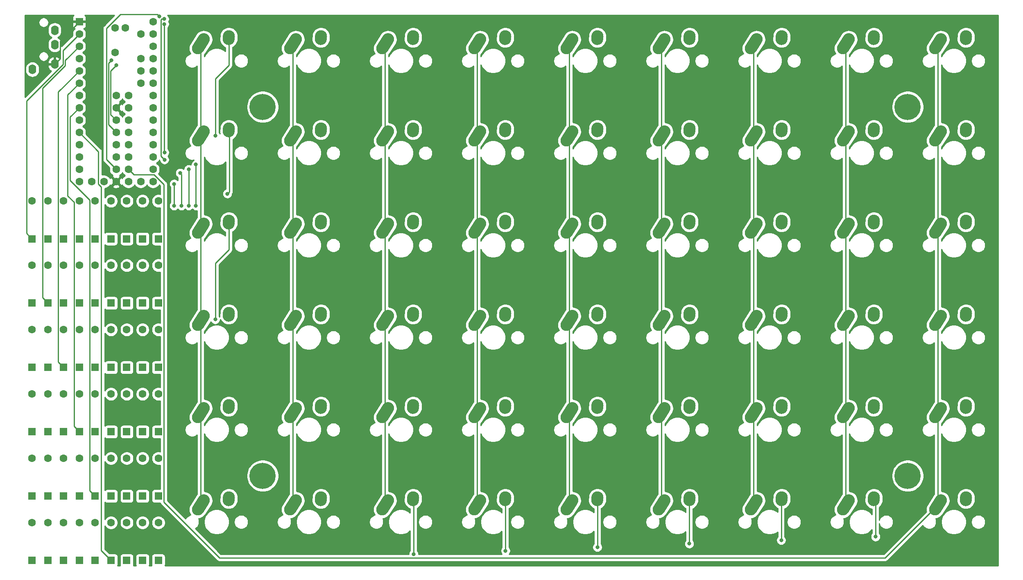
<source format=gbl>
%TF.GenerationSoftware,KiCad,Pcbnew,(5.1.9)-1*%
%TF.CreationDate,2021-04-23T02:49:01-06:00*%
%TF.ProjectId,Right Keyboard,52696768-7420-44b6-9579-626f6172642e,rev?*%
%TF.SameCoordinates,Original*%
%TF.FileFunction,Copper,L2,Bot*%
%TF.FilePolarity,Positive*%
%FSLAX46Y46*%
G04 Gerber Fmt 4.6, Leading zero omitted, Abs format (unit mm)*
G04 Created by KiCad (PCBNEW (5.1.9)-1) date 2021-04-23 02:49:01*
%MOMM*%
%LPD*%
G01*
G04 APERTURE LIST*
%TA.AperFunction,ComponentPad*%
%ADD10C,1.600000*%
%TD*%
%TA.AperFunction,ComponentPad*%
%ADD11R,1.600000X1.600000*%
%TD*%
%TA.AperFunction,ComponentPad*%
%ADD12C,5.400000*%
%TD*%
%TA.AperFunction,ComponentPad*%
%ADD13O,1.600000X2.000000*%
%TD*%
%TA.AperFunction,ViaPad*%
%ADD14C,0.800000*%
%TD*%
%TA.AperFunction,Conductor*%
%ADD15C,0.250000*%
%TD*%
%TA.AperFunction,Conductor*%
%ADD16C,0.254000*%
%TD*%
%TA.AperFunction,Conductor*%
%ADD17C,0.100000*%
%TD*%
G04 APERTURE END LIST*
%TO.P,K4-2,2*%
%TO.N,Net-(D4-2-Pad2)*%
%TA.AperFunction,ComponentPad*%
G36*
G01*
X163178171Y-43039309D02*
X163217619Y-42460653D01*
G75*
G02*
X164549743Y-41298567I1247105J-85019D01*
G01*
X164549743Y-41298567D01*
G75*
G02*
X165711829Y-42630691I-85019J-1247105D01*
G01*
X165672381Y-43209347D01*
G75*
G02*
X164340257Y-44371433I-1247105J85019D01*
G01*
X164340257Y-44371433D01*
G75*
G02*
X163178171Y-43039309I85019J1247105D01*
G01*
G37*
%TD.AperFunction*%
%TO.P,K4-2,1*%
%TO.N,col4*%
%TA.AperFunction,ComponentPad*%
G36*
G01*
X157011299Y-44382190D02*
X158220223Y-42484560D01*
G75*
G02*
X159946087Y-42101946I1054239J-671625D01*
G01*
X159946087Y-42101946D01*
G75*
G02*
X160328701Y-43827810I-671625J-1054239D01*
G01*
X159119777Y-45725440D01*
G75*
G02*
X157393913Y-46108054I-1054239J671625D01*
G01*
X157393913Y-46108054D01*
G75*
G02*
X157011299Y-44382190I671625J1054239D01*
G01*
G37*
%TD.AperFunction*%
%TD*%
%TO.P,K7-6,1*%
%TO.N,col7*%
%TA.AperFunction,ComponentPad*%
G36*
G01*
X214161299Y-120582190D02*
X215370223Y-118684560D01*
G75*
G02*
X217096087Y-118301946I1054239J-671625D01*
G01*
X217096087Y-118301946D01*
G75*
G02*
X217478701Y-120027810I-671625J-1054239D01*
G01*
X216269777Y-121925440D01*
G75*
G02*
X214543913Y-122308054I-1054239J671625D01*
G01*
X214543913Y-122308054D01*
G75*
G02*
X214161299Y-120582190I671625J1054239D01*
G01*
G37*
%TD.AperFunction*%
%TO.P,K7-6,2*%
%TO.N,Net-(D7-6-Pad2)*%
%TA.AperFunction,ComponentPad*%
G36*
G01*
X220328171Y-119239309D02*
X220367619Y-118660653D01*
G75*
G02*
X221699743Y-117498567I1247105J-85019D01*
G01*
X221699743Y-117498567D01*
G75*
G02*
X222861829Y-118830691I-85019J-1247105D01*
G01*
X222822381Y-119409347D01*
G75*
G02*
X221490257Y-120571433I-1247105J85019D01*
G01*
X221490257Y-120571433D01*
G75*
G02*
X220328171Y-119239309I85019J1247105D01*
G01*
G37*
%TD.AperFunction*%
%TD*%
%TO.P,K7-4,1*%
%TO.N,col7*%
%TA.AperFunction,ComponentPad*%
G36*
G01*
X214161299Y-82482190D02*
X215370223Y-80584560D01*
G75*
G02*
X217096087Y-80201946I1054239J-671625D01*
G01*
X217096087Y-80201946D01*
G75*
G02*
X217478701Y-81927810I-671625J-1054239D01*
G01*
X216269777Y-83825440D01*
G75*
G02*
X214543913Y-84208054I-1054239J671625D01*
G01*
X214543913Y-84208054D01*
G75*
G02*
X214161299Y-82482190I671625J1054239D01*
G01*
G37*
%TD.AperFunction*%
%TO.P,K7-4,2*%
%TO.N,Net-(D7-4-Pad2)*%
%TA.AperFunction,ComponentPad*%
G36*
G01*
X220328171Y-81139309D02*
X220367619Y-80560653D01*
G75*
G02*
X221699743Y-79398567I1247105J-85019D01*
G01*
X221699743Y-79398567D01*
G75*
G02*
X222861829Y-80730691I-85019J-1247105D01*
G01*
X222822381Y-81309347D01*
G75*
G02*
X221490257Y-82471433I-1247105J85019D01*
G01*
X221490257Y-82471433D01*
G75*
G02*
X220328171Y-81139309I85019J1247105D01*
G01*
G37*
%TD.AperFunction*%
%TD*%
D10*
%TO.P,D1-1,2*%
%TO.N,Net-(D1-1-Pad2)*%
X66625000Y-57537500D03*
D11*
%TO.P,D1-1,1*%
%TO.N,row1*%
X66625000Y-65337500D03*
%TD*%
%TO.P,D1-2,1*%
%TO.N,row2*%
X66625000Y-78625000D03*
D10*
%TO.P,D1-2,2*%
%TO.N,Net-(D1-2-Pad2)*%
X66625000Y-70825000D03*
%TD*%
%TO.P,D1-3,2*%
%TO.N,Net-(D1-3-Pad2)*%
X66625000Y-84112500D03*
D11*
%TO.P,D1-3,1*%
%TO.N,row3*%
X66625000Y-91912500D03*
%TD*%
%TO.P,D1-4,1*%
%TO.N,row4*%
X66625000Y-105200000D03*
D10*
%TO.P,D1-4,2*%
%TO.N,Net-(D1-4-Pad2)*%
X66625000Y-97400000D03*
%TD*%
%TO.P,D1-5,2*%
%TO.N,Net-(D1-5-Pad2)*%
X66625000Y-110687500D03*
D11*
%TO.P,D1-5,1*%
%TO.N,row5*%
X66625000Y-118487500D03*
%TD*%
%TO.P,D1-6,1*%
%TO.N,row6*%
X66625000Y-131775000D03*
D10*
%TO.P,D1-6,2*%
%TO.N,Net-(D1-6-Pad2)*%
X66625000Y-123975000D03*
%TD*%
%TO.P,D2-1,2*%
%TO.N,Net-(D2-1-Pad2)*%
X69887500Y-57537500D03*
D11*
%TO.P,D2-1,1*%
%TO.N,row1*%
X69887500Y-65337500D03*
%TD*%
%TO.P,D2-2,1*%
%TO.N,row2*%
X69887500Y-78625000D03*
D10*
%TO.P,D2-2,2*%
%TO.N,Net-(D2-2-Pad2)*%
X69887500Y-70825000D03*
%TD*%
%TO.P,D2-3,2*%
%TO.N,Net-(D2-3-Pad2)*%
X69887500Y-84112500D03*
D11*
%TO.P,D2-3,1*%
%TO.N,row3*%
X69887500Y-91912500D03*
%TD*%
%TO.P,D2-4,1*%
%TO.N,row4*%
X69887500Y-105200000D03*
D10*
%TO.P,D2-4,2*%
%TO.N,Net-(D2-4-Pad2)*%
X69887500Y-97400000D03*
%TD*%
%TO.P,D2-5,2*%
%TO.N,Net-(D2-5-Pad2)*%
X69887500Y-110687500D03*
D11*
%TO.P,D2-5,1*%
%TO.N,row5*%
X69887500Y-118487500D03*
%TD*%
%TO.P,D2-6,1*%
%TO.N,row6*%
X69887500Y-131775000D03*
D10*
%TO.P,D2-6,2*%
%TO.N,Net-(D2-6-Pad2)*%
X69887500Y-123975000D03*
%TD*%
D11*
%TO.P,D3-1,1*%
%TO.N,row1*%
X73150000Y-65337500D03*
D10*
%TO.P,D3-1,2*%
%TO.N,Net-(D3-1-Pad2)*%
X73150000Y-57537500D03*
%TD*%
%TO.P,D3-2,2*%
%TO.N,Net-(D3-2-Pad2)*%
X73150000Y-70825000D03*
D11*
%TO.P,D3-2,1*%
%TO.N,row2*%
X73150000Y-78625000D03*
%TD*%
%TO.P,D3-3,1*%
%TO.N,row3*%
X73150000Y-91912500D03*
D10*
%TO.P,D3-3,2*%
%TO.N,Net-(D3-3-Pad2)*%
X73150000Y-84112500D03*
%TD*%
%TO.P,D3-4,2*%
%TO.N,Net-(D3-4-Pad2)*%
X73150000Y-97400000D03*
D11*
%TO.P,D3-4,1*%
%TO.N,row4*%
X73150000Y-105200000D03*
%TD*%
%TO.P,D3-5,1*%
%TO.N,row5*%
X73150000Y-118487500D03*
D10*
%TO.P,D3-5,2*%
%TO.N,Net-(D3-5-Pad2)*%
X73150000Y-110687500D03*
%TD*%
%TO.P,D3-6,2*%
%TO.N,Net-(D3-6-Pad2)*%
X73150000Y-123975000D03*
D11*
%TO.P,D3-6,1*%
%TO.N,row6*%
X73150000Y-131775000D03*
%TD*%
%TO.P,D4-1,1*%
%TO.N,row1*%
X76412500Y-65337500D03*
D10*
%TO.P,D4-1,2*%
%TO.N,Net-(D4-1-Pad2)*%
X76412500Y-57537500D03*
%TD*%
%TO.P,D4-2,2*%
%TO.N,Net-(D4-2-Pad2)*%
X76412500Y-70825000D03*
D11*
%TO.P,D4-2,1*%
%TO.N,row2*%
X76412500Y-78625000D03*
%TD*%
%TO.P,D4-3,1*%
%TO.N,row3*%
X76412500Y-91912500D03*
D10*
%TO.P,D4-3,2*%
%TO.N,Net-(D4-3-Pad2)*%
X76412500Y-84112500D03*
%TD*%
%TO.P,D4-4,2*%
%TO.N,Net-(D4-4-Pad2)*%
X76412500Y-97400000D03*
D11*
%TO.P,D4-4,1*%
%TO.N,row4*%
X76412500Y-105200000D03*
%TD*%
%TO.P,D4-5,1*%
%TO.N,row5*%
X76412500Y-118487500D03*
D10*
%TO.P,D4-5,2*%
%TO.N,Net-(D4-5-Pad2)*%
X76412500Y-110687500D03*
%TD*%
%TO.P,D4-6,2*%
%TO.N,Net-(D4-6-Pad2)*%
X76412500Y-123975000D03*
D11*
%TO.P,D4-6,1*%
%TO.N,row6*%
X76412500Y-131775000D03*
%TD*%
%TO.P,D5-1,1*%
%TO.N,row1*%
X79675000Y-65337500D03*
D10*
%TO.P,D5-1,2*%
%TO.N,Net-(D5-1-Pad2)*%
X79675000Y-57537500D03*
%TD*%
%TO.P,D5-2,2*%
%TO.N,Net-(D5-2-Pad2)*%
X79675000Y-70825000D03*
D11*
%TO.P,D5-2,1*%
%TO.N,row2*%
X79675000Y-78625000D03*
%TD*%
%TO.P,D5-3,1*%
%TO.N,row3*%
X79675000Y-91912500D03*
D10*
%TO.P,D5-3,2*%
%TO.N,Net-(D5-3-Pad2)*%
X79675000Y-84112500D03*
%TD*%
%TO.P,D5-4,2*%
%TO.N,Net-(D5-4-Pad2)*%
X79675000Y-97400000D03*
D11*
%TO.P,D5-4,1*%
%TO.N,row4*%
X79675000Y-105200000D03*
%TD*%
%TO.P,D5-5,1*%
%TO.N,row5*%
X79675000Y-118487500D03*
D10*
%TO.P,D5-5,2*%
%TO.N,Net-(D5-5-Pad2)*%
X79675000Y-110687500D03*
%TD*%
%TO.P,D5-6,2*%
%TO.N,Net-(D5-6-Pad2)*%
X79675000Y-123975000D03*
D11*
%TO.P,D5-6,1*%
%TO.N,row6*%
X79675000Y-131775000D03*
%TD*%
D10*
%TO.P,D6-1,2*%
%TO.N,Net-(D6-1-Pad2)*%
X82937500Y-57537500D03*
D11*
%TO.P,D6-1,1*%
%TO.N,row1*%
X82937500Y-65337500D03*
%TD*%
%TO.P,D6-2,1*%
%TO.N,row2*%
X82937500Y-78625000D03*
D10*
%TO.P,D6-2,2*%
%TO.N,Net-(D6-2-Pad2)*%
X82937500Y-70825000D03*
%TD*%
%TO.P,D6-3,2*%
%TO.N,Net-(D6-3-Pad2)*%
X82937500Y-84112500D03*
D11*
%TO.P,D6-3,1*%
%TO.N,row3*%
X82937500Y-91912500D03*
%TD*%
%TO.P,D6-4,1*%
%TO.N,row4*%
X82937500Y-105200000D03*
D10*
%TO.P,D6-4,2*%
%TO.N,Net-(D6-4-Pad2)*%
X82937500Y-97400000D03*
%TD*%
%TO.P,D6-5,2*%
%TO.N,Net-(D6-5-Pad2)*%
X82937500Y-110687500D03*
D11*
%TO.P,D6-5,1*%
%TO.N,row5*%
X82937500Y-118487500D03*
%TD*%
%TO.P,D6-6,1*%
%TO.N,row6*%
X82937500Y-131775000D03*
D10*
%TO.P,D6-6,2*%
%TO.N,Net-(D6-6-Pad2)*%
X82937500Y-123975000D03*
%TD*%
%TO.P,D7-1,2*%
%TO.N,Net-(D7-1-Pad2)*%
X86200000Y-57537500D03*
D11*
%TO.P,D7-1,1*%
%TO.N,row1*%
X86200000Y-65337500D03*
%TD*%
%TO.P,D7-2,1*%
%TO.N,row2*%
X86200000Y-78625000D03*
D10*
%TO.P,D7-2,2*%
%TO.N,Net-(D7-2-Pad2)*%
X86200000Y-70825000D03*
%TD*%
%TO.P,D7-3,2*%
%TO.N,Net-(D7-3-Pad2)*%
X86200000Y-84112500D03*
D11*
%TO.P,D7-3,1*%
%TO.N,row3*%
X86200000Y-91912500D03*
%TD*%
%TO.P,D7-4,1*%
%TO.N,row4*%
X86200000Y-105200000D03*
D10*
%TO.P,D7-4,2*%
%TO.N,Net-(D7-4-Pad2)*%
X86200000Y-97400000D03*
%TD*%
%TO.P,D7-5,2*%
%TO.N,Net-(D7-5-Pad2)*%
X86200000Y-110687500D03*
D11*
%TO.P,D7-5,1*%
%TO.N,row5*%
X86200000Y-118487500D03*
%TD*%
%TO.P,D7-6,1*%
%TO.N,row6*%
X86200000Y-131775000D03*
D10*
%TO.P,D7-6,2*%
%TO.N,Net-(D7-6-Pad2)*%
X86200000Y-123975000D03*
%TD*%
D11*
%TO.P,D8-1,1*%
%TO.N,row1*%
X89462500Y-65337500D03*
D10*
%TO.P,D8-1,2*%
%TO.N,Net-(D8-1-Pad2)*%
X89462500Y-57537500D03*
%TD*%
%TO.P,D8-2,2*%
%TO.N,Net-(D8-2-Pad2)*%
X89462500Y-70825000D03*
D11*
%TO.P,D8-2,1*%
%TO.N,row2*%
X89462500Y-78625000D03*
%TD*%
D10*
%TO.P,D8-3,2*%
%TO.N,Net-(D8-3-Pad2)*%
X89462500Y-84112500D03*
D11*
%TO.P,D8-3,1*%
%TO.N,row3*%
X89462500Y-91912500D03*
%TD*%
%TO.P,D8-4,1*%
%TO.N,row4*%
X89462500Y-105200000D03*
D10*
%TO.P,D8-4,2*%
%TO.N,Net-(D8-4-Pad2)*%
X89462500Y-97400000D03*
%TD*%
%TO.P,D8-5,2*%
%TO.N,Net-(D8-5-Pad2)*%
X89462500Y-110687500D03*
D11*
%TO.P,D8-5,1*%
%TO.N,row5*%
X89462500Y-118487500D03*
%TD*%
%TO.P,D8-6,1*%
%TO.N,row6*%
X89462500Y-131775000D03*
D10*
%TO.P,D8-6,2*%
%TO.N,Net-(D8-6-Pad2)*%
X89462500Y-123975000D03*
%TD*%
%TO.P,D9-1,2*%
%TO.N,Net-(D9-1-Pad2)*%
X92725000Y-57537500D03*
D11*
%TO.P,D9-1,1*%
%TO.N,row1*%
X92725000Y-65337500D03*
%TD*%
%TO.P,D9-2,1*%
%TO.N,row2*%
X92725000Y-78625000D03*
D10*
%TO.P,D9-2,2*%
%TO.N,Net-(D9-2-Pad2)*%
X92725000Y-70825000D03*
%TD*%
%TO.P,D9-3,2*%
%TO.N,Net-(D9-3-Pad2)*%
X92725000Y-84112500D03*
D11*
%TO.P,D9-3,1*%
%TO.N,row3*%
X92725000Y-91912500D03*
%TD*%
%TO.P,D9-4,1*%
%TO.N,row4*%
X92725000Y-105200000D03*
D10*
%TO.P,D9-4,2*%
%TO.N,Net-(D9-4-Pad2)*%
X92725000Y-97400000D03*
%TD*%
%TO.P,D9-5,2*%
%TO.N,Net-(D9-5-Pad2)*%
X92725000Y-110687500D03*
D11*
%TO.P,D9-5,1*%
%TO.N,row5*%
X92725000Y-118487500D03*
%TD*%
%TO.P,D9-6,1*%
%TO.N,row6*%
X92725000Y-131775000D03*
D10*
%TO.P,D9-6,2*%
%TO.N,Net-(D9-6-Pad2)*%
X92725000Y-123975000D03*
%TD*%
D12*
%TO.P,H1,1*%
%TO.N,N/C*%
X114300000Y-38100000D03*
%TD*%
%TO.P,H2,1*%
%TO.N,N/C*%
X247650000Y-114300000D03*
%TD*%
%TO.P,H3,1*%
%TO.N,N/C*%
X114300000Y-114300000D03*
%TD*%
%TO.P,H4,1*%
%TO.N,N/C*%
X247650000Y-38100000D03*
%TD*%
%TO.P,K1-1,2*%
%TO.N,Net-(D1-1-Pad2)*%
%TA.AperFunction,ComponentPad*%
G36*
G01*
X106028171Y-23989309D02*
X106067619Y-23410653D01*
G75*
G02*
X107399743Y-22248567I1247105J-85019D01*
G01*
X107399743Y-22248567D01*
G75*
G02*
X108561829Y-23580691I-85019J-1247105D01*
G01*
X108522381Y-24159347D01*
G75*
G02*
X107190257Y-25321433I-1247105J85019D01*
G01*
X107190257Y-25321433D01*
G75*
G02*
X106028171Y-23989309I85019J1247105D01*
G01*
G37*
%TD.AperFunction*%
%TO.P,K1-1,1*%
%TO.N,col1*%
%TA.AperFunction,ComponentPad*%
G36*
G01*
X99861299Y-25332190D02*
X101070223Y-23434560D01*
G75*
G02*
X102796087Y-23051946I1054239J-671625D01*
G01*
X102796087Y-23051946D01*
G75*
G02*
X103178701Y-24777810I-671625J-1054239D01*
G01*
X101969777Y-26675440D01*
G75*
G02*
X100243913Y-27058054I-1054239J671625D01*
G01*
X100243913Y-27058054D01*
G75*
G02*
X99861299Y-25332190I671625J1054239D01*
G01*
G37*
%TD.AperFunction*%
%TD*%
%TO.P,K1-2,2*%
%TO.N,Net-(D1-2-Pad2)*%
%TA.AperFunction,ComponentPad*%
G36*
G01*
X106028171Y-43039309D02*
X106067619Y-42460653D01*
G75*
G02*
X107399743Y-41298567I1247105J-85019D01*
G01*
X107399743Y-41298567D01*
G75*
G02*
X108561829Y-42630691I-85019J-1247105D01*
G01*
X108522381Y-43209347D01*
G75*
G02*
X107190257Y-44371433I-1247105J85019D01*
G01*
X107190257Y-44371433D01*
G75*
G02*
X106028171Y-43039309I85019J1247105D01*
G01*
G37*
%TD.AperFunction*%
%TO.P,K1-2,1*%
%TO.N,col1*%
%TA.AperFunction,ComponentPad*%
G36*
G01*
X99861299Y-44382190D02*
X101070223Y-42484560D01*
G75*
G02*
X102796087Y-42101946I1054239J-671625D01*
G01*
X102796087Y-42101946D01*
G75*
G02*
X103178701Y-43827810I-671625J-1054239D01*
G01*
X101969777Y-45725440D01*
G75*
G02*
X100243913Y-46108054I-1054239J671625D01*
G01*
X100243913Y-46108054D01*
G75*
G02*
X99861299Y-44382190I671625J1054239D01*
G01*
G37*
%TD.AperFunction*%
%TD*%
%TO.P,K1-3,1*%
%TO.N,col1*%
%TA.AperFunction,ComponentPad*%
G36*
G01*
X99861299Y-63432190D02*
X101070223Y-61534560D01*
G75*
G02*
X102796087Y-61151946I1054239J-671625D01*
G01*
X102796087Y-61151946D01*
G75*
G02*
X103178701Y-62877810I-671625J-1054239D01*
G01*
X101969777Y-64775440D01*
G75*
G02*
X100243913Y-65158054I-1054239J671625D01*
G01*
X100243913Y-65158054D01*
G75*
G02*
X99861299Y-63432190I671625J1054239D01*
G01*
G37*
%TD.AperFunction*%
%TO.P,K1-3,2*%
%TO.N,Net-(D1-3-Pad2)*%
%TA.AperFunction,ComponentPad*%
G36*
G01*
X106028171Y-62089309D02*
X106067619Y-61510653D01*
G75*
G02*
X107399743Y-60348567I1247105J-85019D01*
G01*
X107399743Y-60348567D01*
G75*
G02*
X108561829Y-61680691I-85019J-1247105D01*
G01*
X108522381Y-62259347D01*
G75*
G02*
X107190257Y-63421433I-1247105J85019D01*
G01*
X107190257Y-63421433D01*
G75*
G02*
X106028171Y-62089309I85019J1247105D01*
G01*
G37*
%TD.AperFunction*%
%TD*%
%TO.P,K1-4,1*%
%TO.N,col1*%
%TA.AperFunction,ComponentPad*%
G36*
G01*
X99861299Y-82482190D02*
X101070223Y-80584560D01*
G75*
G02*
X102796087Y-80201946I1054239J-671625D01*
G01*
X102796087Y-80201946D01*
G75*
G02*
X103178701Y-81927810I-671625J-1054239D01*
G01*
X101969777Y-83825440D01*
G75*
G02*
X100243913Y-84208054I-1054239J671625D01*
G01*
X100243913Y-84208054D01*
G75*
G02*
X99861299Y-82482190I671625J1054239D01*
G01*
G37*
%TD.AperFunction*%
%TO.P,K1-4,2*%
%TO.N,Net-(D1-4-Pad2)*%
%TA.AperFunction,ComponentPad*%
G36*
G01*
X106028171Y-81139309D02*
X106067619Y-80560653D01*
G75*
G02*
X107399743Y-79398567I1247105J-85019D01*
G01*
X107399743Y-79398567D01*
G75*
G02*
X108561829Y-80730691I-85019J-1247105D01*
G01*
X108522381Y-81309347D01*
G75*
G02*
X107190257Y-82471433I-1247105J85019D01*
G01*
X107190257Y-82471433D01*
G75*
G02*
X106028171Y-81139309I85019J1247105D01*
G01*
G37*
%TD.AperFunction*%
%TD*%
%TO.P,K1-5,2*%
%TO.N,Net-(D1-5-Pad2)*%
%TA.AperFunction,ComponentPad*%
G36*
G01*
X106028171Y-100189309D02*
X106067619Y-99610653D01*
G75*
G02*
X107399743Y-98448567I1247105J-85019D01*
G01*
X107399743Y-98448567D01*
G75*
G02*
X108561829Y-99780691I-85019J-1247105D01*
G01*
X108522381Y-100359347D01*
G75*
G02*
X107190257Y-101521433I-1247105J85019D01*
G01*
X107190257Y-101521433D01*
G75*
G02*
X106028171Y-100189309I85019J1247105D01*
G01*
G37*
%TD.AperFunction*%
%TO.P,K1-5,1*%
%TO.N,col1*%
%TA.AperFunction,ComponentPad*%
G36*
G01*
X99861299Y-101532190D02*
X101070223Y-99634560D01*
G75*
G02*
X102796087Y-99251946I1054239J-671625D01*
G01*
X102796087Y-99251946D01*
G75*
G02*
X103178701Y-100977810I-671625J-1054239D01*
G01*
X101969777Y-102875440D01*
G75*
G02*
X100243913Y-103258054I-1054239J671625D01*
G01*
X100243913Y-103258054D01*
G75*
G02*
X99861299Y-101532190I671625J1054239D01*
G01*
G37*
%TD.AperFunction*%
%TD*%
%TO.P,K1-6,1*%
%TO.N,col1*%
%TA.AperFunction,ComponentPad*%
G36*
G01*
X99861299Y-120582190D02*
X101070223Y-118684560D01*
G75*
G02*
X102796087Y-118301946I1054239J-671625D01*
G01*
X102796087Y-118301946D01*
G75*
G02*
X103178701Y-120027810I-671625J-1054239D01*
G01*
X101969777Y-121925440D01*
G75*
G02*
X100243913Y-122308054I-1054239J671625D01*
G01*
X100243913Y-122308054D01*
G75*
G02*
X99861299Y-120582190I671625J1054239D01*
G01*
G37*
%TD.AperFunction*%
%TO.P,K1-6,2*%
%TO.N,Net-(D1-6-Pad2)*%
%TA.AperFunction,ComponentPad*%
G36*
G01*
X106028171Y-119239309D02*
X106067619Y-118660653D01*
G75*
G02*
X107399743Y-117498567I1247105J-85019D01*
G01*
X107399743Y-117498567D01*
G75*
G02*
X108561829Y-118830691I-85019J-1247105D01*
G01*
X108522381Y-119409347D01*
G75*
G02*
X107190257Y-120571433I-1247105J85019D01*
G01*
X107190257Y-120571433D01*
G75*
G02*
X106028171Y-119239309I85019J1247105D01*
G01*
G37*
%TD.AperFunction*%
%TD*%
%TO.P,K2-1,2*%
%TO.N,Net-(D2-1-Pad2)*%
%TA.AperFunction,ComponentPad*%
G36*
G01*
X125078171Y-23989309D02*
X125117619Y-23410653D01*
G75*
G02*
X126449743Y-22248567I1247105J-85019D01*
G01*
X126449743Y-22248567D01*
G75*
G02*
X127611829Y-23580691I-85019J-1247105D01*
G01*
X127572381Y-24159347D01*
G75*
G02*
X126240257Y-25321433I-1247105J85019D01*
G01*
X126240257Y-25321433D01*
G75*
G02*
X125078171Y-23989309I85019J1247105D01*
G01*
G37*
%TD.AperFunction*%
%TO.P,K2-1,1*%
%TO.N,col2*%
%TA.AperFunction,ComponentPad*%
G36*
G01*
X118911299Y-25332190D02*
X120120223Y-23434560D01*
G75*
G02*
X121846087Y-23051946I1054239J-671625D01*
G01*
X121846087Y-23051946D01*
G75*
G02*
X122228701Y-24777810I-671625J-1054239D01*
G01*
X121019777Y-26675440D01*
G75*
G02*
X119293913Y-27058054I-1054239J671625D01*
G01*
X119293913Y-27058054D01*
G75*
G02*
X118911299Y-25332190I671625J1054239D01*
G01*
G37*
%TD.AperFunction*%
%TD*%
%TO.P,K2-2,1*%
%TO.N,col2*%
%TA.AperFunction,ComponentPad*%
G36*
G01*
X118911299Y-44382190D02*
X120120223Y-42484560D01*
G75*
G02*
X121846087Y-42101946I1054239J-671625D01*
G01*
X121846087Y-42101946D01*
G75*
G02*
X122228701Y-43827810I-671625J-1054239D01*
G01*
X121019777Y-45725440D01*
G75*
G02*
X119293913Y-46108054I-1054239J671625D01*
G01*
X119293913Y-46108054D01*
G75*
G02*
X118911299Y-44382190I671625J1054239D01*
G01*
G37*
%TD.AperFunction*%
%TO.P,K2-2,2*%
%TO.N,Net-(D2-2-Pad2)*%
%TA.AperFunction,ComponentPad*%
G36*
G01*
X125078171Y-43039309D02*
X125117619Y-42460653D01*
G75*
G02*
X126449743Y-41298567I1247105J-85019D01*
G01*
X126449743Y-41298567D01*
G75*
G02*
X127611829Y-42630691I-85019J-1247105D01*
G01*
X127572381Y-43209347D01*
G75*
G02*
X126240257Y-44371433I-1247105J85019D01*
G01*
X126240257Y-44371433D01*
G75*
G02*
X125078171Y-43039309I85019J1247105D01*
G01*
G37*
%TD.AperFunction*%
%TD*%
%TO.P,K2-3,1*%
%TO.N,col2*%
%TA.AperFunction,ComponentPad*%
G36*
G01*
X118911299Y-63432190D02*
X120120223Y-61534560D01*
G75*
G02*
X121846087Y-61151946I1054239J-671625D01*
G01*
X121846087Y-61151946D01*
G75*
G02*
X122228701Y-62877810I-671625J-1054239D01*
G01*
X121019777Y-64775440D01*
G75*
G02*
X119293913Y-65158054I-1054239J671625D01*
G01*
X119293913Y-65158054D01*
G75*
G02*
X118911299Y-63432190I671625J1054239D01*
G01*
G37*
%TD.AperFunction*%
%TO.P,K2-3,2*%
%TO.N,Net-(D2-3-Pad2)*%
%TA.AperFunction,ComponentPad*%
G36*
G01*
X125078171Y-62089309D02*
X125117619Y-61510653D01*
G75*
G02*
X126449743Y-60348567I1247105J-85019D01*
G01*
X126449743Y-60348567D01*
G75*
G02*
X127611829Y-61680691I-85019J-1247105D01*
G01*
X127572381Y-62259347D01*
G75*
G02*
X126240257Y-63421433I-1247105J85019D01*
G01*
X126240257Y-63421433D01*
G75*
G02*
X125078171Y-62089309I85019J1247105D01*
G01*
G37*
%TD.AperFunction*%
%TD*%
%TO.P,K2-4,2*%
%TO.N,Net-(D2-4-Pad2)*%
%TA.AperFunction,ComponentPad*%
G36*
G01*
X125078171Y-81139309D02*
X125117619Y-80560653D01*
G75*
G02*
X126449743Y-79398567I1247105J-85019D01*
G01*
X126449743Y-79398567D01*
G75*
G02*
X127611829Y-80730691I-85019J-1247105D01*
G01*
X127572381Y-81309347D01*
G75*
G02*
X126240257Y-82471433I-1247105J85019D01*
G01*
X126240257Y-82471433D01*
G75*
G02*
X125078171Y-81139309I85019J1247105D01*
G01*
G37*
%TD.AperFunction*%
%TO.P,K2-4,1*%
%TO.N,col2*%
%TA.AperFunction,ComponentPad*%
G36*
G01*
X118911299Y-82482190D02*
X120120223Y-80584560D01*
G75*
G02*
X121846087Y-80201946I1054239J-671625D01*
G01*
X121846087Y-80201946D01*
G75*
G02*
X122228701Y-81927810I-671625J-1054239D01*
G01*
X121019777Y-83825440D01*
G75*
G02*
X119293913Y-84208054I-1054239J671625D01*
G01*
X119293913Y-84208054D01*
G75*
G02*
X118911299Y-82482190I671625J1054239D01*
G01*
G37*
%TD.AperFunction*%
%TD*%
%TO.P,K2-5,1*%
%TO.N,col2*%
%TA.AperFunction,ComponentPad*%
G36*
G01*
X118911299Y-101532190D02*
X120120223Y-99634560D01*
G75*
G02*
X121846087Y-99251946I1054239J-671625D01*
G01*
X121846087Y-99251946D01*
G75*
G02*
X122228701Y-100977810I-671625J-1054239D01*
G01*
X121019777Y-102875440D01*
G75*
G02*
X119293913Y-103258054I-1054239J671625D01*
G01*
X119293913Y-103258054D01*
G75*
G02*
X118911299Y-101532190I671625J1054239D01*
G01*
G37*
%TD.AperFunction*%
%TO.P,K2-5,2*%
%TO.N,Net-(D2-5-Pad2)*%
%TA.AperFunction,ComponentPad*%
G36*
G01*
X125078171Y-100189309D02*
X125117619Y-99610653D01*
G75*
G02*
X126449743Y-98448567I1247105J-85019D01*
G01*
X126449743Y-98448567D01*
G75*
G02*
X127611829Y-99780691I-85019J-1247105D01*
G01*
X127572381Y-100359347D01*
G75*
G02*
X126240257Y-101521433I-1247105J85019D01*
G01*
X126240257Y-101521433D01*
G75*
G02*
X125078171Y-100189309I85019J1247105D01*
G01*
G37*
%TD.AperFunction*%
%TD*%
%TO.P,K2-6,2*%
%TO.N,Net-(D2-6-Pad2)*%
%TA.AperFunction,ComponentPad*%
G36*
G01*
X125078171Y-119239309D02*
X125117619Y-118660653D01*
G75*
G02*
X126449743Y-117498567I1247105J-85019D01*
G01*
X126449743Y-117498567D01*
G75*
G02*
X127611829Y-118830691I-85019J-1247105D01*
G01*
X127572381Y-119409347D01*
G75*
G02*
X126240257Y-120571433I-1247105J85019D01*
G01*
X126240257Y-120571433D01*
G75*
G02*
X125078171Y-119239309I85019J1247105D01*
G01*
G37*
%TD.AperFunction*%
%TO.P,K2-6,1*%
%TO.N,col2*%
%TA.AperFunction,ComponentPad*%
G36*
G01*
X118911299Y-120582190D02*
X120120223Y-118684560D01*
G75*
G02*
X121846087Y-118301946I1054239J-671625D01*
G01*
X121846087Y-118301946D01*
G75*
G02*
X122228701Y-120027810I-671625J-1054239D01*
G01*
X121019777Y-121925440D01*
G75*
G02*
X119293913Y-122308054I-1054239J671625D01*
G01*
X119293913Y-122308054D01*
G75*
G02*
X118911299Y-120582190I671625J1054239D01*
G01*
G37*
%TD.AperFunction*%
%TD*%
%TO.P,K3-1,2*%
%TO.N,Net-(D3-1-Pad2)*%
%TA.AperFunction,ComponentPad*%
G36*
G01*
X144128171Y-23989309D02*
X144167619Y-23410653D01*
G75*
G02*
X145499743Y-22248567I1247105J-85019D01*
G01*
X145499743Y-22248567D01*
G75*
G02*
X146661829Y-23580691I-85019J-1247105D01*
G01*
X146622381Y-24159347D01*
G75*
G02*
X145290257Y-25321433I-1247105J85019D01*
G01*
X145290257Y-25321433D01*
G75*
G02*
X144128171Y-23989309I85019J1247105D01*
G01*
G37*
%TD.AperFunction*%
%TO.P,K3-1,1*%
%TO.N,col3*%
%TA.AperFunction,ComponentPad*%
G36*
G01*
X137961299Y-25332190D02*
X139170223Y-23434560D01*
G75*
G02*
X140896087Y-23051946I1054239J-671625D01*
G01*
X140896087Y-23051946D01*
G75*
G02*
X141278701Y-24777810I-671625J-1054239D01*
G01*
X140069777Y-26675440D01*
G75*
G02*
X138343913Y-27058054I-1054239J671625D01*
G01*
X138343913Y-27058054D01*
G75*
G02*
X137961299Y-25332190I671625J1054239D01*
G01*
G37*
%TD.AperFunction*%
%TD*%
%TO.P,K3-2,1*%
%TO.N,col3*%
%TA.AperFunction,ComponentPad*%
G36*
G01*
X137961299Y-44382190D02*
X139170223Y-42484560D01*
G75*
G02*
X140896087Y-42101946I1054239J-671625D01*
G01*
X140896087Y-42101946D01*
G75*
G02*
X141278701Y-43827810I-671625J-1054239D01*
G01*
X140069777Y-45725440D01*
G75*
G02*
X138343913Y-46108054I-1054239J671625D01*
G01*
X138343913Y-46108054D01*
G75*
G02*
X137961299Y-44382190I671625J1054239D01*
G01*
G37*
%TD.AperFunction*%
%TO.P,K3-2,2*%
%TO.N,Net-(D3-2-Pad2)*%
%TA.AperFunction,ComponentPad*%
G36*
G01*
X144128171Y-43039309D02*
X144167619Y-42460653D01*
G75*
G02*
X145499743Y-41298567I1247105J-85019D01*
G01*
X145499743Y-41298567D01*
G75*
G02*
X146661829Y-42630691I-85019J-1247105D01*
G01*
X146622381Y-43209347D01*
G75*
G02*
X145290257Y-44371433I-1247105J85019D01*
G01*
X145290257Y-44371433D01*
G75*
G02*
X144128171Y-43039309I85019J1247105D01*
G01*
G37*
%TD.AperFunction*%
%TD*%
%TO.P,K3-3,2*%
%TO.N,Net-(D3-3-Pad2)*%
%TA.AperFunction,ComponentPad*%
G36*
G01*
X144128171Y-62089309D02*
X144167619Y-61510653D01*
G75*
G02*
X145499743Y-60348567I1247105J-85019D01*
G01*
X145499743Y-60348567D01*
G75*
G02*
X146661829Y-61680691I-85019J-1247105D01*
G01*
X146622381Y-62259347D01*
G75*
G02*
X145290257Y-63421433I-1247105J85019D01*
G01*
X145290257Y-63421433D01*
G75*
G02*
X144128171Y-62089309I85019J1247105D01*
G01*
G37*
%TD.AperFunction*%
%TO.P,K3-3,1*%
%TO.N,col3*%
%TA.AperFunction,ComponentPad*%
G36*
G01*
X137961299Y-63432190D02*
X139170223Y-61534560D01*
G75*
G02*
X140896087Y-61151946I1054239J-671625D01*
G01*
X140896087Y-61151946D01*
G75*
G02*
X141278701Y-62877810I-671625J-1054239D01*
G01*
X140069777Y-64775440D01*
G75*
G02*
X138343913Y-65158054I-1054239J671625D01*
G01*
X138343913Y-65158054D01*
G75*
G02*
X137961299Y-63432190I671625J1054239D01*
G01*
G37*
%TD.AperFunction*%
%TD*%
%TO.P,K3-4,1*%
%TO.N,col3*%
%TA.AperFunction,ComponentPad*%
G36*
G01*
X137961299Y-82482190D02*
X139170223Y-80584560D01*
G75*
G02*
X140896087Y-80201946I1054239J-671625D01*
G01*
X140896087Y-80201946D01*
G75*
G02*
X141278701Y-81927810I-671625J-1054239D01*
G01*
X140069777Y-83825440D01*
G75*
G02*
X138343913Y-84208054I-1054239J671625D01*
G01*
X138343913Y-84208054D01*
G75*
G02*
X137961299Y-82482190I671625J1054239D01*
G01*
G37*
%TD.AperFunction*%
%TO.P,K3-4,2*%
%TO.N,Net-(D3-4-Pad2)*%
%TA.AperFunction,ComponentPad*%
G36*
G01*
X144128171Y-81139309D02*
X144167619Y-80560653D01*
G75*
G02*
X145499743Y-79398567I1247105J-85019D01*
G01*
X145499743Y-79398567D01*
G75*
G02*
X146661829Y-80730691I-85019J-1247105D01*
G01*
X146622381Y-81309347D01*
G75*
G02*
X145290257Y-82471433I-1247105J85019D01*
G01*
X145290257Y-82471433D01*
G75*
G02*
X144128171Y-81139309I85019J1247105D01*
G01*
G37*
%TD.AperFunction*%
%TD*%
%TO.P,K3-5,2*%
%TO.N,Net-(D3-5-Pad2)*%
%TA.AperFunction,ComponentPad*%
G36*
G01*
X144128171Y-100189309D02*
X144167619Y-99610653D01*
G75*
G02*
X145499743Y-98448567I1247105J-85019D01*
G01*
X145499743Y-98448567D01*
G75*
G02*
X146661829Y-99780691I-85019J-1247105D01*
G01*
X146622381Y-100359347D01*
G75*
G02*
X145290257Y-101521433I-1247105J85019D01*
G01*
X145290257Y-101521433D01*
G75*
G02*
X144128171Y-100189309I85019J1247105D01*
G01*
G37*
%TD.AperFunction*%
%TO.P,K3-5,1*%
%TO.N,col3*%
%TA.AperFunction,ComponentPad*%
G36*
G01*
X137961299Y-101532190D02*
X139170223Y-99634560D01*
G75*
G02*
X140896087Y-99251946I1054239J-671625D01*
G01*
X140896087Y-99251946D01*
G75*
G02*
X141278701Y-100977810I-671625J-1054239D01*
G01*
X140069777Y-102875440D01*
G75*
G02*
X138343913Y-103258054I-1054239J671625D01*
G01*
X138343913Y-103258054D01*
G75*
G02*
X137961299Y-101532190I671625J1054239D01*
G01*
G37*
%TD.AperFunction*%
%TD*%
%TO.P,K3-6,1*%
%TO.N,col3*%
%TA.AperFunction,ComponentPad*%
G36*
G01*
X137961299Y-120582190D02*
X139170223Y-118684560D01*
G75*
G02*
X140896087Y-118301946I1054239J-671625D01*
G01*
X140896087Y-118301946D01*
G75*
G02*
X141278701Y-120027810I-671625J-1054239D01*
G01*
X140069777Y-121925440D01*
G75*
G02*
X138343913Y-122308054I-1054239J671625D01*
G01*
X138343913Y-122308054D01*
G75*
G02*
X137961299Y-120582190I671625J1054239D01*
G01*
G37*
%TD.AperFunction*%
%TO.P,K3-6,2*%
%TO.N,Net-(D3-6-Pad2)*%
%TA.AperFunction,ComponentPad*%
G36*
G01*
X144128171Y-119239309D02*
X144167619Y-118660653D01*
G75*
G02*
X145499743Y-117498567I1247105J-85019D01*
G01*
X145499743Y-117498567D01*
G75*
G02*
X146661829Y-118830691I-85019J-1247105D01*
G01*
X146622381Y-119409347D01*
G75*
G02*
X145290257Y-120571433I-1247105J85019D01*
G01*
X145290257Y-120571433D01*
G75*
G02*
X144128171Y-119239309I85019J1247105D01*
G01*
G37*
%TD.AperFunction*%
%TD*%
%TO.P,K4-1,2*%
%TO.N,Net-(D4-1-Pad2)*%
%TA.AperFunction,ComponentPad*%
G36*
G01*
X163178171Y-23989309D02*
X163217619Y-23410653D01*
G75*
G02*
X164549743Y-22248567I1247105J-85019D01*
G01*
X164549743Y-22248567D01*
G75*
G02*
X165711829Y-23580691I-85019J-1247105D01*
G01*
X165672381Y-24159347D01*
G75*
G02*
X164340257Y-25321433I-1247105J85019D01*
G01*
X164340257Y-25321433D01*
G75*
G02*
X163178171Y-23989309I85019J1247105D01*
G01*
G37*
%TD.AperFunction*%
%TO.P,K4-1,1*%
%TO.N,col4*%
%TA.AperFunction,ComponentPad*%
G36*
G01*
X157011299Y-25332190D02*
X158220223Y-23434560D01*
G75*
G02*
X159946087Y-23051946I1054239J-671625D01*
G01*
X159946087Y-23051946D01*
G75*
G02*
X160328701Y-24777810I-671625J-1054239D01*
G01*
X159119777Y-26675440D01*
G75*
G02*
X157393913Y-27058054I-1054239J671625D01*
G01*
X157393913Y-27058054D01*
G75*
G02*
X157011299Y-25332190I671625J1054239D01*
G01*
G37*
%TD.AperFunction*%
%TD*%
%TO.P,K4-3,2*%
%TO.N,Net-(D4-3-Pad2)*%
%TA.AperFunction,ComponentPad*%
G36*
G01*
X163178171Y-62089309D02*
X163217619Y-61510653D01*
G75*
G02*
X164549743Y-60348567I1247105J-85019D01*
G01*
X164549743Y-60348567D01*
G75*
G02*
X165711829Y-61680691I-85019J-1247105D01*
G01*
X165672381Y-62259347D01*
G75*
G02*
X164340257Y-63421433I-1247105J85019D01*
G01*
X164340257Y-63421433D01*
G75*
G02*
X163178171Y-62089309I85019J1247105D01*
G01*
G37*
%TD.AperFunction*%
%TO.P,K4-3,1*%
%TO.N,col4*%
%TA.AperFunction,ComponentPad*%
G36*
G01*
X157011299Y-63432190D02*
X158220223Y-61534560D01*
G75*
G02*
X159946087Y-61151946I1054239J-671625D01*
G01*
X159946087Y-61151946D01*
G75*
G02*
X160328701Y-62877810I-671625J-1054239D01*
G01*
X159119777Y-64775440D01*
G75*
G02*
X157393913Y-65158054I-1054239J671625D01*
G01*
X157393913Y-65158054D01*
G75*
G02*
X157011299Y-63432190I671625J1054239D01*
G01*
G37*
%TD.AperFunction*%
%TD*%
%TO.P,K4-4,1*%
%TO.N,col4*%
%TA.AperFunction,ComponentPad*%
G36*
G01*
X157011299Y-82482190D02*
X158220223Y-80584560D01*
G75*
G02*
X159946087Y-80201946I1054239J-671625D01*
G01*
X159946087Y-80201946D01*
G75*
G02*
X160328701Y-81927810I-671625J-1054239D01*
G01*
X159119777Y-83825440D01*
G75*
G02*
X157393913Y-84208054I-1054239J671625D01*
G01*
X157393913Y-84208054D01*
G75*
G02*
X157011299Y-82482190I671625J1054239D01*
G01*
G37*
%TD.AperFunction*%
%TO.P,K4-4,2*%
%TO.N,Net-(D4-4-Pad2)*%
%TA.AperFunction,ComponentPad*%
G36*
G01*
X163178171Y-81139309D02*
X163217619Y-80560653D01*
G75*
G02*
X164549743Y-79398567I1247105J-85019D01*
G01*
X164549743Y-79398567D01*
G75*
G02*
X165711829Y-80730691I-85019J-1247105D01*
G01*
X165672381Y-81309347D01*
G75*
G02*
X164340257Y-82471433I-1247105J85019D01*
G01*
X164340257Y-82471433D01*
G75*
G02*
X163178171Y-81139309I85019J1247105D01*
G01*
G37*
%TD.AperFunction*%
%TD*%
%TO.P,K4-5,2*%
%TO.N,Net-(D4-5-Pad2)*%
%TA.AperFunction,ComponentPad*%
G36*
G01*
X163178171Y-100189309D02*
X163217619Y-99610653D01*
G75*
G02*
X164549743Y-98448567I1247105J-85019D01*
G01*
X164549743Y-98448567D01*
G75*
G02*
X165711829Y-99780691I-85019J-1247105D01*
G01*
X165672381Y-100359347D01*
G75*
G02*
X164340257Y-101521433I-1247105J85019D01*
G01*
X164340257Y-101521433D01*
G75*
G02*
X163178171Y-100189309I85019J1247105D01*
G01*
G37*
%TD.AperFunction*%
%TO.P,K4-5,1*%
%TO.N,col4*%
%TA.AperFunction,ComponentPad*%
G36*
G01*
X157011299Y-101532190D02*
X158220223Y-99634560D01*
G75*
G02*
X159946087Y-99251946I1054239J-671625D01*
G01*
X159946087Y-99251946D01*
G75*
G02*
X160328701Y-100977810I-671625J-1054239D01*
G01*
X159119777Y-102875440D01*
G75*
G02*
X157393913Y-103258054I-1054239J671625D01*
G01*
X157393913Y-103258054D01*
G75*
G02*
X157011299Y-101532190I671625J1054239D01*
G01*
G37*
%TD.AperFunction*%
%TD*%
%TO.P,K4-6,2*%
%TO.N,Net-(D4-6-Pad2)*%
%TA.AperFunction,ComponentPad*%
G36*
G01*
X163178171Y-119239309D02*
X163217619Y-118660653D01*
G75*
G02*
X164549743Y-117498567I1247105J-85019D01*
G01*
X164549743Y-117498567D01*
G75*
G02*
X165711829Y-118830691I-85019J-1247105D01*
G01*
X165672381Y-119409347D01*
G75*
G02*
X164340257Y-120571433I-1247105J85019D01*
G01*
X164340257Y-120571433D01*
G75*
G02*
X163178171Y-119239309I85019J1247105D01*
G01*
G37*
%TD.AperFunction*%
%TO.P,K4-6,1*%
%TO.N,col4*%
%TA.AperFunction,ComponentPad*%
G36*
G01*
X157011299Y-120582190D02*
X158220223Y-118684560D01*
G75*
G02*
X159946087Y-118301946I1054239J-671625D01*
G01*
X159946087Y-118301946D01*
G75*
G02*
X160328701Y-120027810I-671625J-1054239D01*
G01*
X159119777Y-121925440D01*
G75*
G02*
X157393913Y-122308054I-1054239J671625D01*
G01*
X157393913Y-122308054D01*
G75*
G02*
X157011299Y-120582190I671625J1054239D01*
G01*
G37*
%TD.AperFunction*%
%TD*%
%TO.P,K5-1,2*%
%TO.N,Net-(D5-1-Pad2)*%
%TA.AperFunction,ComponentPad*%
G36*
G01*
X182228171Y-23989309D02*
X182267619Y-23410653D01*
G75*
G02*
X183599743Y-22248567I1247105J-85019D01*
G01*
X183599743Y-22248567D01*
G75*
G02*
X184761829Y-23580691I-85019J-1247105D01*
G01*
X184722381Y-24159347D01*
G75*
G02*
X183390257Y-25321433I-1247105J85019D01*
G01*
X183390257Y-25321433D01*
G75*
G02*
X182228171Y-23989309I85019J1247105D01*
G01*
G37*
%TD.AperFunction*%
%TO.P,K5-1,1*%
%TO.N,col5*%
%TA.AperFunction,ComponentPad*%
G36*
G01*
X176061299Y-25332190D02*
X177270223Y-23434560D01*
G75*
G02*
X178996087Y-23051946I1054239J-671625D01*
G01*
X178996087Y-23051946D01*
G75*
G02*
X179378701Y-24777810I-671625J-1054239D01*
G01*
X178169777Y-26675440D01*
G75*
G02*
X176443913Y-27058054I-1054239J671625D01*
G01*
X176443913Y-27058054D01*
G75*
G02*
X176061299Y-25332190I671625J1054239D01*
G01*
G37*
%TD.AperFunction*%
%TD*%
%TO.P,K5-2,1*%
%TO.N,col5*%
%TA.AperFunction,ComponentPad*%
G36*
G01*
X176061299Y-44382190D02*
X177270223Y-42484560D01*
G75*
G02*
X178996087Y-42101946I1054239J-671625D01*
G01*
X178996087Y-42101946D01*
G75*
G02*
X179378701Y-43827810I-671625J-1054239D01*
G01*
X178169777Y-45725440D01*
G75*
G02*
X176443913Y-46108054I-1054239J671625D01*
G01*
X176443913Y-46108054D01*
G75*
G02*
X176061299Y-44382190I671625J1054239D01*
G01*
G37*
%TD.AperFunction*%
%TO.P,K5-2,2*%
%TO.N,Net-(D5-2-Pad2)*%
%TA.AperFunction,ComponentPad*%
G36*
G01*
X182228171Y-43039309D02*
X182267619Y-42460653D01*
G75*
G02*
X183599743Y-41298567I1247105J-85019D01*
G01*
X183599743Y-41298567D01*
G75*
G02*
X184761829Y-42630691I-85019J-1247105D01*
G01*
X184722381Y-43209347D01*
G75*
G02*
X183390257Y-44371433I-1247105J85019D01*
G01*
X183390257Y-44371433D01*
G75*
G02*
X182228171Y-43039309I85019J1247105D01*
G01*
G37*
%TD.AperFunction*%
%TD*%
%TO.P,K5-3,2*%
%TO.N,Net-(D5-3-Pad2)*%
%TA.AperFunction,ComponentPad*%
G36*
G01*
X182228171Y-62089309D02*
X182267619Y-61510653D01*
G75*
G02*
X183599743Y-60348567I1247105J-85019D01*
G01*
X183599743Y-60348567D01*
G75*
G02*
X184761829Y-61680691I-85019J-1247105D01*
G01*
X184722381Y-62259347D01*
G75*
G02*
X183390257Y-63421433I-1247105J85019D01*
G01*
X183390257Y-63421433D01*
G75*
G02*
X182228171Y-62089309I85019J1247105D01*
G01*
G37*
%TD.AperFunction*%
%TO.P,K5-3,1*%
%TO.N,col5*%
%TA.AperFunction,ComponentPad*%
G36*
G01*
X176061299Y-63432190D02*
X177270223Y-61534560D01*
G75*
G02*
X178996087Y-61151946I1054239J-671625D01*
G01*
X178996087Y-61151946D01*
G75*
G02*
X179378701Y-62877810I-671625J-1054239D01*
G01*
X178169777Y-64775440D01*
G75*
G02*
X176443913Y-65158054I-1054239J671625D01*
G01*
X176443913Y-65158054D01*
G75*
G02*
X176061299Y-63432190I671625J1054239D01*
G01*
G37*
%TD.AperFunction*%
%TD*%
%TO.P,K5-4,1*%
%TO.N,col5*%
%TA.AperFunction,ComponentPad*%
G36*
G01*
X176061299Y-82482190D02*
X177270223Y-80584560D01*
G75*
G02*
X178996087Y-80201946I1054239J-671625D01*
G01*
X178996087Y-80201946D01*
G75*
G02*
X179378701Y-81927810I-671625J-1054239D01*
G01*
X178169777Y-83825440D01*
G75*
G02*
X176443913Y-84208054I-1054239J671625D01*
G01*
X176443913Y-84208054D01*
G75*
G02*
X176061299Y-82482190I671625J1054239D01*
G01*
G37*
%TD.AperFunction*%
%TO.P,K5-4,2*%
%TO.N,Net-(D5-4-Pad2)*%
%TA.AperFunction,ComponentPad*%
G36*
G01*
X182228171Y-81139309D02*
X182267619Y-80560653D01*
G75*
G02*
X183599743Y-79398567I1247105J-85019D01*
G01*
X183599743Y-79398567D01*
G75*
G02*
X184761829Y-80730691I-85019J-1247105D01*
G01*
X184722381Y-81309347D01*
G75*
G02*
X183390257Y-82471433I-1247105J85019D01*
G01*
X183390257Y-82471433D01*
G75*
G02*
X182228171Y-81139309I85019J1247105D01*
G01*
G37*
%TD.AperFunction*%
%TD*%
%TO.P,K5-5,2*%
%TO.N,Net-(D5-5-Pad2)*%
%TA.AperFunction,ComponentPad*%
G36*
G01*
X182228171Y-100189309D02*
X182267619Y-99610653D01*
G75*
G02*
X183599743Y-98448567I1247105J-85019D01*
G01*
X183599743Y-98448567D01*
G75*
G02*
X184761829Y-99780691I-85019J-1247105D01*
G01*
X184722381Y-100359347D01*
G75*
G02*
X183390257Y-101521433I-1247105J85019D01*
G01*
X183390257Y-101521433D01*
G75*
G02*
X182228171Y-100189309I85019J1247105D01*
G01*
G37*
%TD.AperFunction*%
%TO.P,K5-5,1*%
%TO.N,col5*%
%TA.AperFunction,ComponentPad*%
G36*
G01*
X176061299Y-101532190D02*
X177270223Y-99634560D01*
G75*
G02*
X178996087Y-99251946I1054239J-671625D01*
G01*
X178996087Y-99251946D01*
G75*
G02*
X179378701Y-100977810I-671625J-1054239D01*
G01*
X178169777Y-102875440D01*
G75*
G02*
X176443913Y-103258054I-1054239J671625D01*
G01*
X176443913Y-103258054D01*
G75*
G02*
X176061299Y-101532190I671625J1054239D01*
G01*
G37*
%TD.AperFunction*%
%TD*%
%TO.P,K5-6,1*%
%TO.N,col5*%
%TA.AperFunction,ComponentPad*%
G36*
G01*
X176061299Y-120582190D02*
X177270223Y-118684560D01*
G75*
G02*
X178996087Y-118301946I1054239J-671625D01*
G01*
X178996087Y-118301946D01*
G75*
G02*
X179378701Y-120027810I-671625J-1054239D01*
G01*
X178169777Y-121925440D01*
G75*
G02*
X176443913Y-122308054I-1054239J671625D01*
G01*
X176443913Y-122308054D01*
G75*
G02*
X176061299Y-120582190I671625J1054239D01*
G01*
G37*
%TD.AperFunction*%
%TO.P,K5-6,2*%
%TO.N,Net-(D5-6-Pad2)*%
%TA.AperFunction,ComponentPad*%
G36*
G01*
X182228171Y-119239309D02*
X182267619Y-118660653D01*
G75*
G02*
X183599743Y-117498567I1247105J-85019D01*
G01*
X183599743Y-117498567D01*
G75*
G02*
X184761829Y-118830691I-85019J-1247105D01*
G01*
X184722381Y-119409347D01*
G75*
G02*
X183390257Y-120571433I-1247105J85019D01*
G01*
X183390257Y-120571433D01*
G75*
G02*
X182228171Y-119239309I85019J1247105D01*
G01*
G37*
%TD.AperFunction*%
%TD*%
%TO.P,K6-1,2*%
%TO.N,Net-(D6-1-Pad2)*%
%TA.AperFunction,ComponentPad*%
G36*
G01*
X201278171Y-23989309D02*
X201317619Y-23410653D01*
G75*
G02*
X202649743Y-22248567I1247105J-85019D01*
G01*
X202649743Y-22248567D01*
G75*
G02*
X203811829Y-23580691I-85019J-1247105D01*
G01*
X203772381Y-24159347D01*
G75*
G02*
X202440257Y-25321433I-1247105J85019D01*
G01*
X202440257Y-25321433D01*
G75*
G02*
X201278171Y-23989309I85019J1247105D01*
G01*
G37*
%TD.AperFunction*%
%TO.P,K6-1,1*%
%TO.N,col6*%
%TA.AperFunction,ComponentPad*%
G36*
G01*
X195111299Y-25332190D02*
X196320223Y-23434560D01*
G75*
G02*
X198046087Y-23051946I1054239J-671625D01*
G01*
X198046087Y-23051946D01*
G75*
G02*
X198428701Y-24777810I-671625J-1054239D01*
G01*
X197219777Y-26675440D01*
G75*
G02*
X195493913Y-27058054I-1054239J671625D01*
G01*
X195493913Y-27058054D01*
G75*
G02*
X195111299Y-25332190I671625J1054239D01*
G01*
G37*
%TD.AperFunction*%
%TD*%
%TO.P,K6-2,1*%
%TO.N,col6*%
%TA.AperFunction,ComponentPad*%
G36*
G01*
X195111299Y-44382190D02*
X196320223Y-42484560D01*
G75*
G02*
X198046087Y-42101946I1054239J-671625D01*
G01*
X198046087Y-42101946D01*
G75*
G02*
X198428701Y-43827810I-671625J-1054239D01*
G01*
X197219777Y-45725440D01*
G75*
G02*
X195493913Y-46108054I-1054239J671625D01*
G01*
X195493913Y-46108054D01*
G75*
G02*
X195111299Y-44382190I671625J1054239D01*
G01*
G37*
%TD.AperFunction*%
%TO.P,K6-2,2*%
%TO.N,Net-(D6-2-Pad2)*%
%TA.AperFunction,ComponentPad*%
G36*
G01*
X201278171Y-43039309D02*
X201317619Y-42460653D01*
G75*
G02*
X202649743Y-41298567I1247105J-85019D01*
G01*
X202649743Y-41298567D01*
G75*
G02*
X203811829Y-42630691I-85019J-1247105D01*
G01*
X203772381Y-43209347D01*
G75*
G02*
X202440257Y-44371433I-1247105J85019D01*
G01*
X202440257Y-44371433D01*
G75*
G02*
X201278171Y-43039309I85019J1247105D01*
G01*
G37*
%TD.AperFunction*%
%TD*%
%TO.P,K6-3,1*%
%TO.N,col6*%
%TA.AperFunction,ComponentPad*%
G36*
G01*
X195111299Y-63432190D02*
X196320223Y-61534560D01*
G75*
G02*
X198046087Y-61151946I1054239J-671625D01*
G01*
X198046087Y-61151946D01*
G75*
G02*
X198428701Y-62877810I-671625J-1054239D01*
G01*
X197219777Y-64775440D01*
G75*
G02*
X195493913Y-65158054I-1054239J671625D01*
G01*
X195493913Y-65158054D01*
G75*
G02*
X195111299Y-63432190I671625J1054239D01*
G01*
G37*
%TD.AperFunction*%
%TO.P,K6-3,2*%
%TO.N,Net-(D6-3-Pad2)*%
%TA.AperFunction,ComponentPad*%
G36*
G01*
X201278171Y-62089309D02*
X201317619Y-61510653D01*
G75*
G02*
X202649743Y-60348567I1247105J-85019D01*
G01*
X202649743Y-60348567D01*
G75*
G02*
X203811829Y-61680691I-85019J-1247105D01*
G01*
X203772381Y-62259347D01*
G75*
G02*
X202440257Y-63421433I-1247105J85019D01*
G01*
X202440257Y-63421433D01*
G75*
G02*
X201278171Y-62089309I85019J1247105D01*
G01*
G37*
%TD.AperFunction*%
%TD*%
%TO.P,K6-4,1*%
%TO.N,col6*%
%TA.AperFunction,ComponentPad*%
G36*
G01*
X195111299Y-82482190D02*
X196320223Y-80584560D01*
G75*
G02*
X198046087Y-80201946I1054239J-671625D01*
G01*
X198046087Y-80201946D01*
G75*
G02*
X198428701Y-81927810I-671625J-1054239D01*
G01*
X197219777Y-83825440D01*
G75*
G02*
X195493913Y-84208054I-1054239J671625D01*
G01*
X195493913Y-84208054D01*
G75*
G02*
X195111299Y-82482190I671625J1054239D01*
G01*
G37*
%TD.AperFunction*%
%TO.P,K6-4,2*%
%TO.N,Net-(D6-4-Pad2)*%
%TA.AperFunction,ComponentPad*%
G36*
G01*
X201278171Y-81139309D02*
X201317619Y-80560653D01*
G75*
G02*
X202649743Y-79398567I1247105J-85019D01*
G01*
X202649743Y-79398567D01*
G75*
G02*
X203811829Y-80730691I-85019J-1247105D01*
G01*
X203772381Y-81309347D01*
G75*
G02*
X202440257Y-82471433I-1247105J85019D01*
G01*
X202440257Y-82471433D01*
G75*
G02*
X201278171Y-81139309I85019J1247105D01*
G01*
G37*
%TD.AperFunction*%
%TD*%
%TO.P,K6-5,2*%
%TO.N,Net-(D6-5-Pad2)*%
%TA.AperFunction,ComponentPad*%
G36*
G01*
X201278171Y-100189309D02*
X201317619Y-99610653D01*
G75*
G02*
X202649743Y-98448567I1247105J-85019D01*
G01*
X202649743Y-98448567D01*
G75*
G02*
X203811829Y-99780691I-85019J-1247105D01*
G01*
X203772381Y-100359347D01*
G75*
G02*
X202440257Y-101521433I-1247105J85019D01*
G01*
X202440257Y-101521433D01*
G75*
G02*
X201278171Y-100189309I85019J1247105D01*
G01*
G37*
%TD.AperFunction*%
%TO.P,K6-5,1*%
%TO.N,col6*%
%TA.AperFunction,ComponentPad*%
G36*
G01*
X195111299Y-101532190D02*
X196320223Y-99634560D01*
G75*
G02*
X198046087Y-99251946I1054239J-671625D01*
G01*
X198046087Y-99251946D01*
G75*
G02*
X198428701Y-100977810I-671625J-1054239D01*
G01*
X197219777Y-102875440D01*
G75*
G02*
X195493913Y-103258054I-1054239J671625D01*
G01*
X195493913Y-103258054D01*
G75*
G02*
X195111299Y-101532190I671625J1054239D01*
G01*
G37*
%TD.AperFunction*%
%TD*%
%TO.P,K6-6,1*%
%TO.N,col6*%
%TA.AperFunction,ComponentPad*%
G36*
G01*
X195111299Y-120582190D02*
X196320223Y-118684560D01*
G75*
G02*
X198046087Y-118301946I1054239J-671625D01*
G01*
X198046087Y-118301946D01*
G75*
G02*
X198428701Y-120027810I-671625J-1054239D01*
G01*
X197219777Y-121925440D01*
G75*
G02*
X195493913Y-122308054I-1054239J671625D01*
G01*
X195493913Y-122308054D01*
G75*
G02*
X195111299Y-120582190I671625J1054239D01*
G01*
G37*
%TD.AperFunction*%
%TO.P,K6-6,2*%
%TO.N,Net-(D6-6-Pad2)*%
%TA.AperFunction,ComponentPad*%
G36*
G01*
X201278171Y-119239309D02*
X201317619Y-118660653D01*
G75*
G02*
X202649743Y-117498567I1247105J-85019D01*
G01*
X202649743Y-117498567D01*
G75*
G02*
X203811829Y-118830691I-85019J-1247105D01*
G01*
X203772381Y-119409347D01*
G75*
G02*
X202440257Y-120571433I-1247105J85019D01*
G01*
X202440257Y-120571433D01*
G75*
G02*
X201278171Y-119239309I85019J1247105D01*
G01*
G37*
%TD.AperFunction*%
%TD*%
%TO.P,K7-1,2*%
%TO.N,Net-(D7-1-Pad2)*%
%TA.AperFunction,ComponentPad*%
G36*
G01*
X220328171Y-23989309D02*
X220367619Y-23410653D01*
G75*
G02*
X221699743Y-22248567I1247105J-85019D01*
G01*
X221699743Y-22248567D01*
G75*
G02*
X222861829Y-23580691I-85019J-1247105D01*
G01*
X222822381Y-24159347D01*
G75*
G02*
X221490257Y-25321433I-1247105J85019D01*
G01*
X221490257Y-25321433D01*
G75*
G02*
X220328171Y-23989309I85019J1247105D01*
G01*
G37*
%TD.AperFunction*%
%TO.P,K7-1,1*%
%TO.N,col7*%
%TA.AperFunction,ComponentPad*%
G36*
G01*
X214161299Y-25332190D02*
X215370223Y-23434560D01*
G75*
G02*
X217096087Y-23051946I1054239J-671625D01*
G01*
X217096087Y-23051946D01*
G75*
G02*
X217478701Y-24777810I-671625J-1054239D01*
G01*
X216269777Y-26675440D01*
G75*
G02*
X214543913Y-27058054I-1054239J671625D01*
G01*
X214543913Y-27058054D01*
G75*
G02*
X214161299Y-25332190I671625J1054239D01*
G01*
G37*
%TD.AperFunction*%
%TD*%
%TO.P,K7-2,1*%
%TO.N,col7*%
%TA.AperFunction,ComponentPad*%
G36*
G01*
X214161299Y-44382190D02*
X215370223Y-42484560D01*
G75*
G02*
X217096087Y-42101946I1054239J-671625D01*
G01*
X217096087Y-42101946D01*
G75*
G02*
X217478701Y-43827810I-671625J-1054239D01*
G01*
X216269777Y-45725440D01*
G75*
G02*
X214543913Y-46108054I-1054239J671625D01*
G01*
X214543913Y-46108054D01*
G75*
G02*
X214161299Y-44382190I671625J1054239D01*
G01*
G37*
%TD.AperFunction*%
%TO.P,K7-2,2*%
%TO.N,Net-(D7-2-Pad2)*%
%TA.AperFunction,ComponentPad*%
G36*
G01*
X220328171Y-43039309D02*
X220367619Y-42460653D01*
G75*
G02*
X221699743Y-41298567I1247105J-85019D01*
G01*
X221699743Y-41298567D01*
G75*
G02*
X222861829Y-42630691I-85019J-1247105D01*
G01*
X222822381Y-43209347D01*
G75*
G02*
X221490257Y-44371433I-1247105J85019D01*
G01*
X221490257Y-44371433D01*
G75*
G02*
X220328171Y-43039309I85019J1247105D01*
G01*
G37*
%TD.AperFunction*%
%TD*%
%TO.P,K7-3,2*%
%TO.N,Net-(D7-3-Pad2)*%
%TA.AperFunction,ComponentPad*%
G36*
G01*
X220328171Y-62089309D02*
X220367619Y-61510653D01*
G75*
G02*
X221699743Y-60348567I1247105J-85019D01*
G01*
X221699743Y-60348567D01*
G75*
G02*
X222861829Y-61680691I-85019J-1247105D01*
G01*
X222822381Y-62259347D01*
G75*
G02*
X221490257Y-63421433I-1247105J85019D01*
G01*
X221490257Y-63421433D01*
G75*
G02*
X220328171Y-62089309I85019J1247105D01*
G01*
G37*
%TD.AperFunction*%
%TO.P,K7-3,1*%
%TO.N,col7*%
%TA.AperFunction,ComponentPad*%
G36*
G01*
X214161299Y-63432190D02*
X215370223Y-61534560D01*
G75*
G02*
X217096087Y-61151946I1054239J-671625D01*
G01*
X217096087Y-61151946D01*
G75*
G02*
X217478701Y-62877810I-671625J-1054239D01*
G01*
X216269777Y-64775440D01*
G75*
G02*
X214543913Y-65158054I-1054239J671625D01*
G01*
X214543913Y-65158054D01*
G75*
G02*
X214161299Y-63432190I671625J1054239D01*
G01*
G37*
%TD.AperFunction*%
%TD*%
%TO.P,K7-5,2*%
%TO.N,Net-(D7-5-Pad2)*%
%TA.AperFunction,ComponentPad*%
G36*
G01*
X220328171Y-100189309D02*
X220367619Y-99610653D01*
G75*
G02*
X221699743Y-98448567I1247105J-85019D01*
G01*
X221699743Y-98448567D01*
G75*
G02*
X222861829Y-99780691I-85019J-1247105D01*
G01*
X222822381Y-100359347D01*
G75*
G02*
X221490257Y-101521433I-1247105J85019D01*
G01*
X221490257Y-101521433D01*
G75*
G02*
X220328171Y-100189309I85019J1247105D01*
G01*
G37*
%TD.AperFunction*%
%TO.P,K7-5,1*%
%TO.N,col7*%
%TA.AperFunction,ComponentPad*%
G36*
G01*
X214161299Y-101532190D02*
X215370223Y-99634560D01*
G75*
G02*
X217096087Y-99251946I1054239J-671625D01*
G01*
X217096087Y-99251946D01*
G75*
G02*
X217478701Y-100977810I-671625J-1054239D01*
G01*
X216269777Y-102875440D01*
G75*
G02*
X214543913Y-103258054I-1054239J671625D01*
G01*
X214543913Y-103258054D01*
G75*
G02*
X214161299Y-101532190I671625J1054239D01*
G01*
G37*
%TD.AperFunction*%
%TD*%
%TO.P,K8-1,2*%
%TO.N,Net-(D8-1-Pad2)*%
%TA.AperFunction,ComponentPad*%
G36*
G01*
X239378171Y-23989309D02*
X239417619Y-23410653D01*
G75*
G02*
X240749743Y-22248567I1247105J-85019D01*
G01*
X240749743Y-22248567D01*
G75*
G02*
X241911829Y-23580691I-85019J-1247105D01*
G01*
X241872381Y-24159347D01*
G75*
G02*
X240540257Y-25321433I-1247105J85019D01*
G01*
X240540257Y-25321433D01*
G75*
G02*
X239378171Y-23989309I85019J1247105D01*
G01*
G37*
%TD.AperFunction*%
%TO.P,K8-1,1*%
%TO.N,col8*%
%TA.AperFunction,ComponentPad*%
G36*
G01*
X233211299Y-25332190D02*
X234420223Y-23434560D01*
G75*
G02*
X236146087Y-23051946I1054239J-671625D01*
G01*
X236146087Y-23051946D01*
G75*
G02*
X236528701Y-24777810I-671625J-1054239D01*
G01*
X235319777Y-26675440D01*
G75*
G02*
X233593913Y-27058054I-1054239J671625D01*
G01*
X233593913Y-27058054D01*
G75*
G02*
X233211299Y-25332190I671625J1054239D01*
G01*
G37*
%TD.AperFunction*%
%TD*%
%TO.P,K8-2,2*%
%TO.N,Net-(D8-2-Pad2)*%
%TA.AperFunction,ComponentPad*%
G36*
G01*
X239378171Y-43039309D02*
X239417619Y-42460653D01*
G75*
G02*
X240749743Y-41298567I1247105J-85019D01*
G01*
X240749743Y-41298567D01*
G75*
G02*
X241911829Y-42630691I-85019J-1247105D01*
G01*
X241872381Y-43209347D01*
G75*
G02*
X240540257Y-44371433I-1247105J85019D01*
G01*
X240540257Y-44371433D01*
G75*
G02*
X239378171Y-43039309I85019J1247105D01*
G01*
G37*
%TD.AperFunction*%
%TO.P,K8-2,1*%
%TO.N,col8*%
%TA.AperFunction,ComponentPad*%
G36*
G01*
X233211299Y-44382190D02*
X234420223Y-42484560D01*
G75*
G02*
X236146087Y-42101946I1054239J-671625D01*
G01*
X236146087Y-42101946D01*
G75*
G02*
X236528701Y-43827810I-671625J-1054239D01*
G01*
X235319777Y-45725440D01*
G75*
G02*
X233593913Y-46108054I-1054239J671625D01*
G01*
X233593913Y-46108054D01*
G75*
G02*
X233211299Y-44382190I671625J1054239D01*
G01*
G37*
%TD.AperFunction*%
%TD*%
%TO.P,K8-3,1*%
%TO.N,col8*%
%TA.AperFunction,ComponentPad*%
G36*
G01*
X233211299Y-63432190D02*
X234420223Y-61534560D01*
G75*
G02*
X236146087Y-61151946I1054239J-671625D01*
G01*
X236146087Y-61151946D01*
G75*
G02*
X236528701Y-62877810I-671625J-1054239D01*
G01*
X235319777Y-64775440D01*
G75*
G02*
X233593913Y-65158054I-1054239J671625D01*
G01*
X233593913Y-65158054D01*
G75*
G02*
X233211299Y-63432190I671625J1054239D01*
G01*
G37*
%TD.AperFunction*%
%TO.P,K8-3,2*%
%TO.N,Net-(D8-3-Pad2)*%
%TA.AperFunction,ComponentPad*%
G36*
G01*
X239378171Y-62089309D02*
X239417619Y-61510653D01*
G75*
G02*
X240749743Y-60348567I1247105J-85019D01*
G01*
X240749743Y-60348567D01*
G75*
G02*
X241911829Y-61680691I-85019J-1247105D01*
G01*
X241872381Y-62259347D01*
G75*
G02*
X240540257Y-63421433I-1247105J85019D01*
G01*
X240540257Y-63421433D01*
G75*
G02*
X239378171Y-62089309I85019J1247105D01*
G01*
G37*
%TD.AperFunction*%
%TD*%
%TO.P,K8-4,2*%
%TO.N,Net-(D8-4-Pad2)*%
%TA.AperFunction,ComponentPad*%
G36*
G01*
X239378171Y-81139309D02*
X239417619Y-80560653D01*
G75*
G02*
X240749743Y-79398567I1247105J-85019D01*
G01*
X240749743Y-79398567D01*
G75*
G02*
X241911829Y-80730691I-85019J-1247105D01*
G01*
X241872381Y-81309347D01*
G75*
G02*
X240540257Y-82471433I-1247105J85019D01*
G01*
X240540257Y-82471433D01*
G75*
G02*
X239378171Y-81139309I85019J1247105D01*
G01*
G37*
%TD.AperFunction*%
%TO.P,K8-4,1*%
%TO.N,col8*%
%TA.AperFunction,ComponentPad*%
G36*
G01*
X233211299Y-82482190D02*
X234420223Y-80584560D01*
G75*
G02*
X236146087Y-80201946I1054239J-671625D01*
G01*
X236146087Y-80201946D01*
G75*
G02*
X236528701Y-81927810I-671625J-1054239D01*
G01*
X235319777Y-83825440D01*
G75*
G02*
X233593913Y-84208054I-1054239J671625D01*
G01*
X233593913Y-84208054D01*
G75*
G02*
X233211299Y-82482190I671625J1054239D01*
G01*
G37*
%TD.AperFunction*%
%TD*%
%TO.P,K8-5,1*%
%TO.N,col8*%
%TA.AperFunction,ComponentPad*%
G36*
G01*
X233211299Y-101532190D02*
X234420223Y-99634560D01*
G75*
G02*
X236146087Y-99251946I1054239J-671625D01*
G01*
X236146087Y-99251946D01*
G75*
G02*
X236528701Y-100977810I-671625J-1054239D01*
G01*
X235319777Y-102875440D01*
G75*
G02*
X233593913Y-103258054I-1054239J671625D01*
G01*
X233593913Y-103258054D01*
G75*
G02*
X233211299Y-101532190I671625J1054239D01*
G01*
G37*
%TD.AperFunction*%
%TO.P,K8-5,2*%
%TO.N,Net-(D8-5-Pad2)*%
%TA.AperFunction,ComponentPad*%
G36*
G01*
X239378171Y-100189309D02*
X239417619Y-99610653D01*
G75*
G02*
X240749743Y-98448567I1247105J-85019D01*
G01*
X240749743Y-98448567D01*
G75*
G02*
X241911829Y-99780691I-85019J-1247105D01*
G01*
X241872381Y-100359347D01*
G75*
G02*
X240540257Y-101521433I-1247105J85019D01*
G01*
X240540257Y-101521433D01*
G75*
G02*
X239378171Y-100189309I85019J1247105D01*
G01*
G37*
%TD.AperFunction*%
%TD*%
%TO.P,K8-6,1*%
%TO.N,col8*%
%TA.AperFunction,ComponentPad*%
G36*
G01*
X233211299Y-120582190D02*
X234420223Y-118684560D01*
G75*
G02*
X236146087Y-118301946I1054239J-671625D01*
G01*
X236146087Y-118301946D01*
G75*
G02*
X236528701Y-120027810I-671625J-1054239D01*
G01*
X235319777Y-121925440D01*
G75*
G02*
X233593913Y-122308054I-1054239J671625D01*
G01*
X233593913Y-122308054D01*
G75*
G02*
X233211299Y-120582190I671625J1054239D01*
G01*
G37*
%TD.AperFunction*%
%TO.P,K8-6,2*%
%TO.N,Net-(D8-6-Pad2)*%
%TA.AperFunction,ComponentPad*%
G36*
G01*
X239378171Y-119239309D02*
X239417619Y-118660653D01*
G75*
G02*
X240749743Y-117498567I1247105J-85019D01*
G01*
X240749743Y-117498567D01*
G75*
G02*
X241911829Y-118830691I-85019J-1247105D01*
G01*
X241872381Y-119409347D01*
G75*
G02*
X240540257Y-120571433I-1247105J85019D01*
G01*
X240540257Y-120571433D01*
G75*
G02*
X239378171Y-119239309I85019J1247105D01*
G01*
G37*
%TD.AperFunction*%
%TD*%
%TO.P,K9-1,2*%
%TO.N,Net-(D9-1-Pad2)*%
%TA.AperFunction,ComponentPad*%
G36*
G01*
X258428171Y-23989309D02*
X258467619Y-23410653D01*
G75*
G02*
X259799743Y-22248567I1247105J-85019D01*
G01*
X259799743Y-22248567D01*
G75*
G02*
X260961829Y-23580691I-85019J-1247105D01*
G01*
X260922381Y-24159347D01*
G75*
G02*
X259590257Y-25321433I-1247105J85019D01*
G01*
X259590257Y-25321433D01*
G75*
G02*
X258428171Y-23989309I85019J1247105D01*
G01*
G37*
%TD.AperFunction*%
%TO.P,K9-1,1*%
%TO.N,col9*%
%TA.AperFunction,ComponentPad*%
G36*
G01*
X252261299Y-25332190D02*
X253470223Y-23434560D01*
G75*
G02*
X255196087Y-23051946I1054239J-671625D01*
G01*
X255196087Y-23051946D01*
G75*
G02*
X255578701Y-24777810I-671625J-1054239D01*
G01*
X254369777Y-26675440D01*
G75*
G02*
X252643913Y-27058054I-1054239J671625D01*
G01*
X252643913Y-27058054D01*
G75*
G02*
X252261299Y-25332190I671625J1054239D01*
G01*
G37*
%TD.AperFunction*%
%TD*%
%TO.P,K9-2,1*%
%TO.N,col9*%
%TA.AperFunction,ComponentPad*%
G36*
G01*
X252261299Y-44382190D02*
X253470223Y-42484560D01*
G75*
G02*
X255196087Y-42101946I1054239J-671625D01*
G01*
X255196087Y-42101946D01*
G75*
G02*
X255578701Y-43827810I-671625J-1054239D01*
G01*
X254369777Y-45725440D01*
G75*
G02*
X252643913Y-46108054I-1054239J671625D01*
G01*
X252643913Y-46108054D01*
G75*
G02*
X252261299Y-44382190I671625J1054239D01*
G01*
G37*
%TD.AperFunction*%
%TO.P,K9-2,2*%
%TO.N,Net-(D9-2-Pad2)*%
%TA.AperFunction,ComponentPad*%
G36*
G01*
X258428171Y-43039309D02*
X258467619Y-42460653D01*
G75*
G02*
X259799743Y-41298567I1247105J-85019D01*
G01*
X259799743Y-41298567D01*
G75*
G02*
X260961829Y-42630691I-85019J-1247105D01*
G01*
X260922381Y-43209347D01*
G75*
G02*
X259590257Y-44371433I-1247105J85019D01*
G01*
X259590257Y-44371433D01*
G75*
G02*
X258428171Y-43039309I85019J1247105D01*
G01*
G37*
%TD.AperFunction*%
%TD*%
%TO.P,K9-3,2*%
%TO.N,Net-(D9-3-Pad2)*%
%TA.AperFunction,ComponentPad*%
G36*
G01*
X258428171Y-62089309D02*
X258467619Y-61510653D01*
G75*
G02*
X259799743Y-60348567I1247105J-85019D01*
G01*
X259799743Y-60348567D01*
G75*
G02*
X260961829Y-61680691I-85019J-1247105D01*
G01*
X260922381Y-62259347D01*
G75*
G02*
X259590257Y-63421433I-1247105J85019D01*
G01*
X259590257Y-63421433D01*
G75*
G02*
X258428171Y-62089309I85019J1247105D01*
G01*
G37*
%TD.AperFunction*%
%TO.P,K9-3,1*%
%TO.N,col9*%
%TA.AperFunction,ComponentPad*%
G36*
G01*
X252261299Y-63432190D02*
X253470223Y-61534560D01*
G75*
G02*
X255196087Y-61151946I1054239J-671625D01*
G01*
X255196087Y-61151946D01*
G75*
G02*
X255578701Y-62877810I-671625J-1054239D01*
G01*
X254369777Y-64775440D01*
G75*
G02*
X252643913Y-65158054I-1054239J671625D01*
G01*
X252643913Y-65158054D01*
G75*
G02*
X252261299Y-63432190I671625J1054239D01*
G01*
G37*
%TD.AperFunction*%
%TD*%
%TO.P,K9-4,1*%
%TO.N,col9*%
%TA.AperFunction,ComponentPad*%
G36*
G01*
X252261299Y-82482190D02*
X253470223Y-80584560D01*
G75*
G02*
X255196087Y-80201946I1054239J-671625D01*
G01*
X255196087Y-80201946D01*
G75*
G02*
X255578701Y-81927810I-671625J-1054239D01*
G01*
X254369777Y-83825440D01*
G75*
G02*
X252643913Y-84208054I-1054239J671625D01*
G01*
X252643913Y-84208054D01*
G75*
G02*
X252261299Y-82482190I671625J1054239D01*
G01*
G37*
%TD.AperFunction*%
%TO.P,K9-4,2*%
%TO.N,Net-(D9-4-Pad2)*%
%TA.AperFunction,ComponentPad*%
G36*
G01*
X258428171Y-81139309D02*
X258467619Y-80560653D01*
G75*
G02*
X259799743Y-79398567I1247105J-85019D01*
G01*
X259799743Y-79398567D01*
G75*
G02*
X260961829Y-80730691I-85019J-1247105D01*
G01*
X260922381Y-81309347D01*
G75*
G02*
X259590257Y-82471433I-1247105J85019D01*
G01*
X259590257Y-82471433D01*
G75*
G02*
X258428171Y-81139309I85019J1247105D01*
G01*
G37*
%TD.AperFunction*%
%TD*%
%TO.P,K9-5,2*%
%TO.N,Net-(D9-5-Pad2)*%
%TA.AperFunction,ComponentPad*%
G36*
G01*
X258428171Y-100189309D02*
X258467619Y-99610653D01*
G75*
G02*
X259799743Y-98448567I1247105J-85019D01*
G01*
X259799743Y-98448567D01*
G75*
G02*
X260961829Y-99780691I-85019J-1247105D01*
G01*
X260922381Y-100359347D01*
G75*
G02*
X259590257Y-101521433I-1247105J85019D01*
G01*
X259590257Y-101521433D01*
G75*
G02*
X258428171Y-100189309I85019J1247105D01*
G01*
G37*
%TD.AperFunction*%
%TO.P,K9-5,1*%
%TO.N,col9*%
%TA.AperFunction,ComponentPad*%
G36*
G01*
X252261299Y-101532190D02*
X253470223Y-99634560D01*
G75*
G02*
X255196087Y-99251946I1054239J-671625D01*
G01*
X255196087Y-99251946D01*
G75*
G02*
X255578701Y-100977810I-671625J-1054239D01*
G01*
X254369777Y-102875440D01*
G75*
G02*
X252643913Y-103258054I-1054239J671625D01*
G01*
X252643913Y-103258054D01*
G75*
G02*
X252261299Y-101532190I671625J1054239D01*
G01*
G37*
%TD.AperFunction*%
%TD*%
%TO.P,K9-6,1*%
%TO.N,col9*%
%TA.AperFunction,ComponentPad*%
G36*
G01*
X252261299Y-120582190D02*
X253470223Y-118684560D01*
G75*
G02*
X255196087Y-118301946I1054239J-671625D01*
G01*
X255196087Y-118301946D01*
G75*
G02*
X255578701Y-120027810I-671625J-1054239D01*
G01*
X254369777Y-121925440D01*
G75*
G02*
X252643913Y-122308054I-1054239J671625D01*
G01*
X252643913Y-122308054D01*
G75*
G02*
X252261299Y-120582190I671625J1054239D01*
G01*
G37*
%TD.AperFunction*%
%TO.P,K9-6,2*%
%TO.N,Net-(D9-6-Pad2)*%
%TA.AperFunction,ComponentPad*%
G36*
G01*
X258428171Y-119239309D02*
X258467619Y-118660653D01*
G75*
G02*
X259799743Y-117498567I1247105J-85019D01*
G01*
X259799743Y-117498567D01*
G75*
G02*
X260961829Y-118830691I-85019J-1247105D01*
G01*
X260922381Y-119409347D01*
G75*
G02*
X259590257Y-120571433I-1247105J85019D01*
G01*
X259590257Y-120571433D01*
G75*
G02*
X258428171Y-119239309I85019J1247105D01*
G01*
G37*
%TD.AperFunction*%
%TD*%
D13*
%TO.P,TRRS1,1*%
%TO.N,VCC*%
X66700000Y-30350000D03*
%TO.P,TRRS1,2*%
%TO.N,GND*%
X71300000Y-29250000D03*
%TO.P,TRRS1,4*%
%TO.N,SCL*%
X71300000Y-22250000D03*
%TO.P,TRRS1,3*%
%TO.N,SDA*%
X71300000Y-25250000D03*
%TD*%
D10*
%TO.P,U1,17*%
%TO.N,GND*%
X84000000Y-53510000D03*
%TO.P,U1,18*%
%TO.N,Net-(U1-Pad18)*%
X86540000Y-53510000D03*
%TO.P,U1,19*%
%TO.N,Net-(U1-Pad19)*%
X89080000Y-53510000D03*
%TO.P,U1,20*%
%TO.N,Net-(U1-Pad20)*%
X91620000Y-53510000D03*
%TO.P,U1,16*%
%TO.N,Net-(U1-Pad16)*%
X81460000Y-53510000D03*
%TO.P,U1,15*%
%TO.N,Net-(U1-Pad15)*%
X78920000Y-53510000D03*
%TO.P,U1,14*%
%TO.N,Net-(U1-Pad14)*%
X76380000Y-53510000D03*
%TO.P,U1,21*%
%TO.N,Net-(U1-Pad21)*%
X91620000Y-50970000D03*
%TO.P,U1,22*%
%TO.N,Net-(U1-Pad22)*%
X91620000Y-48430000D03*
%TO.P,U1,23*%
%TO.N,Net-(U1-Pad23)*%
X91620000Y-45890000D03*
%TO.P,U1,24*%
%TO.N,Net-(U1-Pad24)*%
X91620000Y-43350000D03*
%TO.P,U1,25*%
%TO.N,SDA*%
X91620000Y-40810000D03*
%TO.P,U1,26*%
%TO.N,SCL*%
X91620000Y-38270000D03*
%TO.P,U1,27*%
%TO.N,Net-(U1-Pad27)*%
X91620000Y-35730000D03*
%TO.P,U1,28*%
%TO.N,Net-(U1-Pad28)*%
X91620000Y-33190000D03*
%TO.P,U1,29*%
%TO.N,col2*%
X91620000Y-30650000D03*
%TO.P,U1,30*%
%TO.N,col3*%
X91620000Y-28110000D03*
%TO.P,U1,31*%
%TO.N,Net-(U1-Pad31)*%
X91620000Y-25570000D03*
%TO.P,U1,32*%
%TO.N,Net-(U1-Pad32)*%
X91620000Y-23030000D03*
%TO.P,U1,33*%
%TO.N,VCC*%
X91620000Y-20490000D03*
%TO.P,U1,34*%
%TO.N,Net-(U1-Pad34)*%
X89080000Y-23030000D03*
%TO.P,U1,35*%
%TO.N,Net-(U1-Pad35)*%
X89080000Y-28110000D03*
%TO.P,U1,36*%
%TO.N,Net-(U1-Pad36)*%
X89080000Y-30650000D03*
%TO.P,U1,37*%
%TO.N,Net-(U1-Pad37)*%
X89080000Y-33190000D03*
%TO.P,U1,13*%
%TO.N,Net-(U1-Pad13)*%
X76380000Y-50970000D03*
%TO.P,U1,12*%
%TO.N,Net-(U1-Pad12)*%
X76380000Y-48430000D03*
%TO.P,U1,11*%
%TO.N,col1*%
X76380000Y-45890000D03*
%TO.P,U1,10*%
%TO.N,row6*%
X76380000Y-43350000D03*
%TO.P,U1,9*%
%TO.N,Net-(U1-Pad9)*%
X76380000Y-40810000D03*
%TO.P,U1,8*%
%TO.N,row5*%
X76380000Y-38270000D03*
%TO.P,U1,7*%
%TO.N,Net-(U1-Pad7)*%
X76380000Y-35730000D03*
%TO.P,U1,6*%
%TO.N,row4*%
X76380000Y-33190000D03*
%TO.P,U1,5*%
%TO.N,row3*%
X76380000Y-30650000D03*
%TO.P,U1,4*%
%TO.N,Net-(U1-Pad4)*%
X76380000Y-28110000D03*
%TO.P,U1,3*%
%TO.N,row2*%
X76380000Y-25570000D03*
%TO.P,U1,2*%
%TO.N,row1*%
X76380000Y-23030000D03*
D11*
%TO.P,U1,1*%
%TO.N,GND*%
X76380000Y-20490000D03*
D10*
%TO.P,U1,39*%
%TO.N,Net-(U1-Pad39)*%
X83770000Y-21760000D03*
%TO.P,U1,40*%
%TO.N,Net-(U1-Pad40)*%
X85900000Y-21760000D03*
%TO.P,U1,46*%
%TO.N,Net-(U1-Pad46)*%
X86540000Y-48430000D03*
%TO.P,U1,47*%
%TO.N,col9*%
X86540000Y-50970000D03*
%TO.P,U1,48*%
%TO.N,col8*%
X84000000Y-50970000D03*
%TO.P,U1,45*%
%TO.N,Net-(U1-Pad45)*%
X86540000Y-45890000D03*
%TO.P,U1,44*%
%TO.N,Net-(U1-Pad44)*%
X86540000Y-43350000D03*
%TO.P,U1,49*%
%TO.N,col7*%
X84000000Y-48430000D03*
%TO.P,U1,50*%
%TO.N,col6*%
X84000000Y-45890000D03*
%TO.P,U1,43*%
%TO.N,Net-(U1-Pad43)*%
X86540000Y-40810000D03*
%TO.P,U1,51*%
%TO.N,col5*%
X84000000Y-43350000D03*
%TO.P,U1,42*%
%TO.N,Net-(U1-Pad42)*%
X86540000Y-38270000D03*
%TO.P,U1,41*%
%TO.N,Net-(U1-Pad41)*%
X86540000Y-35730000D03*
%TO.P,U1,52*%
%TO.N,col4*%
X84000000Y-40810000D03*
%TO.P,U1,38*%
%TO.N,Net-(U1-Pad38)*%
X83770000Y-26840000D03*
%TO.P,U1,53*%
%TO.N,GND*%
X84000000Y-38270000D03*
%TO.P,U1,54*%
%TO.N,Net-(U1-Pad54)*%
X84000000Y-35730000D03*
%TD*%
D14*
%TO.N,Net-(D1-1-Pad2)*%
X100500000Y-58500000D03*
X100500000Y-50000000D03*
X104500000Y-44000000D03*
%TO.N,Net-(D1-2-Pad2)*%
X107000000Y-56024950D03*
%TO.N,Net-(D1-3-Pad2)*%
X104500000Y-82000000D03*
%TO.N,Net-(D2-1-Pad2)*%
X99000000Y-58500000D03*
X99000000Y-51000000D03*
%TO.N,Net-(D3-1-Pad2)*%
X97500000Y-58500000D03*
X97237347Y-51737347D03*
%TO.N,Net-(D3-6-Pad2)*%
X145500000Y-130500000D03*
%TO.N,Net-(D4-1-Pad2)*%
X96000000Y-58500000D03*
X96000000Y-54000000D03*
%TO.N,Net-(D4-6-Pad2)*%
X164500000Y-129768901D03*
%TO.N,Net-(D5-6-Pad2)*%
X183500000Y-129043901D03*
%TO.N,Net-(D6-6-Pad2)*%
X202500000Y-128318901D03*
%TO.N,Net-(D7-6-Pad2)*%
X221500000Y-127593901D03*
%TO.N,Net-(D8-6-Pad2)*%
X241000000Y-126868901D03*
%TO.N,col4*%
X84000000Y-29500000D03*
%TO.N,col5*%
X83000000Y-28500000D03*
%TO.N,col6*%
X93971642Y-20971642D03*
X94000000Y-47500000D03*
%TO.N,col7*%
X93977585Y-19944347D03*
X94000000Y-49000000D03*
%TO.N,col8*%
X92938355Y-19395365D03*
%TD*%
D15*
%TO.N,Net-(D1-1-Pad2)*%
X100500000Y-58500000D02*
X100500000Y-50000000D01*
X107295000Y-29486974D02*
X107295000Y-23785000D01*
X104500000Y-32281974D02*
X107295000Y-29486974D01*
X104500000Y-44000000D02*
X104500000Y-32281974D01*
%TO.N,row1*%
X65499999Y-64212499D02*
X65499999Y-36841005D01*
X65499999Y-36841005D02*
X73000000Y-29341004D01*
X66625000Y-65337500D02*
X65499999Y-64212499D01*
X73000000Y-26410000D02*
X76380000Y-23030000D01*
X73000000Y-29341004D02*
X73000000Y-26410000D01*
%TO.N,row2*%
X68762499Y-77499999D02*
X68762499Y-34214915D01*
X69887500Y-78625000D02*
X68762499Y-77499999D01*
X73450010Y-29527404D02*
X73450010Y-29049990D01*
X68762499Y-34214915D02*
X73450010Y-29527404D01*
X73450010Y-29049990D02*
X73500000Y-29000000D01*
X73500000Y-28450000D02*
X76380000Y-25570000D01*
X73500000Y-29000000D02*
X73500000Y-28450000D01*
%TO.N,Net-(D1-2-Pad2)*%
X107399999Y-42939999D02*
X107295000Y-42835000D01*
X107399999Y-55624951D02*
X107399999Y-42939999D01*
X107000000Y-56024950D02*
X107399999Y-55624951D01*
%TO.N,Net-(D1-3-Pad2)*%
X107295000Y-67586974D02*
X107295000Y-61885000D01*
X104500000Y-70381974D02*
X107295000Y-67586974D01*
X104500000Y-82000000D02*
X104500000Y-70381974D01*
%TO.N,row3*%
X72024999Y-35005001D02*
X76380000Y-30650000D01*
X72024999Y-90787499D02*
X72024999Y-35005001D01*
X73150000Y-91912500D02*
X72024999Y-90787499D01*
%TO.N,row4*%
X75287499Y-104074999D02*
X75287499Y-57787499D01*
X76412500Y-105200000D02*
X75287499Y-104074999D01*
X74000000Y-35570000D02*
X76380000Y-33190000D01*
X74000000Y-56500000D02*
X74000000Y-35570000D01*
X75287499Y-57787499D02*
X74000000Y-56500000D01*
%TO.N,row5*%
X78549999Y-57345001D02*
X74500000Y-53295002D01*
X78549999Y-117362499D02*
X78549999Y-57345001D01*
X79675000Y-118487500D02*
X78549999Y-117362499D01*
X74500000Y-40150000D02*
X76380000Y-38270000D01*
X74500000Y-53295002D02*
X74500000Y-40150000D01*
%TO.N,row6*%
X80334999Y-47304999D02*
X76380000Y-43350000D01*
X80334999Y-54050001D02*
X80334999Y-47304999D01*
X80919999Y-54635001D02*
X80334999Y-54050001D01*
X80919999Y-129757499D02*
X80919999Y-54635001D01*
X82937500Y-131775000D02*
X80919999Y-129757499D01*
%TO.N,Net-(D2-1-Pad2)*%
X99000000Y-58500000D02*
X99000000Y-51000000D01*
%TO.N,Net-(D3-1-Pad2)*%
X97500000Y-52000000D02*
X97237347Y-51737347D01*
X97500000Y-58500000D02*
X97500000Y-52000000D01*
%TO.N,Net-(D3-6-Pad2)*%
X145500000Y-119140000D02*
X145395000Y-119035000D01*
X145500000Y-130500000D02*
X145500000Y-119140000D01*
%TO.N,Net-(D4-1-Pad2)*%
X96000000Y-58500000D02*
X96000000Y-54000000D01*
%TO.N,Net-(D4-6-Pad2)*%
X164500000Y-119090000D02*
X164445000Y-119035000D01*
X164500000Y-129768901D02*
X164500000Y-119090000D01*
%TO.N,Net-(D5-6-Pad2)*%
X183500000Y-119040000D02*
X183495000Y-119035000D01*
X183500000Y-129043901D02*
X183500000Y-119040000D01*
%TO.N,Net-(D6-6-Pad2)*%
X202500000Y-119080000D02*
X202545000Y-119035000D01*
X202500000Y-128318901D02*
X202500000Y-119080000D01*
%TO.N,Net-(D7-6-Pad2)*%
X221500000Y-119130000D02*
X221595000Y-119035000D01*
X221500000Y-127593901D02*
X221500000Y-119130000D01*
%TO.N,Net-(D8-6-Pad2)*%
X241000000Y-119390000D02*
X240645000Y-119035000D01*
X241000000Y-126868901D02*
X241000000Y-119390000D01*
%TO.N,col1*%
X101520000Y-28398026D02*
X101520000Y-25055000D01*
X101520000Y-120305000D02*
X101520000Y-28398026D01*
%TO.N,col2*%
X120570000Y-25055000D02*
X120570000Y-120305000D01*
%TO.N,col3*%
X139620000Y-104690334D02*
X139620000Y-120305000D01*
X139620000Y-25055000D02*
X139620000Y-104690334D01*
%TO.N,col4*%
X158670000Y-120305000D02*
X158670000Y-25055000D01*
X82874999Y-39684999D02*
X84000000Y-40810000D01*
X82874999Y-30625001D02*
X82874999Y-39684999D01*
X84000000Y-29500000D02*
X82874999Y-30625001D01*
%TO.N,col5*%
X177720000Y-66851974D02*
X177720000Y-120305000D01*
X177720000Y-25055000D02*
X177720000Y-66851974D01*
X82424990Y-41774990D02*
X84000000Y-43350000D01*
X82424990Y-29075010D02*
X82424990Y-41774990D01*
X83000000Y-28500000D02*
X82424990Y-29075010D01*
%TO.N,col6*%
X196770000Y-120305000D02*
X196770000Y-25055000D01*
X93971642Y-20971642D02*
X93971642Y-47471642D01*
X93971642Y-47471642D02*
X94000000Y-47500000D01*
%TO.N,col7*%
X93246641Y-48246641D02*
X94000000Y-49000000D01*
X93246641Y-20109606D02*
X93246641Y-48246641D01*
X93411900Y-19944347D02*
X93246641Y-20109606D01*
X93977585Y-19944347D02*
X93411900Y-19944347D01*
X215820000Y-120305000D02*
X215820000Y-101255000D01*
X215820000Y-101255000D02*
X215820000Y-82205000D01*
X215820000Y-82205000D02*
X215820000Y-63155000D01*
X215820000Y-63155000D02*
X215820000Y-44105000D01*
X215820000Y-44105000D02*
X215820000Y-25055000D01*
%TO.N,col8*%
X234870000Y-120305000D02*
X234870000Y-25055000D01*
X81974980Y-48944980D02*
X84000000Y-50970000D01*
X81974980Y-21890018D02*
X81974980Y-48944980D01*
X84869632Y-18995366D02*
X81974980Y-21890018D01*
X92538356Y-18995366D02*
X84869632Y-18995366D01*
X92938355Y-19395365D02*
X92538356Y-18995366D01*
%TO.N,col9*%
X253920000Y-25055000D02*
X253920000Y-120305000D01*
X87665001Y-52095001D02*
X86540000Y-50970000D01*
X93850001Y-54074999D02*
X91870003Y-52095001D01*
X93850001Y-119720335D02*
X93850001Y-54074999D01*
X91870003Y-52095001D02*
X87665001Y-52095001D01*
X105354667Y-131225001D02*
X93850001Y-119720335D01*
X242999999Y-131225001D02*
X105354667Y-131225001D01*
X253920000Y-120305000D02*
X242999999Y-131225001D01*
%TO.N,GND*%
X72425010Y-24444990D02*
X76380000Y-20490000D01*
X72425010Y-28124990D02*
X72425010Y-24444990D01*
X71300000Y-29250000D02*
X72425010Y-28124990D01*
%TD*%
D16*
%TO.N,GND*%
X75128815Y-19238815D02*
X75049463Y-19335506D01*
X74990498Y-19445820D01*
X74954188Y-19565518D01*
X74941928Y-19690000D01*
X74945000Y-20204250D01*
X75103750Y-20363000D01*
X76253000Y-20363000D01*
X76253000Y-20343000D01*
X76507000Y-20343000D01*
X76507000Y-20363000D01*
X77656250Y-20363000D01*
X77815000Y-20204250D01*
X77818072Y-19690000D01*
X77805812Y-19565518D01*
X77769502Y-19445820D01*
X77710537Y-19335506D01*
X77631185Y-19238815D01*
X77535148Y-19160000D01*
X83630196Y-19160000D01*
X81463983Y-21326214D01*
X81434979Y-21350017D01*
X81390054Y-21404759D01*
X81340006Y-21465742D01*
X81303425Y-21534180D01*
X81269434Y-21597772D01*
X81225977Y-21741033D01*
X81214980Y-21852686D01*
X81214980Y-21852696D01*
X81211304Y-21890018D01*
X81214980Y-21927340D01*
X81214981Y-48907647D01*
X81211304Y-48944980D01*
X81225978Y-49093965D01*
X81269434Y-49237226D01*
X81340006Y-49369256D01*
X81411181Y-49455982D01*
X81434980Y-49484981D01*
X81463978Y-49508779D01*
X82601312Y-50646114D01*
X82565000Y-50828665D01*
X82565000Y-51111335D01*
X82620147Y-51388574D01*
X82728320Y-51649727D01*
X82885363Y-51884759D01*
X83085241Y-52084637D01*
X83319128Y-52240915D01*
X83258486Y-52273329D01*
X83186903Y-52517298D01*
X84000000Y-53330395D01*
X84813097Y-52517298D01*
X84741514Y-52273329D01*
X84677008Y-52242806D01*
X84679727Y-52241680D01*
X84914759Y-52084637D01*
X85114637Y-51884759D01*
X85270000Y-51652241D01*
X85425363Y-51884759D01*
X85625241Y-52084637D01*
X85857759Y-52240000D01*
X85625241Y-52395363D01*
X85425363Y-52595241D01*
X85269085Y-52829128D01*
X85236671Y-52768486D01*
X84992702Y-52696903D01*
X84179605Y-53510000D01*
X84992702Y-54323097D01*
X85236671Y-54251514D01*
X85267194Y-54187008D01*
X85268320Y-54189727D01*
X85425363Y-54424759D01*
X85625241Y-54624637D01*
X85860273Y-54781680D01*
X86121426Y-54889853D01*
X86398665Y-54945000D01*
X86681335Y-54945000D01*
X86958574Y-54889853D01*
X87219727Y-54781680D01*
X87454759Y-54624637D01*
X87654637Y-54424759D01*
X87810000Y-54192241D01*
X87965363Y-54424759D01*
X88165241Y-54624637D01*
X88400273Y-54781680D01*
X88661426Y-54889853D01*
X88938665Y-54945000D01*
X89221335Y-54945000D01*
X89498574Y-54889853D01*
X89759727Y-54781680D01*
X89994759Y-54624637D01*
X90194637Y-54424759D01*
X90350000Y-54192241D01*
X90505363Y-54424759D01*
X90705241Y-54624637D01*
X90940273Y-54781680D01*
X91201426Y-54889853D01*
X91478665Y-54945000D01*
X91761335Y-54945000D01*
X92038574Y-54889853D01*
X92299727Y-54781680D01*
X92534759Y-54624637D01*
X92734637Y-54424759D01*
X92890978Y-54190778D01*
X93090002Y-54389802D01*
X93090002Y-56146991D01*
X92866335Y-56102500D01*
X92583665Y-56102500D01*
X92306426Y-56157647D01*
X92045273Y-56265820D01*
X91810241Y-56422863D01*
X91610363Y-56622741D01*
X91453320Y-56857773D01*
X91345147Y-57118926D01*
X91290000Y-57396165D01*
X91290000Y-57678835D01*
X91345147Y-57956074D01*
X91453320Y-58217227D01*
X91610363Y-58452259D01*
X91810241Y-58652137D01*
X92045273Y-58809180D01*
X92306426Y-58917353D01*
X92583665Y-58972500D01*
X92866335Y-58972500D01*
X93090002Y-58928009D01*
X93090002Y-63899428D01*
X91925000Y-63899428D01*
X91800518Y-63911688D01*
X91680820Y-63947998D01*
X91570506Y-64006963D01*
X91473815Y-64086315D01*
X91394463Y-64183006D01*
X91335498Y-64293320D01*
X91299188Y-64413018D01*
X91286928Y-64537500D01*
X91286928Y-66137500D01*
X91299188Y-66261982D01*
X91335498Y-66381680D01*
X91394463Y-66491994D01*
X91473815Y-66588685D01*
X91570506Y-66668037D01*
X91680820Y-66727002D01*
X91800518Y-66763312D01*
X91925000Y-66775572D01*
X93090002Y-66775572D01*
X93090002Y-69434491D01*
X92866335Y-69390000D01*
X92583665Y-69390000D01*
X92306426Y-69445147D01*
X92045273Y-69553320D01*
X91810241Y-69710363D01*
X91610363Y-69910241D01*
X91453320Y-70145273D01*
X91345147Y-70406426D01*
X91290000Y-70683665D01*
X91290000Y-70966335D01*
X91345147Y-71243574D01*
X91453320Y-71504727D01*
X91610363Y-71739759D01*
X91810241Y-71939637D01*
X92045273Y-72096680D01*
X92306426Y-72204853D01*
X92583665Y-72260000D01*
X92866335Y-72260000D01*
X93090002Y-72215509D01*
X93090002Y-77186928D01*
X91925000Y-77186928D01*
X91800518Y-77199188D01*
X91680820Y-77235498D01*
X91570506Y-77294463D01*
X91473815Y-77373815D01*
X91394463Y-77470506D01*
X91335498Y-77580820D01*
X91299188Y-77700518D01*
X91286928Y-77825000D01*
X91286928Y-79425000D01*
X91299188Y-79549482D01*
X91335498Y-79669180D01*
X91394463Y-79779494D01*
X91473815Y-79876185D01*
X91570506Y-79955537D01*
X91680820Y-80014502D01*
X91800518Y-80050812D01*
X91925000Y-80063072D01*
X93090002Y-80063072D01*
X93090002Y-82721991D01*
X92866335Y-82677500D01*
X92583665Y-82677500D01*
X92306426Y-82732647D01*
X92045273Y-82840820D01*
X91810241Y-82997863D01*
X91610363Y-83197741D01*
X91453320Y-83432773D01*
X91345147Y-83693926D01*
X91290000Y-83971165D01*
X91290000Y-84253835D01*
X91345147Y-84531074D01*
X91453320Y-84792227D01*
X91610363Y-85027259D01*
X91810241Y-85227137D01*
X92045273Y-85384180D01*
X92306426Y-85492353D01*
X92583665Y-85547500D01*
X92866335Y-85547500D01*
X93090002Y-85503009D01*
X93090001Y-90474428D01*
X91925000Y-90474428D01*
X91800518Y-90486688D01*
X91680820Y-90522998D01*
X91570506Y-90581963D01*
X91473815Y-90661315D01*
X91394463Y-90758006D01*
X91335498Y-90868320D01*
X91299188Y-90988018D01*
X91286928Y-91112500D01*
X91286928Y-92712500D01*
X91299188Y-92836982D01*
X91335498Y-92956680D01*
X91394463Y-93066994D01*
X91473815Y-93163685D01*
X91570506Y-93243037D01*
X91680820Y-93302002D01*
X91800518Y-93338312D01*
X91925000Y-93350572D01*
X93090001Y-93350572D01*
X93090001Y-96009491D01*
X92866335Y-95965000D01*
X92583665Y-95965000D01*
X92306426Y-96020147D01*
X92045273Y-96128320D01*
X91810241Y-96285363D01*
X91610363Y-96485241D01*
X91453320Y-96720273D01*
X91345147Y-96981426D01*
X91290000Y-97258665D01*
X91290000Y-97541335D01*
X91345147Y-97818574D01*
X91453320Y-98079727D01*
X91610363Y-98314759D01*
X91810241Y-98514637D01*
X92045273Y-98671680D01*
X92306426Y-98779853D01*
X92583665Y-98835000D01*
X92866335Y-98835000D01*
X93090001Y-98790509D01*
X93090001Y-103761928D01*
X91925000Y-103761928D01*
X91800518Y-103774188D01*
X91680820Y-103810498D01*
X91570506Y-103869463D01*
X91473815Y-103948815D01*
X91394463Y-104045506D01*
X91335498Y-104155820D01*
X91299188Y-104275518D01*
X91286928Y-104400000D01*
X91286928Y-106000000D01*
X91299188Y-106124482D01*
X91335498Y-106244180D01*
X91394463Y-106354494D01*
X91473815Y-106451185D01*
X91570506Y-106530537D01*
X91680820Y-106589502D01*
X91800518Y-106625812D01*
X91925000Y-106638072D01*
X93090001Y-106638072D01*
X93090001Y-109296991D01*
X92866335Y-109252500D01*
X92583665Y-109252500D01*
X92306426Y-109307647D01*
X92045273Y-109415820D01*
X91810241Y-109572863D01*
X91610363Y-109772741D01*
X91453320Y-110007773D01*
X91345147Y-110268926D01*
X91290000Y-110546165D01*
X91290000Y-110828835D01*
X91345147Y-111106074D01*
X91453320Y-111367227D01*
X91610363Y-111602259D01*
X91810241Y-111802137D01*
X92045273Y-111959180D01*
X92306426Y-112067353D01*
X92583665Y-112122500D01*
X92866335Y-112122500D01*
X93090001Y-112078009D01*
X93090001Y-117049428D01*
X91925000Y-117049428D01*
X91800518Y-117061688D01*
X91680820Y-117097998D01*
X91570506Y-117156963D01*
X91473815Y-117236315D01*
X91394463Y-117333006D01*
X91335498Y-117443320D01*
X91299188Y-117563018D01*
X91286928Y-117687500D01*
X91286928Y-119287500D01*
X91299188Y-119411982D01*
X91335498Y-119531680D01*
X91394463Y-119641994D01*
X91473815Y-119738685D01*
X91570506Y-119818037D01*
X91680820Y-119877002D01*
X91800518Y-119913312D01*
X91925000Y-119925572D01*
X93118062Y-119925572D01*
X93126624Y-119953799D01*
X93144455Y-120012581D01*
X93215027Y-120144611D01*
X93233005Y-120166517D01*
X93310000Y-120260336D01*
X93339004Y-120284139D01*
X104790868Y-131736004D01*
X104814666Y-131765002D01*
X104930391Y-131859975D01*
X105062420Y-131930547D01*
X105205681Y-131974004D01*
X105317334Y-131985001D01*
X105317342Y-131985001D01*
X105354667Y-131988677D01*
X105391992Y-131985001D01*
X242962677Y-131985001D01*
X242999999Y-131988677D01*
X243037321Y-131985001D01*
X243037332Y-131985001D01*
X243148985Y-131974004D01*
X243292246Y-131930547D01*
X243424275Y-131859975D01*
X243540000Y-131765002D01*
X243563803Y-131735998D01*
X250776089Y-124523713D01*
X250778212Y-124528838D01*
X250940826Y-124772206D01*
X251147794Y-124979174D01*
X251391162Y-125141788D01*
X251661579Y-125253798D01*
X251948652Y-125310900D01*
X252241348Y-125310900D01*
X252528421Y-125253798D01*
X252798838Y-125141788D01*
X253042206Y-124979174D01*
X253249174Y-124772206D01*
X253411788Y-124528838D01*
X253523798Y-124258421D01*
X253580900Y-123971348D01*
X253580900Y-123678652D01*
X253558508Y-123566076D01*
X254546100Y-123566076D01*
X254546100Y-124083924D01*
X254647127Y-124591822D01*
X254845299Y-125070251D01*
X255133000Y-125500826D01*
X255499174Y-125867000D01*
X255929749Y-126154701D01*
X256408178Y-126352873D01*
X256916076Y-126453900D01*
X257433924Y-126453900D01*
X257941822Y-126352873D01*
X258420251Y-126154701D01*
X258850826Y-125867000D01*
X259217000Y-125500826D01*
X259504701Y-125070251D01*
X259702873Y-124591822D01*
X259803900Y-124083924D01*
X259803900Y-123678652D01*
X260769100Y-123678652D01*
X260769100Y-123971348D01*
X260826202Y-124258421D01*
X260938212Y-124528838D01*
X261100826Y-124772206D01*
X261307794Y-124979174D01*
X261551162Y-125141788D01*
X261821579Y-125253798D01*
X262108652Y-125310900D01*
X262401348Y-125310900D01*
X262688421Y-125253798D01*
X262958838Y-125141788D01*
X263202206Y-124979174D01*
X263409174Y-124772206D01*
X263571788Y-124528838D01*
X263683798Y-124258421D01*
X263740900Y-123971348D01*
X263740900Y-123678652D01*
X263683798Y-123391579D01*
X263571788Y-123121162D01*
X263409174Y-122877794D01*
X263202206Y-122670826D01*
X262958838Y-122508212D01*
X262688421Y-122396202D01*
X262401348Y-122339100D01*
X262108652Y-122339100D01*
X261821579Y-122396202D01*
X261551162Y-122508212D01*
X261307794Y-122670826D01*
X261100826Y-122877794D01*
X260938212Y-123121162D01*
X260826202Y-123391579D01*
X260769100Y-123678652D01*
X259803900Y-123678652D01*
X259803900Y-123566076D01*
X259702873Y-123058178D01*
X259504701Y-122579749D01*
X259217000Y-122149174D01*
X258850826Y-121783000D01*
X258420251Y-121495299D01*
X257941822Y-121297127D01*
X257433924Y-121196100D01*
X256916076Y-121196100D01*
X256408178Y-121297127D01*
X255929749Y-121495299D01*
X255499174Y-121783000D01*
X255133000Y-122149174D01*
X254845299Y-122579749D01*
X254647127Y-123058178D01*
X254546100Y-123566076D01*
X253558508Y-123566076D01*
X253523798Y-123391579D01*
X253419559Y-123139924D01*
X253725500Y-123103036D01*
X254078387Y-122987525D01*
X254401960Y-122805387D01*
X254683782Y-122563623D01*
X254855578Y-122344720D01*
X256164006Y-120290900D01*
X256289796Y-120042688D01*
X256389805Y-119685097D01*
X256418131Y-119314866D01*
X256414953Y-119288505D01*
X257788344Y-119288505D01*
X257796721Y-119566645D01*
X257880090Y-119928477D01*
X258032448Y-120267092D01*
X258247939Y-120569477D01*
X258518281Y-120824011D01*
X258833087Y-121020915D01*
X259180257Y-121152618D01*
X259546450Y-121214061D01*
X259917593Y-121202883D01*
X260279425Y-121119514D01*
X260618040Y-120967156D01*
X260920425Y-120751665D01*
X261174959Y-120481323D01*
X261371863Y-120166517D01*
X261503566Y-119819347D01*
X261549613Y-119544916D01*
X261601656Y-118781496D01*
X261593279Y-118503355D01*
X261509910Y-118141523D01*
X261357552Y-117802908D01*
X261142061Y-117500523D01*
X260871719Y-117245989D01*
X260556913Y-117049086D01*
X260209743Y-116917382D01*
X259843550Y-116855939D01*
X259472407Y-116867117D01*
X259110575Y-116950486D01*
X258771960Y-117102844D01*
X258469575Y-117318335D01*
X258215041Y-117588677D01*
X258018137Y-117903483D01*
X257886434Y-118250653D01*
X257840387Y-118525084D01*
X257788344Y-119288505D01*
X256414953Y-119288505D01*
X256373683Y-118946223D01*
X256258171Y-118593336D01*
X256076034Y-118269763D01*
X255834270Y-117987942D01*
X255542171Y-117758701D01*
X255210963Y-117590851D01*
X254853373Y-117490842D01*
X254680000Y-117477578D01*
X254680000Y-105621184D01*
X254845299Y-106020251D01*
X255133000Y-106450826D01*
X255499174Y-106817000D01*
X255929749Y-107104701D01*
X256408178Y-107302873D01*
X256916076Y-107403900D01*
X257433924Y-107403900D01*
X257941822Y-107302873D01*
X258420251Y-107104701D01*
X258850826Y-106817000D01*
X259217000Y-106450826D01*
X259504701Y-106020251D01*
X259702873Y-105541822D01*
X259803900Y-105033924D01*
X259803900Y-104628652D01*
X260769100Y-104628652D01*
X260769100Y-104921348D01*
X260826202Y-105208421D01*
X260938212Y-105478838D01*
X261100826Y-105722206D01*
X261307794Y-105929174D01*
X261551162Y-106091788D01*
X261821579Y-106203798D01*
X262108652Y-106260900D01*
X262401348Y-106260900D01*
X262688421Y-106203798D01*
X262958838Y-106091788D01*
X263202206Y-105929174D01*
X263409174Y-105722206D01*
X263571788Y-105478838D01*
X263683798Y-105208421D01*
X263740900Y-104921348D01*
X263740900Y-104628652D01*
X263683798Y-104341579D01*
X263571788Y-104071162D01*
X263409174Y-103827794D01*
X263202206Y-103620826D01*
X262958838Y-103458212D01*
X262688421Y-103346202D01*
X262401348Y-103289100D01*
X262108652Y-103289100D01*
X261821579Y-103346202D01*
X261551162Y-103458212D01*
X261307794Y-103620826D01*
X261100826Y-103827794D01*
X260938212Y-104071162D01*
X260826202Y-104341579D01*
X260769100Y-104628652D01*
X259803900Y-104628652D01*
X259803900Y-104516076D01*
X259702873Y-104008178D01*
X259504701Y-103529749D01*
X259217000Y-103099174D01*
X258850826Y-102733000D01*
X258420251Y-102445299D01*
X257941822Y-102247127D01*
X257433924Y-102146100D01*
X256916076Y-102146100D01*
X256408178Y-102247127D01*
X255929749Y-102445299D01*
X255499174Y-102733000D01*
X255133000Y-103099174D01*
X254845299Y-103529749D01*
X254680000Y-103928816D01*
X254680000Y-103516867D01*
X254683782Y-103513623D01*
X254855578Y-103294720D01*
X256164006Y-101240900D01*
X256289796Y-100992688D01*
X256389805Y-100635097D01*
X256418131Y-100264866D01*
X256414953Y-100238505D01*
X257788344Y-100238505D01*
X257796721Y-100516645D01*
X257880090Y-100878477D01*
X258032448Y-101217092D01*
X258247939Y-101519477D01*
X258518281Y-101774011D01*
X258833087Y-101970915D01*
X259180257Y-102102618D01*
X259546450Y-102164061D01*
X259917593Y-102152883D01*
X260279425Y-102069514D01*
X260618040Y-101917156D01*
X260920425Y-101701665D01*
X261174959Y-101431323D01*
X261371863Y-101116517D01*
X261503566Y-100769347D01*
X261549613Y-100494916D01*
X261601656Y-99731496D01*
X261593279Y-99453355D01*
X261509910Y-99091523D01*
X261357552Y-98752908D01*
X261142061Y-98450523D01*
X260871719Y-98195989D01*
X260556913Y-97999086D01*
X260209743Y-97867382D01*
X259843550Y-97805939D01*
X259472407Y-97817117D01*
X259110575Y-97900486D01*
X258771960Y-98052844D01*
X258469575Y-98268335D01*
X258215041Y-98538677D01*
X258018137Y-98853483D01*
X257886434Y-99200653D01*
X257840387Y-99475084D01*
X257788344Y-100238505D01*
X256414953Y-100238505D01*
X256373683Y-99896223D01*
X256258171Y-99543336D01*
X256076034Y-99219763D01*
X255834270Y-98937942D01*
X255542171Y-98708701D01*
X255210963Y-98540851D01*
X254853373Y-98440842D01*
X254680000Y-98427578D01*
X254680000Y-86571184D01*
X254845299Y-86970251D01*
X255133000Y-87400826D01*
X255499174Y-87767000D01*
X255929749Y-88054701D01*
X256408178Y-88252873D01*
X256916076Y-88353900D01*
X257433924Y-88353900D01*
X257941822Y-88252873D01*
X258420251Y-88054701D01*
X258850826Y-87767000D01*
X259217000Y-87400826D01*
X259504701Y-86970251D01*
X259702873Y-86491822D01*
X259803900Y-85983924D01*
X259803900Y-85578652D01*
X260769100Y-85578652D01*
X260769100Y-85871348D01*
X260826202Y-86158421D01*
X260938212Y-86428838D01*
X261100826Y-86672206D01*
X261307794Y-86879174D01*
X261551162Y-87041788D01*
X261821579Y-87153798D01*
X262108652Y-87210900D01*
X262401348Y-87210900D01*
X262688421Y-87153798D01*
X262958838Y-87041788D01*
X263202206Y-86879174D01*
X263409174Y-86672206D01*
X263571788Y-86428838D01*
X263683798Y-86158421D01*
X263740900Y-85871348D01*
X263740900Y-85578652D01*
X263683798Y-85291579D01*
X263571788Y-85021162D01*
X263409174Y-84777794D01*
X263202206Y-84570826D01*
X262958838Y-84408212D01*
X262688421Y-84296202D01*
X262401348Y-84239100D01*
X262108652Y-84239100D01*
X261821579Y-84296202D01*
X261551162Y-84408212D01*
X261307794Y-84570826D01*
X261100826Y-84777794D01*
X260938212Y-85021162D01*
X260826202Y-85291579D01*
X260769100Y-85578652D01*
X259803900Y-85578652D01*
X259803900Y-85466076D01*
X259702873Y-84958178D01*
X259504701Y-84479749D01*
X259217000Y-84049174D01*
X258850826Y-83683000D01*
X258420251Y-83395299D01*
X257941822Y-83197127D01*
X257433924Y-83096100D01*
X256916076Y-83096100D01*
X256408178Y-83197127D01*
X255929749Y-83395299D01*
X255499174Y-83683000D01*
X255133000Y-84049174D01*
X254845299Y-84479749D01*
X254680000Y-84878816D01*
X254680000Y-84466867D01*
X254683782Y-84463623D01*
X254855578Y-84244720D01*
X256164006Y-82190900D01*
X256289796Y-81942688D01*
X256389805Y-81585097D01*
X256418131Y-81214866D01*
X256414953Y-81188505D01*
X257788344Y-81188505D01*
X257796721Y-81466645D01*
X257880090Y-81828477D01*
X258032448Y-82167092D01*
X258247939Y-82469477D01*
X258518281Y-82724011D01*
X258833087Y-82920915D01*
X259180257Y-83052618D01*
X259546450Y-83114061D01*
X259917593Y-83102883D01*
X260279425Y-83019514D01*
X260618040Y-82867156D01*
X260920425Y-82651665D01*
X261174959Y-82381323D01*
X261371863Y-82066517D01*
X261503566Y-81719347D01*
X261549613Y-81444916D01*
X261601656Y-80681496D01*
X261593279Y-80403355D01*
X261509910Y-80041523D01*
X261357552Y-79702908D01*
X261142061Y-79400523D01*
X260871719Y-79145989D01*
X260556913Y-78949086D01*
X260209743Y-78817382D01*
X259843550Y-78755939D01*
X259472407Y-78767117D01*
X259110575Y-78850486D01*
X258771960Y-79002844D01*
X258469575Y-79218335D01*
X258215041Y-79488677D01*
X258018137Y-79803483D01*
X257886434Y-80150653D01*
X257840387Y-80425084D01*
X257788344Y-81188505D01*
X256414953Y-81188505D01*
X256373683Y-80846223D01*
X256258171Y-80493336D01*
X256076034Y-80169763D01*
X255834270Y-79887942D01*
X255542171Y-79658701D01*
X255210963Y-79490851D01*
X254853373Y-79390842D01*
X254680000Y-79377578D01*
X254680000Y-67521184D01*
X254845299Y-67920251D01*
X255133000Y-68350826D01*
X255499174Y-68717000D01*
X255929749Y-69004701D01*
X256408178Y-69202873D01*
X256916076Y-69303900D01*
X257433924Y-69303900D01*
X257941822Y-69202873D01*
X258420251Y-69004701D01*
X258850826Y-68717000D01*
X259217000Y-68350826D01*
X259504701Y-67920251D01*
X259702873Y-67441822D01*
X259803900Y-66933924D01*
X259803900Y-66528652D01*
X260769100Y-66528652D01*
X260769100Y-66821348D01*
X260826202Y-67108421D01*
X260938212Y-67378838D01*
X261100826Y-67622206D01*
X261307794Y-67829174D01*
X261551162Y-67991788D01*
X261821579Y-68103798D01*
X262108652Y-68160900D01*
X262401348Y-68160900D01*
X262688421Y-68103798D01*
X262958838Y-67991788D01*
X263202206Y-67829174D01*
X263409174Y-67622206D01*
X263571788Y-67378838D01*
X263683798Y-67108421D01*
X263740900Y-66821348D01*
X263740900Y-66528652D01*
X263683798Y-66241579D01*
X263571788Y-65971162D01*
X263409174Y-65727794D01*
X263202206Y-65520826D01*
X262958838Y-65358212D01*
X262688421Y-65246202D01*
X262401348Y-65189100D01*
X262108652Y-65189100D01*
X261821579Y-65246202D01*
X261551162Y-65358212D01*
X261307794Y-65520826D01*
X261100826Y-65727794D01*
X260938212Y-65971162D01*
X260826202Y-66241579D01*
X260769100Y-66528652D01*
X259803900Y-66528652D01*
X259803900Y-66416076D01*
X259702873Y-65908178D01*
X259504701Y-65429749D01*
X259217000Y-64999174D01*
X258850826Y-64633000D01*
X258420251Y-64345299D01*
X257941822Y-64147127D01*
X257433924Y-64046100D01*
X256916076Y-64046100D01*
X256408178Y-64147127D01*
X255929749Y-64345299D01*
X255499174Y-64633000D01*
X255133000Y-64999174D01*
X254845299Y-65429749D01*
X254680000Y-65828816D01*
X254680000Y-65416867D01*
X254683782Y-65413623D01*
X254855578Y-65194720D01*
X256164006Y-63140900D01*
X256289796Y-62892688D01*
X256389805Y-62535097D01*
X256418131Y-62164866D01*
X256414953Y-62138505D01*
X257788344Y-62138505D01*
X257796721Y-62416645D01*
X257880090Y-62778477D01*
X258032448Y-63117092D01*
X258247939Y-63419477D01*
X258518281Y-63674011D01*
X258833087Y-63870915D01*
X259180257Y-64002618D01*
X259546450Y-64064061D01*
X259917593Y-64052883D01*
X260279425Y-63969514D01*
X260618040Y-63817156D01*
X260920425Y-63601665D01*
X261174959Y-63331323D01*
X261371863Y-63016517D01*
X261503566Y-62669347D01*
X261549613Y-62394916D01*
X261601656Y-61631496D01*
X261593279Y-61353355D01*
X261509910Y-60991523D01*
X261357552Y-60652908D01*
X261142061Y-60350523D01*
X260871719Y-60095989D01*
X260556913Y-59899086D01*
X260209743Y-59767382D01*
X259843550Y-59705939D01*
X259472407Y-59717117D01*
X259110575Y-59800486D01*
X258771960Y-59952844D01*
X258469575Y-60168335D01*
X258215041Y-60438677D01*
X258018137Y-60753483D01*
X257886434Y-61100653D01*
X257840387Y-61375084D01*
X257788344Y-62138505D01*
X256414953Y-62138505D01*
X256373683Y-61796223D01*
X256258171Y-61443336D01*
X256076034Y-61119763D01*
X255834270Y-60837942D01*
X255542171Y-60608701D01*
X255210963Y-60440851D01*
X254853373Y-60340842D01*
X254680000Y-60327578D01*
X254680000Y-48471184D01*
X254845299Y-48870251D01*
X255133000Y-49300826D01*
X255499174Y-49667000D01*
X255929749Y-49954701D01*
X256408178Y-50152873D01*
X256916076Y-50253900D01*
X257433924Y-50253900D01*
X257941822Y-50152873D01*
X258420251Y-49954701D01*
X258850826Y-49667000D01*
X259217000Y-49300826D01*
X259504701Y-48870251D01*
X259702873Y-48391822D01*
X259803900Y-47883924D01*
X259803900Y-47478652D01*
X260769100Y-47478652D01*
X260769100Y-47771348D01*
X260826202Y-48058421D01*
X260938212Y-48328838D01*
X261100826Y-48572206D01*
X261307794Y-48779174D01*
X261551162Y-48941788D01*
X261821579Y-49053798D01*
X262108652Y-49110900D01*
X262401348Y-49110900D01*
X262688421Y-49053798D01*
X262958838Y-48941788D01*
X263202206Y-48779174D01*
X263409174Y-48572206D01*
X263571788Y-48328838D01*
X263683798Y-48058421D01*
X263740900Y-47771348D01*
X263740900Y-47478652D01*
X263683798Y-47191579D01*
X263571788Y-46921162D01*
X263409174Y-46677794D01*
X263202206Y-46470826D01*
X262958838Y-46308212D01*
X262688421Y-46196202D01*
X262401348Y-46139100D01*
X262108652Y-46139100D01*
X261821579Y-46196202D01*
X261551162Y-46308212D01*
X261307794Y-46470826D01*
X261100826Y-46677794D01*
X260938212Y-46921162D01*
X260826202Y-47191579D01*
X260769100Y-47478652D01*
X259803900Y-47478652D01*
X259803900Y-47366076D01*
X259702873Y-46858178D01*
X259504701Y-46379749D01*
X259217000Y-45949174D01*
X258850826Y-45583000D01*
X258420251Y-45295299D01*
X257941822Y-45097127D01*
X257433924Y-44996100D01*
X256916076Y-44996100D01*
X256408178Y-45097127D01*
X255929749Y-45295299D01*
X255499174Y-45583000D01*
X255133000Y-45949174D01*
X254845299Y-46379749D01*
X254680000Y-46778816D01*
X254680000Y-46366867D01*
X254683782Y-46363623D01*
X254855578Y-46144720D01*
X256164006Y-44090900D01*
X256289796Y-43842688D01*
X256389805Y-43485097D01*
X256418131Y-43114866D01*
X256414953Y-43088505D01*
X257788344Y-43088505D01*
X257796721Y-43366645D01*
X257880090Y-43728477D01*
X258032448Y-44067092D01*
X258247939Y-44369477D01*
X258518281Y-44624011D01*
X258833087Y-44820915D01*
X259180257Y-44952618D01*
X259546450Y-45014061D01*
X259917593Y-45002883D01*
X260279425Y-44919514D01*
X260618040Y-44767156D01*
X260920425Y-44551665D01*
X261174959Y-44281323D01*
X261371863Y-43966517D01*
X261503566Y-43619347D01*
X261549613Y-43344916D01*
X261601656Y-42581496D01*
X261593279Y-42303355D01*
X261509910Y-41941523D01*
X261357552Y-41602908D01*
X261142061Y-41300523D01*
X260871719Y-41045989D01*
X260556913Y-40849086D01*
X260209743Y-40717382D01*
X259843550Y-40655939D01*
X259472407Y-40667117D01*
X259110575Y-40750486D01*
X258771960Y-40902844D01*
X258469575Y-41118335D01*
X258215041Y-41388677D01*
X258018137Y-41703483D01*
X257886434Y-42050653D01*
X257840387Y-42325084D01*
X257788344Y-43088505D01*
X256414953Y-43088505D01*
X256373683Y-42746223D01*
X256258171Y-42393336D01*
X256076034Y-42069763D01*
X255834270Y-41787942D01*
X255542171Y-41558701D01*
X255210963Y-41390851D01*
X254853373Y-41290842D01*
X254680000Y-41277578D01*
X254680000Y-29421184D01*
X254845299Y-29820251D01*
X255133000Y-30250826D01*
X255499174Y-30617000D01*
X255929749Y-30904701D01*
X256408178Y-31102873D01*
X256916076Y-31203900D01*
X257433924Y-31203900D01*
X257941822Y-31102873D01*
X258420251Y-30904701D01*
X258850826Y-30617000D01*
X259217000Y-30250826D01*
X259504701Y-29820251D01*
X259702873Y-29341822D01*
X259803900Y-28833924D01*
X259803900Y-28428652D01*
X260769100Y-28428652D01*
X260769100Y-28721348D01*
X260826202Y-29008421D01*
X260938212Y-29278838D01*
X261100826Y-29522206D01*
X261307794Y-29729174D01*
X261551162Y-29891788D01*
X261821579Y-30003798D01*
X262108652Y-30060900D01*
X262401348Y-30060900D01*
X262688421Y-30003798D01*
X262958838Y-29891788D01*
X263202206Y-29729174D01*
X263409174Y-29522206D01*
X263571788Y-29278838D01*
X263683798Y-29008421D01*
X263740900Y-28721348D01*
X263740900Y-28428652D01*
X263683798Y-28141579D01*
X263571788Y-27871162D01*
X263409174Y-27627794D01*
X263202206Y-27420826D01*
X262958838Y-27258212D01*
X262688421Y-27146202D01*
X262401348Y-27089100D01*
X262108652Y-27089100D01*
X261821579Y-27146202D01*
X261551162Y-27258212D01*
X261307794Y-27420826D01*
X261100826Y-27627794D01*
X260938212Y-27871162D01*
X260826202Y-28141579D01*
X260769100Y-28428652D01*
X259803900Y-28428652D01*
X259803900Y-28316076D01*
X259702873Y-27808178D01*
X259504701Y-27329749D01*
X259217000Y-26899174D01*
X258850826Y-26533000D01*
X258420251Y-26245299D01*
X257941822Y-26047127D01*
X257433924Y-25946100D01*
X256916076Y-25946100D01*
X256408178Y-26047127D01*
X255929749Y-26245299D01*
X255499174Y-26533000D01*
X255133000Y-26899174D01*
X254845299Y-27329749D01*
X254680000Y-27728816D01*
X254680000Y-27316867D01*
X254683782Y-27313623D01*
X254855578Y-27094720D01*
X256164006Y-25040900D01*
X256289796Y-24792688D01*
X256389805Y-24435097D01*
X256418131Y-24064866D01*
X256414953Y-24038505D01*
X257788344Y-24038505D01*
X257796721Y-24316645D01*
X257880090Y-24678477D01*
X258032448Y-25017092D01*
X258247939Y-25319477D01*
X258518281Y-25574011D01*
X258833087Y-25770915D01*
X259180257Y-25902618D01*
X259546450Y-25964061D01*
X259917593Y-25952883D01*
X260279425Y-25869514D01*
X260618040Y-25717156D01*
X260920425Y-25501665D01*
X261174959Y-25231323D01*
X261371863Y-24916517D01*
X261503566Y-24569347D01*
X261549613Y-24294916D01*
X261601656Y-23531496D01*
X261593279Y-23253355D01*
X261509910Y-22891523D01*
X261357552Y-22552908D01*
X261142061Y-22250523D01*
X260871719Y-21995989D01*
X260556913Y-21799086D01*
X260209743Y-21667382D01*
X259843550Y-21605939D01*
X259472407Y-21617117D01*
X259110575Y-21700486D01*
X258771960Y-21852844D01*
X258469575Y-22068335D01*
X258215041Y-22338677D01*
X258018137Y-22653483D01*
X257886434Y-23000653D01*
X257840387Y-23275084D01*
X257788344Y-24038505D01*
X256414953Y-24038505D01*
X256373683Y-23696223D01*
X256258171Y-23343336D01*
X256076034Y-23019763D01*
X255834270Y-22737942D01*
X255542171Y-22508701D01*
X255210963Y-22340851D01*
X254853373Y-22240842D01*
X254483141Y-22212517D01*
X254114499Y-22256964D01*
X253761611Y-22372476D01*
X253438039Y-22554613D01*
X253156218Y-22796377D01*
X252984422Y-23015280D01*
X251675993Y-25069101D01*
X251550204Y-25317314D01*
X251450194Y-25674904D01*
X251421869Y-26045135D01*
X251466317Y-26413777D01*
X251581828Y-26766664D01*
X251763966Y-27090237D01*
X251790054Y-27120647D01*
X251661579Y-27146202D01*
X251391162Y-27258212D01*
X251147794Y-27420826D01*
X250940826Y-27627794D01*
X250778212Y-27871162D01*
X250666202Y-28141579D01*
X250609100Y-28428652D01*
X250609100Y-28721348D01*
X250666202Y-29008421D01*
X250778212Y-29278838D01*
X250940826Y-29522206D01*
X251147794Y-29729174D01*
X251391162Y-29891788D01*
X251661579Y-30003798D01*
X251948652Y-30060900D01*
X252241348Y-30060900D01*
X252528421Y-30003798D01*
X252798838Y-29891788D01*
X253042206Y-29729174D01*
X253160000Y-29611380D01*
X253160000Y-41843132D01*
X253156218Y-41846377D01*
X252984422Y-42065280D01*
X251675993Y-44119101D01*
X251550204Y-44367314D01*
X251450194Y-44724904D01*
X251421869Y-45095135D01*
X251466317Y-45463777D01*
X251581828Y-45816664D01*
X251763966Y-46140237D01*
X251790054Y-46170647D01*
X251661579Y-46196202D01*
X251391162Y-46308212D01*
X251147794Y-46470826D01*
X250940826Y-46677794D01*
X250778212Y-46921162D01*
X250666202Y-47191579D01*
X250609100Y-47478652D01*
X250609100Y-47771348D01*
X250666202Y-48058421D01*
X250778212Y-48328838D01*
X250940826Y-48572206D01*
X251147794Y-48779174D01*
X251391162Y-48941788D01*
X251661579Y-49053798D01*
X251948652Y-49110900D01*
X252241348Y-49110900D01*
X252528421Y-49053798D01*
X252798838Y-48941788D01*
X253042206Y-48779174D01*
X253160000Y-48661380D01*
X253160000Y-60893132D01*
X253156218Y-60896377D01*
X252984422Y-61115280D01*
X251675993Y-63169101D01*
X251550204Y-63417314D01*
X251450194Y-63774904D01*
X251421869Y-64145135D01*
X251466317Y-64513777D01*
X251581828Y-64866664D01*
X251763966Y-65190237D01*
X251790054Y-65220647D01*
X251661579Y-65246202D01*
X251391162Y-65358212D01*
X251147794Y-65520826D01*
X250940826Y-65727794D01*
X250778212Y-65971162D01*
X250666202Y-66241579D01*
X250609100Y-66528652D01*
X250609100Y-66821348D01*
X250666202Y-67108421D01*
X250778212Y-67378838D01*
X250940826Y-67622206D01*
X251147794Y-67829174D01*
X251391162Y-67991788D01*
X251661579Y-68103798D01*
X251948652Y-68160900D01*
X252241348Y-68160900D01*
X252528421Y-68103798D01*
X252798838Y-67991788D01*
X253042206Y-67829174D01*
X253160000Y-67711380D01*
X253160001Y-79943132D01*
X253156218Y-79946377D01*
X252984422Y-80165280D01*
X251675993Y-82219101D01*
X251550204Y-82467314D01*
X251450194Y-82824904D01*
X251421869Y-83195135D01*
X251466317Y-83563777D01*
X251581828Y-83916664D01*
X251763966Y-84240237D01*
X251790054Y-84270647D01*
X251661579Y-84296202D01*
X251391162Y-84408212D01*
X251147794Y-84570826D01*
X250940826Y-84777794D01*
X250778212Y-85021162D01*
X250666202Y-85291579D01*
X250609100Y-85578652D01*
X250609100Y-85871348D01*
X250666202Y-86158421D01*
X250778212Y-86428838D01*
X250940826Y-86672206D01*
X251147794Y-86879174D01*
X251391162Y-87041788D01*
X251661579Y-87153798D01*
X251948652Y-87210900D01*
X252241348Y-87210900D01*
X252528421Y-87153798D01*
X252798838Y-87041788D01*
X253042206Y-86879174D01*
X253160001Y-86761379D01*
X253160001Y-98993132D01*
X253156218Y-98996377D01*
X252984422Y-99215280D01*
X251675993Y-101269101D01*
X251550204Y-101517314D01*
X251450194Y-101874904D01*
X251421869Y-102245135D01*
X251466317Y-102613777D01*
X251581828Y-102966664D01*
X251763966Y-103290237D01*
X251790054Y-103320647D01*
X251661579Y-103346202D01*
X251391162Y-103458212D01*
X251147794Y-103620826D01*
X250940826Y-103827794D01*
X250778212Y-104071162D01*
X250666202Y-104341579D01*
X250609100Y-104628652D01*
X250609100Y-104921348D01*
X250666202Y-105208421D01*
X250778212Y-105478838D01*
X250940826Y-105722206D01*
X251147794Y-105929174D01*
X251391162Y-106091788D01*
X251661579Y-106203798D01*
X251948652Y-106260900D01*
X252241348Y-106260900D01*
X252528421Y-106203798D01*
X252798838Y-106091788D01*
X253042206Y-105929174D01*
X253160001Y-105811379D01*
X253160001Y-118043132D01*
X253156218Y-118046377D01*
X252984422Y-118265280D01*
X251675993Y-120319101D01*
X251550204Y-120567314D01*
X251450194Y-120924904D01*
X251421869Y-121295135D01*
X251466317Y-121663777D01*
X251471275Y-121678923D01*
X242685198Y-130465001D01*
X165267611Y-130465001D01*
X165303937Y-130428675D01*
X165417205Y-130259157D01*
X165495226Y-130070799D01*
X165535000Y-129870840D01*
X165535000Y-129666962D01*
X165495226Y-129467003D01*
X165417205Y-129278645D01*
X165303937Y-129109127D01*
X165260000Y-129065190D01*
X165260000Y-123678652D01*
X165519100Y-123678652D01*
X165519100Y-123971348D01*
X165576202Y-124258421D01*
X165688212Y-124528838D01*
X165850826Y-124772206D01*
X166057794Y-124979174D01*
X166301162Y-125141788D01*
X166571579Y-125253798D01*
X166858652Y-125310900D01*
X167151348Y-125310900D01*
X167438421Y-125253798D01*
X167708838Y-125141788D01*
X167952206Y-124979174D01*
X168159174Y-124772206D01*
X168321788Y-124528838D01*
X168433798Y-124258421D01*
X168490900Y-123971348D01*
X168490900Y-123678652D01*
X168433798Y-123391579D01*
X168321788Y-123121162D01*
X168159174Y-122877794D01*
X167952206Y-122670826D01*
X167708838Y-122508212D01*
X167438421Y-122396202D01*
X167151348Y-122339100D01*
X166858652Y-122339100D01*
X166571579Y-122396202D01*
X166301162Y-122508212D01*
X166057794Y-122670826D01*
X165850826Y-122877794D01*
X165688212Y-123121162D01*
X165576202Y-123391579D01*
X165519100Y-123678652D01*
X165260000Y-123678652D01*
X165260000Y-121015768D01*
X165368040Y-120967156D01*
X165670425Y-120751665D01*
X165924959Y-120481323D01*
X166121863Y-120166517D01*
X166253566Y-119819347D01*
X166299613Y-119544916D01*
X166351656Y-118781496D01*
X166343279Y-118503355D01*
X166259910Y-118141523D01*
X166107552Y-117802908D01*
X165892061Y-117500523D01*
X165621719Y-117245989D01*
X165306913Y-117049086D01*
X164959743Y-116917382D01*
X164593550Y-116855939D01*
X164222407Y-116867117D01*
X163860575Y-116950486D01*
X163521960Y-117102844D01*
X163219575Y-117318335D01*
X162965041Y-117588677D01*
X162768137Y-117903483D01*
X162636434Y-118250653D01*
X162590387Y-118525084D01*
X162538344Y-119288505D01*
X162546721Y-119566645D01*
X162630090Y-119928477D01*
X162782448Y-120267092D01*
X162997939Y-120569477D01*
X163268281Y-120824011D01*
X163583087Y-121020915D01*
X163740001Y-121080442D01*
X163740001Y-121922175D01*
X163600826Y-121783000D01*
X163170251Y-121495299D01*
X162691822Y-121297127D01*
X162183924Y-121196100D01*
X161666076Y-121196100D01*
X161158178Y-121297127D01*
X160679749Y-121495299D01*
X160249174Y-121783000D01*
X159883000Y-122149174D01*
X159595299Y-122579749D01*
X159397127Y-123058178D01*
X159296100Y-123566076D01*
X159296100Y-124083924D01*
X159397127Y-124591822D01*
X159595299Y-125070251D01*
X159883000Y-125500826D01*
X160249174Y-125867000D01*
X160679749Y-126154701D01*
X161158178Y-126352873D01*
X161666076Y-126453900D01*
X162183924Y-126453900D01*
X162691822Y-126352873D01*
X163170251Y-126154701D01*
X163600826Y-125867000D01*
X163740000Y-125727826D01*
X163740000Y-129065190D01*
X163696063Y-129109127D01*
X163582795Y-129278645D01*
X163504774Y-129467003D01*
X163465000Y-129666962D01*
X163465000Y-129870840D01*
X163504774Y-130070799D01*
X163582795Y-130259157D01*
X163696063Y-130428675D01*
X163732389Y-130465001D01*
X146535000Y-130465001D01*
X146535000Y-130398061D01*
X146495226Y-130198102D01*
X146417205Y-130009744D01*
X146303937Y-129840226D01*
X146260000Y-129796289D01*
X146260000Y-123678652D01*
X146469100Y-123678652D01*
X146469100Y-123971348D01*
X146526202Y-124258421D01*
X146638212Y-124528838D01*
X146800826Y-124772206D01*
X147007794Y-124979174D01*
X147251162Y-125141788D01*
X147521579Y-125253798D01*
X147808652Y-125310900D01*
X148101348Y-125310900D01*
X148388421Y-125253798D01*
X148658838Y-125141788D01*
X148902206Y-124979174D01*
X149109174Y-124772206D01*
X149271788Y-124528838D01*
X149383798Y-124258421D01*
X149440900Y-123971348D01*
X149440900Y-123678652D01*
X149383798Y-123391579D01*
X149271788Y-123121162D01*
X149109174Y-122877794D01*
X148902206Y-122670826D01*
X148658838Y-122508212D01*
X148388421Y-122396202D01*
X148101348Y-122339100D01*
X147808652Y-122339100D01*
X147521579Y-122396202D01*
X147251162Y-122508212D01*
X147007794Y-122670826D01*
X146800826Y-122877794D01*
X146638212Y-123121162D01*
X146526202Y-123391579D01*
X146469100Y-123678652D01*
X146260000Y-123678652D01*
X146260000Y-120993271D01*
X146318040Y-120967156D01*
X146620425Y-120751665D01*
X146874959Y-120481323D01*
X147071863Y-120166517D01*
X147203566Y-119819347D01*
X147249613Y-119544916D01*
X147301656Y-118781496D01*
X147293279Y-118503355D01*
X147209910Y-118141523D01*
X147057552Y-117802908D01*
X146842061Y-117500523D01*
X146571719Y-117245989D01*
X146256913Y-117049086D01*
X145909743Y-116917382D01*
X145543550Y-116855939D01*
X145172407Y-116867117D01*
X144810575Y-116950486D01*
X144471960Y-117102844D01*
X144169575Y-117318335D01*
X143915041Y-117588677D01*
X143718137Y-117903483D01*
X143586434Y-118250653D01*
X143540387Y-118525084D01*
X143488344Y-119288505D01*
X143496721Y-119566645D01*
X143580090Y-119928477D01*
X143732448Y-120267092D01*
X143947939Y-120569477D01*
X144218281Y-120824011D01*
X144533087Y-121020915D01*
X144740001Y-121099410D01*
X144740001Y-121972175D01*
X144550826Y-121783000D01*
X144120251Y-121495299D01*
X143641822Y-121297127D01*
X143133924Y-121196100D01*
X142616076Y-121196100D01*
X142108178Y-121297127D01*
X141629749Y-121495299D01*
X141199174Y-121783000D01*
X140833000Y-122149174D01*
X140545299Y-122579749D01*
X140347127Y-123058178D01*
X140246100Y-123566076D01*
X140246100Y-124083924D01*
X140347127Y-124591822D01*
X140545299Y-125070251D01*
X140833000Y-125500826D01*
X141199174Y-125867000D01*
X141629749Y-126154701D01*
X142108178Y-126352873D01*
X142616076Y-126453900D01*
X143133924Y-126453900D01*
X143641822Y-126352873D01*
X144120251Y-126154701D01*
X144550826Y-125867000D01*
X144740000Y-125677826D01*
X144740000Y-129796289D01*
X144696063Y-129840226D01*
X144582795Y-130009744D01*
X144504774Y-130198102D01*
X144465000Y-130398061D01*
X144465000Y-130465001D01*
X105669469Y-130465001D01*
X100361657Y-125157189D01*
X100398838Y-125141788D01*
X100642206Y-124979174D01*
X100849174Y-124772206D01*
X101011788Y-124528838D01*
X101123798Y-124258421D01*
X101180900Y-123971348D01*
X101180900Y-123678652D01*
X101158508Y-123566076D01*
X102146100Y-123566076D01*
X102146100Y-124083924D01*
X102247127Y-124591822D01*
X102445299Y-125070251D01*
X102733000Y-125500826D01*
X103099174Y-125867000D01*
X103529749Y-126154701D01*
X104008178Y-126352873D01*
X104516076Y-126453900D01*
X105033924Y-126453900D01*
X105541822Y-126352873D01*
X106020251Y-126154701D01*
X106450826Y-125867000D01*
X106817000Y-125500826D01*
X107104701Y-125070251D01*
X107302873Y-124591822D01*
X107403900Y-124083924D01*
X107403900Y-123678652D01*
X108369100Y-123678652D01*
X108369100Y-123971348D01*
X108426202Y-124258421D01*
X108538212Y-124528838D01*
X108700826Y-124772206D01*
X108907794Y-124979174D01*
X109151162Y-125141788D01*
X109421579Y-125253798D01*
X109708652Y-125310900D01*
X110001348Y-125310900D01*
X110288421Y-125253798D01*
X110558838Y-125141788D01*
X110802206Y-124979174D01*
X111009174Y-124772206D01*
X111171788Y-124528838D01*
X111283798Y-124258421D01*
X111340900Y-123971348D01*
X111340900Y-123678652D01*
X111283798Y-123391579D01*
X111171788Y-123121162D01*
X111009174Y-122877794D01*
X110802206Y-122670826D01*
X110558838Y-122508212D01*
X110288421Y-122396202D01*
X110001348Y-122339100D01*
X109708652Y-122339100D01*
X109421579Y-122396202D01*
X109151162Y-122508212D01*
X108907794Y-122670826D01*
X108700826Y-122877794D01*
X108538212Y-123121162D01*
X108426202Y-123391579D01*
X108369100Y-123678652D01*
X107403900Y-123678652D01*
X107403900Y-123566076D01*
X107302873Y-123058178D01*
X107104701Y-122579749D01*
X106817000Y-122149174D01*
X106450826Y-121783000D01*
X106020251Y-121495299D01*
X105541822Y-121297127D01*
X105033924Y-121196100D01*
X104516076Y-121196100D01*
X104008178Y-121297127D01*
X103529749Y-121495299D01*
X103099174Y-121783000D01*
X102733000Y-122149174D01*
X102445299Y-122579749D01*
X102247127Y-123058178D01*
X102146100Y-123566076D01*
X101158508Y-123566076D01*
X101123798Y-123391579D01*
X101019559Y-123139924D01*
X101325500Y-123103036D01*
X101678387Y-122987525D01*
X102001960Y-122805387D01*
X102283782Y-122563623D01*
X102455578Y-122344720D01*
X103764006Y-120290900D01*
X103889796Y-120042688D01*
X103989805Y-119685097D01*
X104018131Y-119314866D01*
X104014953Y-119288505D01*
X105388344Y-119288505D01*
X105396721Y-119566645D01*
X105480090Y-119928477D01*
X105632448Y-120267092D01*
X105847939Y-120569477D01*
X106118281Y-120824011D01*
X106433087Y-121020915D01*
X106780257Y-121152618D01*
X107146450Y-121214061D01*
X107517593Y-121202883D01*
X107879425Y-121119514D01*
X108218040Y-120967156D01*
X108520425Y-120751665D01*
X108774959Y-120481323D01*
X108971863Y-120166517D01*
X109103566Y-119819347D01*
X109149613Y-119544916D01*
X109201656Y-118781496D01*
X109193279Y-118503355D01*
X109109910Y-118141523D01*
X108957552Y-117802908D01*
X108742061Y-117500523D01*
X108471719Y-117245989D01*
X108156913Y-117049086D01*
X107809743Y-116917382D01*
X107443550Y-116855939D01*
X107072407Y-116867117D01*
X106710575Y-116950486D01*
X106371960Y-117102844D01*
X106069575Y-117318335D01*
X105815041Y-117588677D01*
X105618137Y-117903483D01*
X105486434Y-118250653D01*
X105440387Y-118525084D01*
X105388344Y-119288505D01*
X104014953Y-119288505D01*
X103973683Y-118946223D01*
X103858171Y-118593336D01*
X103676034Y-118269763D01*
X103434270Y-117987942D01*
X103142171Y-117758701D01*
X102810963Y-117590851D01*
X102453373Y-117490842D01*
X102280000Y-117477578D01*
X102280000Y-113971531D01*
X110965000Y-113971531D01*
X110965000Y-114628469D01*
X111093162Y-115272784D01*
X111344561Y-115879715D01*
X111709536Y-116425939D01*
X112174061Y-116890464D01*
X112720285Y-117255439D01*
X113327216Y-117506838D01*
X113971531Y-117635000D01*
X114628469Y-117635000D01*
X115272784Y-117506838D01*
X115879715Y-117255439D01*
X116425939Y-116890464D01*
X116890464Y-116425939D01*
X117255439Y-115879715D01*
X117506838Y-115272784D01*
X117635000Y-114628469D01*
X117635000Y-113971531D01*
X117506838Y-113327216D01*
X117255439Y-112720285D01*
X116890464Y-112174061D01*
X116425939Y-111709536D01*
X115879715Y-111344561D01*
X115272784Y-111093162D01*
X114628469Y-110965000D01*
X113971531Y-110965000D01*
X113327216Y-111093162D01*
X112720285Y-111344561D01*
X112174061Y-111709536D01*
X111709536Y-112174061D01*
X111344561Y-112720285D01*
X111093162Y-113327216D01*
X110965000Y-113971531D01*
X102280000Y-113971531D01*
X102280000Y-105621184D01*
X102445299Y-106020251D01*
X102733000Y-106450826D01*
X103099174Y-106817000D01*
X103529749Y-107104701D01*
X104008178Y-107302873D01*
X104516076Y-107403900D01*
X105033924Y-107403900D01*
X105541822Y-107302873D01*
X106020251Y-107104701D01*
X106450826Y-106817000D01*
X106817000Y-106450826D01*
X107104701Y-106020251D01*
X107302873Y-105541822D01*
X107403900Y-105033924D01*
X107403900Y-104628652D01*
X108369100Y-104628652D01*
X108369100Y-104921348D01*
X108426202Y-105208421D01*
X108538212Y-105478838D01*
X108700826Y-105722206D01*
X108907794Y-105929174D01*
X109151162Y-106091788D01*
X109421579Y-106203798D01*
X109708652Y-106260900D01*
X110001348Y-106260900D01*
X110288421Y-106203798D01*
X110558838Y-106091788D01*
X110802206Y-105929174D01*
X111009174Y-105722206D01*
X111171788Y-105478838D01*
X111283798Y-105208421D01*
X111340900Y-104921348D01*
X111340900Y-104628652D01*
X111283798Y-104341579D01*
X111171788Y-104071162D01*
X111009174Y-103827794D01*
X110802206Y-103620826D01*
X110558838Y-103458212D01*
X110288421Y-103346202D01*
X110001348Y-103289100D01*
X109708652Y-103289100D01*
X109421579Y-103346202D01*
X109151162Y-103458212D01*
X108907794Y-103620826D01*
X108700826Y-103827794D01*
X108538212Y-104071162D01*
X108426202Y-104341579D01*
X108369100Y-104628652D01*
X107403900Y-104628652D01*
X107403900Y-104516076D01*
X107302873Y-104008178D01*
X107104701Y-103529749D01*
X106817000Y-103099174D01*
X106450826Y-102733000D01*
X106020251Y-102445299D01*
X105541822Y-102247127D01*
X105033924Y-102146100D01*
X104516076Y-102146100D01*
X104008178Y-102247127D01*
X103529749Y-102445299D01*
X103099174Y-102733000D01*
X102733000Y-103099174D01*
X102445299Y-103529749D01*
X102280000Y-103928816D01*
X102280000Y-103516867D01*
X102283782Y-103513623D01*
X102455578Y-103294720D01*
X103764006Y-101240900D01*
X103889796Y-100992688D01*
X103989805Y-100635097D01*
X104018131Y-100264866D01*
X104014953Y-100238505D01*
X105388344Y-100238505D01*
X105396721Y-100516645D01*
X105480090Y-100878477D01*
X105632448Y-101217092D01*
X105847939Y-101519477D01*
X106118281Y-101774011D01*
X106433087Y-101970915D01*
X106780257Y-102102618D01*
X107146450Y-102164061D01*
X107517593Y-102152883D01*
X107879425Y-102069514D01*
X108218040Y-101917156D01*
X108520425Y-101701665D01*
X108774959Y-101431323D01*
X108971863Y-101116517D01*
X109103566Y-100769347D01*
X109149613Y-100494916D01*
X109201656Y-99731496D01*
X109193279Y-99453355D01*
X109109910Y-99091523D01*
X108957552Y-98752908D01*
X108742061Y-98450523D01*
X108471719Y-98195989D01*
X108156913Y-97999086D01*
X107809743Y-97867382D01*
X107443550Y-97805939D01*
X107072407Y-97817117D01*
X106710575Y-97900486D01*
X106371960Y-98052844D01*
X106069575Y-98268335D01*
X105815041Y-98538677D01*
X105618137Y-98853483D01*
X105486434Y-99200653D01*
X105440387Y-99475084D01*
X105388344Y-100238505D01*
X104014953Y-100238505D01*
X103973683Y-99896223D01*
X103858171Y-99543336D01*
X103676034Y-99219763D01*
X103434270Y-98937942D01*
X103142171Y-98708701D01*
X102810963Y-98540851D01*
X102453373Y-98440842D01*
X102280000Y-98427578D01*
X102280000Y-86571184D01*
X102445299Y-86970251D01*
X102733000Y-87400826D01*
X103099174Y-87767000D01*
X103529749Y-88054701D01*
X104008178Y-88252873D01*
X104516076Y-88353900D01*
X105033924Y-88353900D01*
X105541822Y-88252873D01*
X106020251Y-88054701D01*
X106450826Y-87767000D01*
X106817000Y-87400826D01*
X107104701Y-86970251D01*
X107302873Y-86491822D01*
X107403900Y-85983924D01*
X107403900Y-85578652D01*
X108369100Y-85578652D01*
X108369100Y-85871348D01*
X108426202Y-86158421D01*
X108538212Y-86428838D01*
X108700826Y-86672206D01*
X108907794Y-86879174D01*
X109151162Y-87041788D01*
X109421579Y-87153798D01*
X109708652Y-87210900D01*
X110001348Y-87210900D01*
X110288421Y-87153798D01*
X110558838Y-87041788D01*
X110802206Y-86879174D01*
X111009174Y-86672206D01*
X111171788Y-86428838D01*
X111283798Y-86158421D01*
X111340900Y-85871348D01*
X111340900Y-85578652D01*
X111283798Y-85291579D01*
X111171788Y-85021162D01*
X111009174Y-84777794D01*
X110802206Y-84570826D01*
X110558838Y-84408212D01*
X110288421Y-84296202D01*
X110001348Y-84239100D01*
X109708652Y-84239100D01*
X109421579Y-84296202D01*
X109151162Y-84408212D01*
X108907794Y-84570826D01*
X108700826Y-84777794D01*
X108538212Y-85021162D01*
X108426202Y-85291579D01*
X108369100Y-85578652D01*
X107403900Y-85578652D01*
X107403900Y-85466076D01*
X107302873Y-84958178D01*
X107104701Y-84479749D01*
X106817000Y-84049174D01*
X106450826Y-83683000D01*
X106020251Y-83395299D01*
X105541822Y-83197127D01*
X105033924Y-83096100D01*
X104516076Y-83096100D01*
X104008178Y-83197127D01*
X103529749Y-83395299D01*
X103099174Y-83683000D01*
X102733000Y-84049174D01*
X102445299Y-84479749D01*
X102280000Y-84878816D01*
X102280000Y-84466867D01*
X102283782Y-84463623D01*
X102455578Y-84244720D01*
X103579052Y-82481220D01*
X103582795Y-82490256D01*
X103696063Y-82659774D01*
X103840226Y-82803937D01*
X104009744Y-82917205D01*
X104198102Y-82995226D01*
X104398061Y-83035000D01*
X104601939Y-83035000D01*
X104801898Y-82995226D01*
X104990256Y-82917205D01*
X105159774Y-82803937D01*
X105303937Y-82659774D01*
X105417205Y-82490256D01*
X105495226Y-82301898D01*
X105535000Y-82101939D01*
X105535000Y-81950514D01*
X105632448Y-82167092D01*
X105847939Y-82469477D01*
X106118281Y-82724011D01*
X106433087Y-82920915D01*
X106780257Y-83052618D01*
X107146450Y-83114061D01*
X107517593Y-83102883D01*
X107879425Y-83019514D01*
X108218040Y-82867156D01*
X108520425Y-82651665D01*
X108774959Y-82381323D01*
X108971863Y-82066517D01*
X109103566Y-81719347D01*
X109149613Y-81444916D01*
X109201656Y-80681496D01*
X109193279Y-80403355D01*
X109109910Y-80041523D01*
X108957552Y-79702908D01*
X108742061Y-79400523D01*
X108471719Y-79145989D01*
X108156913Y-78949086D01*
X107809743Y-78817382D01*
X107443550Y-78755939D01*
X107072407Y-78767117D01*
X106710575Y-78850486D01*
X106371960Y-79002844D01*
X106069575Y-79218335D01*
X105815041Y-79488677D01*
X105618137Y-79803483D01*
X105486434Y-80150653D01*
X105440387Y-80425084D01*
X105388344Y-81188505D01*
X105396721Y-81466645D01*
X105401097Y-81485636D01*
X105303937Y-81340226D01*
X105260000Y-81296289D01*
X105260000Y-70696775D01*
X107806004Y-68150772D01*
X107835001Y-68126975D01*
X107861332Y-68094891D01*
X107929974Y-68011251D01*
X108000546Y-67879221D01*
X108015727Y-67829174D01*
X108044003Y-67735960D01*
X108055000Y-67624307D01*
X108055000Y-67624297D01*
X108058676Y-67586974D01*
X108055000Y-67549651D01*
X108055000Y-66528652D01*
X108369100Y-66528652D01*
X108369100Y-66821348D01*
X108426202Y-67108421D01*
X108538212Y-67378838D01*
X108700826Y-67622206D01*
X108907794Y-67829174D01*
X109151162Y-67991788D01*
X109421579Y-68103798D01*
X109708652Y-68160900D01*
X110001348Y-68160900D01*
X110288421Y-68103798D01*
X110558838Y-67991788D01*
X110802206Y-67829174D01*
X111009174Y-67622206D01*
X111171788Y-67378838D01*
X111283798Y-67108421D01*
X111340900Y-66821348D01*
X111340900Y-66528652D01*
X111283798Y-66241579D01*
X111171788Y-65971162D01*
X111009174Y-65727794D01*
X110802206Y-65520826D01*
X110558838Y-65358212D01*
X110288421Y-65246202D01*
X110001348Y-65189100D01*
X109708652Y-65189100D01*
X109421579Y-65246202D01*
X109151162Y-65358212D01*
X108907794Y-65520826D01*
X108700826Y-65727794D01*
X108538212Y-65971162D01*
X108426202Y-66241579D01*
X108369100Y-66528652D01*
X108055000Y-66528652D01*
X108055000Y-63890515D01*
X108218040Y-63817156D01*
X108520425Y-63601665D01*
X108774959Y-63331323D01*
X108971863Y-63016517D01*
X109103566Y-62669347D01*
X109149613Y-62394916D01*
X109201656Y-61631496D01*
X109193279Y-61353355D01*
X109109910Y-60991523D01*
X108957552Y-60652908D01*
X108742061Y-60350523D01*
X108471719Y-60095989D01*
X108156913Y-59899086D01*
X107809743Y-59767382D01*
X107443550Y-59705939D01*
X107072407Y-59717117D01*
X106710575Y-59800486D01*
X106371960Y-59952844D01*
X106069575Y-60168335D01*
X105815041Y-60438677D01*
X105618137Y-60753483D01*
X105486434Y-61100653D01*
X105440387Y-61375084D01*
X105388344Y-62138505D01*
X105396721Y-62416645D01*
X105480090Y-62778477D01*
X105632448Y-63117092D01*
X105847939Y-63419477D01*
X106118281Y-63674011D01*
X106433087Y-63870915D01*
X106535001Y-63909577D01*
X106535001Y-64717175D01*
X106450826Y-64633000D01*
X106020251Y-64345299D01*
X105541822Y-64147127D01*
X105033924Y-64046100D01*
X104516076Y-64046100D01*
X104008178Y-64147127D01*
X103529749Y-64345299D01*
X103099174Y-64633000D01*
X102733000Y-64999174D01*
X102445299Y-65429749D01*
X102280000Y-65828816D01*
X102280000Y-65416867D01*
X102283782Y-65413623D01*
X102455578Y-65194720D01*
X103764006Y-63140900D01*
X103889796Y-62892688D01*
X103989805Y-62535097D01*
X104018131Y-62164866D01*
X103973683Y-61796223D01*
X103858171Y-61443336D01*
X103676034Y-61119763D01*
X103434270Y-60837942D01*
X103142171Y-60608701D01*
X102810963Y-60440851D01*
X102453373Y-60340842D01*
X102280000Y-60327578D01*
X102280000Y-48471184D01*
X102445299Y-48870251D01*
X102733000Y-49300826D01*
X103099174Y-49667000D01*
X103529749Y-49954701D01*
X104008178Y-50152873D01*
X104516076Y-50253900D01*
X105033924Y-50253900D01*
X105541822Y-50152873D01*
X106020251Y-49954701D01*
X106450826Y-49667000D01*
X106639999Y-49477827D01*
X106639999Y-55053791D01*
X106509744Y-55107745D01*
X106340226Y-55221013D01*
X106196063Y-55365176D01*
X106082795Y-55534694D01*
X106004774Y-55723052D01*
X105965000Y-55923011D01*
X105965000Y-56126889D01*
X106004774Y-56326848D01*
X106082795Y-56515206D01*
X106196063Y-56684724D01*
X106340226Y-56828887D01*
X106509744Y-56942155D01*
X106698102Y-57020176D01*
X106898061Y-57059950D01*
X107101939Y-57059950D01*
X107301898Y-57020176D01*
X107490256Y-56942155D01*
X107659774Y-56828887D01*
X107803937Y-56684724D01*
X107917205Y-56515206D01*
X107995226Y-56326848D01*
X108035000Y-56126889D01*
X108035000Y-56049176D01*
X108105545Y-55917198D01*
X108149002Y-55773937D01*
X108159999Y-55662284D01*
X108159999Y-55662274D01*
X108163675Y-55624952D01*
X108159999Y-55587629D01*
X108159999Y-47478652D01*
X108369100Y-47478652D01*
X108369100Y-47771348D01*
X108426202Y-48058421D01*
X108538212Y-48328838D01*
X108700826Y-48572206D01*
X108907794Y-48779174D01*
X109151162Y-48941788D01*
X109421579Y-49053798D01*
X109708652Y-49110900D01*
X110001348Y-49110900D01*
X110288421Y-49053798D01*
X110558838Y-48941788D01*
X110802206Y-48779174D01*
X111009174Y-48572206D01*
X111171788Y-48328838D01*
X111283798Y-48058421D01*
X111340900Y-47771348D01*
X111340900Y-47478652D01*
X111283798Y-47191579D01*
X111171788Y-46921162D01*
X111009174Y-46677794D01*
X110802206Y-46470826D01*
X110558838Y-46308212D01*
X110288421Y-46196202D01*
X110001348Y-46139100D01*
X109708652Y-46139100D01*
X109421579Y-46196202D01*
X109151162Y-46308212D01*
X108907794Y-46470826D01*
X108700826Y-46677794D01*
X108538212Y-46921162D01*
X108426202Y-47191579D01*
X108369100Y-47478652D01*
X108159999Y-47478652D01*
X108159999Y-44793271D01*
X108218040Y-44767156D01*
X108520425Y-44551665D01*
X108774959Y-44281323D01*
X108971863Y-43966517D01*
X109103566Y-43619347D01*
X109149613Y-43344916D01*
X109201656Y-42581496D01*
X109193279Y-42303355D01*
X109109910Y-41941523D01*
X108957552Y-41602908D01*
X108742061Y-41300523D01*
X108471719Y-41045989D01*
X108156913Y-40849086D01*
X107809743Y-40717382D01*
X107443550Y-40655939D01*
X107072407Y-40667117D01*
X106710575Y-40750486D01*
X106371960Y-40902844D01*
X106069575Y-41118335D01*
X105815041Y-41388677D01*
X105618137Y-41703483D01*
X105486434Y-42050653D01*
X105440387Y-42325084D01*
X105388344Y-43088505D01*
X105396721Y-43366645D01*
X105445345Y-43577680D01*
X105417205Y-43509744D01*
X105303937Y-43340226D01*
X105260000Y-43296289D01*
X105260000Y-37771531D01*
X110965000Y-37771531D01*
X110965000Y-38428469D01*
X111093162Y-39072784D01*
X111344561Y-39679715D01*
X111709536Y-40225939D01*
X112174061Y-40690464D01*
X112720285Y-41055439D01*
X113327216Y-41306838D01*
X113971531Y-41435000D01*
X114628469Y-41435000D01*
X115272784Y-41306838D01*
X115879715Y-41055439D01*
X116425939Y-40690464D01*
X116890464Y-40225939D01*
X117255439Y-39679715D01*
X117506838Y-39072784D01*
X117635000Y-38428469D01*
X117635000Y-37771531D01*
X117506838Y-37127216D01*
X117255439Y-36520285D01*
X116890464Y-35974061D01*
X116425939Y-35509536D01*
X115879715Y-35144561D01*
X115272784Y-34893162D01*
X114628469Y-34765000D01*
X113971531Y-34765000D01*
X113327216Y-34893162D01*
X112720285Y-35144561D01*
X112174061Y-35509536D01*
X111709536Y-35974061D01*
X111344561Y-36520285D01*
X111093162Y-37127216D01*
X110965000Y-37771531D01*
X105260000Y-37771531D01*
X105260000Y-32596775D01*
X107806004Y-30050772D01*
X107835001Y-30026975D01*
X107861332Y-29994891D01*
X107929974Y-29911251D01*
X108000546Y-29779221D01*
X108000546Y-29779220D01*
X108044003Y-29635960D01*
X108055000Y-29524307D01*
X108055000Y-29524297D01*
X108058676Y-29486974D01*
X108055000Y-29449651D01*
X108055000Y-28428652D01*
X108369100Y-28428652D01*
X108369100Y-28721348D01*
X108426202Y-29008421D01*
X108538212Y-29278838D01*
X108700826Y-29522206D01*
X108907794Y-29729174D01*
X109151162Y-29891788D01*
X109421579Y-30003798D01*
X109708652Y-30060900D01*
X110001348Y-30060900D01*
X110288421Y-30003798D01*
X110558838Y-29891788D01*
X110802206Y-29729174D01*
X111009174Y-29522206D01*
X111171788Y-29278838D01*
X111283798Y-29008421D01*
X111340900Y-28721348D01*
X111340900Y-28428652D01*
X117259100Y-28428652D01*
X117259100Y-28721348D01*
X117316202Y-29008421D01*
X117428212Y-29278838D01*
X117590826Y-29522206D01*
X117797794Y-29729174D01*
X118041162Y-29891788D01*
X118311579Y-30003798D01*
X118598652Y-30060900D01*
X118891348Y-30060900D01*
X119178421Y-30003798D01*
X119448838Y-29891788D01*
X119692206Y-29729174D01*
X119810000Y-29611380D01*
X119810000Y-41843132D01*
X119806218Y-41846377D01*
X119634422Y-42065280D01*
X118325993Y-44119101D01*
X118200204Y-44367314D01*
X118100194Y-44724904D01*
X118071869Y-45095135D01*
X118116317Y-45463777D01*
X118231828Y-45816664D01*
X118413966Y-46140237D01*
X118440054Y-46170647D01*
X118311579Y-46196202D01*
X118041162Y-46308212D01*
X117797794Y-46470826D01*
X117590826Y-46677794D01*
X117428212Y-46921162D01*
X117316202Y-47191579D01*
X117259100Y-47478652D01*
X117259100Y-47771348D01*
X117316202Y-48058421D01*
X117428212Y-48328838D01*
X117590826Y-48572206D01*
X117797794Y-48779174D01*
X118041162Y-48941788D01*
X118311579Y-49053798D01*
X118598652Y-49110900D01*
X118891348Y-49110900D01*
X119178421Y-49053798D01*
X119448838Y-48941788D01*
X119692206Y-48779174D01*
X119810000Y-48661380D01*
X119810000Y-60893132D01*
X119806218Y-60896377D01*
X119634422Y-61115280D01*
X118325993Y-63169101D01*
X118200204Y-63417314D01*
X118100194Y-63774904D01*
X118071869Y-64145135D01*
X118116317Y-64513777D01*
X118231828Y-64866664D01*
X118413966Y-65190237D01*
X118440054Y-65220647D01*
X118311579Y-65246202D01*
X118041162Y-65358212D01*
X117797794Y-65520826D01*
X117590826Y-65727794D01*
X117428212Y-65971162D01*
X117316202Y-66241579D01*
X117259100Y-66528652D01*
X117259100Y-66821348D01*
X117316202Y-67108421D01*
X117428212Y-67378838D01*
X117590826Y-67622206D01*
X117797794Y-67829174D01*
X118041162Y-67991788D01*
X118311579Y-68103798D01*
X118598652Y-68160900D01*
X118891348Y-68160900D01*
X119178421Y-68103798D01*
X119448838Y-67991788D01*
X119692206Y-67829174D01*
X119810000Y-67711380D01*
X119810001Y-79943132D01*
X119806218Y-79946377D01*
X119634422Y-80165280D01*
X118325993Y-82219101D01*
X118200204Y-82467314D01*
X118100194Y-82824904D01*
X118071869Y-83195135D01*
X118116317Y-83563777D01*
X118231828Y-83916664D01*
X118413966Y-84240237D01*
X118440054Y-84270647D01*
X118311579Y-84296202D01*
X118041162Y-84408212D01*
X117797794Y-84570826D01*
X117590826Y-84777794D01*
X117428212Y-85021162D01*
X117316202Y-85291579D01*
X117259100Y-85578652D01*
X117259100Y-85871348D01*
X117316202Y-86158421D01*
X117428212Y-86428838D01*
X117590826Y-86672206D01*
X117797794Y-86879174D01*
X118041162Y-87041788D01*
X118311579Y-87153798D01*
X118598652Y-87210900D01*
X118891348Y-87210900D01*
X119178421Y-87153798D01*
X119448838Y-87041788D01*
X119692206Y-86879174D01*
X119810001Y-86761379D01*
X119810001Y-98993132D01*
X119806218Y-98996377D01*
X119634422Y-99215280D01*
X118325993Y-101269101D01*
X118200204Y-101517314D01*
X118100194Y-101874904D01*
X118071869Y-102245135D01*
X118116317Y-102613777D01*
X118231828Y-102966664D01*
X118413966Y-103290237D01*
X118440054Y-103320647D01*
X118311579Y-103346202D01*
X118041162Y-103458212D01*
X117797794Y-103620826D01*
X117590826Y-103827794D01*
X117428212Y-104071162D01*
X117316202Y-104341579D01*
X117259100Y-104628652D01*
X117259100Y-104921348D01*
X117316202Y-105208421D01*
X117428212Y-105478838D01*
X117590826Y-105722206D01*
X117797794Y-105929174D01*
X118041162Y-106091788D01*
X118311579Y-106203798D01*
X118598652Y-106260900D01*
X118891348Y-106260900D01*
X119178421Y-106203798D01*
X119448838Y-106091788D01*
X119692206Y-105929174D01*
X119810001Y-105811379D01*
X119810001Y-118043132D01*
X119806218Y-118046377D01*
X119634422Y-118265280D01*
X118325993Y-120319101D01*
X118200204Y-120567314D01*
X118100194Y-120924904D01*
X118071869Y-121295135D01*
X118116317Y-121663777D01*
X118231828Y-122016664D01*
X118413966Y-122340237D01*
X118440054Y-122370647D01*
X118311579Y-122396202D01*
X118041162Y-122508212D01*
X117797794Y-122670826D01*
X117590826Y-122877794D01*
X117428212Y-123121162D01*
X117316202Y-123391579D01*
X117259100Y-123678652D01*
X117259100Y-123971348D01*
X117316202Y-124258421D01*
X117428212Y-124528838D01*
X117590826Y-124772206D01*
X117797794Y-124979174D01*
X118041162Y-125141788D01*
X118311579Y-125253798D01*
X118598652Y-125310900D01*
X118891348Y-125310900D01*
X119178421Y-125253798D01*
X119448838Y-125141788D01*
X119692206Y-124979174D01*
X119899174Y-124772206D01*
X120061788Y-124528838D01*
X120173798Y-124258421D01*
X120230900Y-123971348D01*
X120230900Y-123678652D01*
X120208508Y-123566076D01*
X121196100Y-123566076D01*
X121196100Y-124083924D01*
X121297127Y-124591822D01*
X121495299Y-125070251D01*
X121783000Y-125500826D01*
X122149174Y-125867000D01*
X122579749Y-126154701D01*
X123058178Y-126352873D01*
X123566076Y-126453900D01*
X124083924Y-126453900D01*
X124591822Y-126352873D01*
X125070251Y-126154701D01*
X125500826Y-125867000D01*
X125867000Y-125500826D01*
X126154701Y-125070251D01*
X126352873Y-124591822D01*
X126453900Y-124083924D01*
X126453900Y-123678652D01*
X127419100Y-123678652D01*
X127419100Y-123971348D01*
X127476202Y-124258421D01*
X127588212Y-124528838D01*
X127750826Y-124772206D01*
X127957794Y-124979174D01*
X128201162Y-125141788D01*
X128471579Y-125253798D01*
X128758652Y-125310900D01*
X129051348Y-125310900D01*
X129338421Y-125253798D01*
X129608838Y-125141788D01*
X129852206Y-124979174D01*
X130059174Y-124772206D01*
X130221788Y-124528838D01*
X130333798Y-124258421D01*
X130390900Y-123971348D01*
X130390900Y-123678652D01*
X130333798Y-123391579D01*
X130221788Y-123121162D01*
X130059174Y-122877794D01*
X129852206Y-122670826D01*
X129608838Y-122508212D01*
X129338421Y-122396202D01*
X129051348Y-122339100D01*
X128758652Y-122339100D01*
X128471579Y-122396202D01*
X128201162Y-122508212D01*
X127957794Y-122670826D01*
X127750826Y-122877794D01*
X127588212Y-123121162D01*
X127476202Y-123391579D01*
X127419100Y-123678652D01*
X126453900Y-123678652D01*
X126453900Y-123566076D01*
X126352873Y-123058178D01*
X126154701Y-122579749D01*
X125867000Y-122149174D01*
X125500826Y-121783000D01*
X125070251Y-121495299D01*
X124591822Y-121297127D01*
X124083924Y-121196100D01*
X123566076Y-121196100D01*
X123058178Y-121297127D01*
X122579749Y-121495299D01*
X122149174Y-121783000D01*
X121783000Y-122149174D01*
X121495299Y-122579749D01*
X121297127Y-123058178D01*
X121196100Y-123566076D01*
X120208508Y-123566076D01*
X120173798Y-123391579D01*
X120069559Y-123139924D01*
X120375500Y-123103036D01*
X120728387Y-122987525D01*
X121051960Y-122805387D01*
X121333782Y-122563623D01*
X121505578Y-122344720D01*
X122814006Y-120290900D01*
X122939796Y-120042688D01*
X123039805Y-119685097D01*
X123068131Y-119314866D01*
X123064953Y-119288505D01*
X124438344Y-119288505D01*
X124446721Y-119566645D01*
X124530090Y-119928477D01*
X124682448Y-120267092D01*
X124897939Y-120569477D01*
X125168281Y-120824011D01*
X125483087Y-121020915D01*
X125830257Y-121152618D01*
X126196450Y-121214061D01*
X126567593Y-121202883D01*
X126929425Y-121119514D01*
X127268040Y-120967156D01*
X127570425Y-120751665D01*
X127824959Y-120481323D01*
X128021863Y-120166517D01*
X128153566Y-119819347D01*
X128199613Y-119544916D01*
X128251656Y-118781496D01*
X128243279Y-118503355D01*
X128159910Y-118141523D01*
X128007552Y-117802908D01*
X127792061Y-117500523D01*
X127521719Y-117245989D01*
X127206913Y-117049086D01*
X126859743Y-116917382D01*
X126493550Y-116855939D01*
X126122407Y-116867117D01*
X125760575Y-116950486D01*
X125421960Y-117102844D01*
X125119575Y-117318335D01*
X124865041Y-117588677D01*
X124668137Y-117903483D01*
X124536434Y-118250653D01*
X124490387Y-118525084D01*
X124438344Y-119288505D01*
X123064953Y-119288505D01*
X123023683Y-118946223D01*
X122908171Y-118593336D01*
X122726034Y-118269763D01*
X122484270Y-117987942D01*
X122192171Y-117758701D01*
X121860963Y-117590851D01*
X121503373Y-117490842D01*
X121330000Y-117477578D01*
X121330000Y-105621184D01*
X121495299Y-106020251D01*
X121783000Y-106450826D01*
X122149174Y-106817000D01*
X122579749Y-107104701D01*
X123058178Y-107302873D01*
X123566076Y-107403900D01*
X124083924Y-107403900D01*
X124591822Y-107302873D01*
X125070251Y-107104701D01*
X125500826Y-106817000D01*
X125867000Y-106450826D01*
X126154701Y-106020251D01*
X126352873Y-105541822D01*
X126453900Y-105033924D01*
X126453900Y-104628652D01*
X127419100Y-104628652D01*
X127419100Y-104921348D01*
X127476202Y-105208421D01*
X127588212Y-105478838D01*
X127750826Y-105722206D01*
X127957794Y-105929174D01*
X128201162Y-106091788D01*
X128471579Y-106203798D01*
X128758652Y-106260900D01*
X129051348Y-106260900D01*
X129338421Y-106203798D01*
X129608838Y-106091788D01*
X129852206Y-105929174D01*
X130059174Y-105722206D01*
X130221788Y-105478838D01*
X130333798Y-105208421D01*
X130390900Y-104921348D01*
X130390900Y-104628652D01*
X130333798Y-104341579D01*
X130221788Y-104071162D01*
X130059174Y-103827794D01*
X129852206Y-103620826D01*
X129608838Y-103458212D01*
X129338421Y-103346202D01*
X129051348Y-103289100D01*
X128758652Y-103289100D01*
X128471579Y-103346202D01*
X128201162Y-103458212D01*
X127957794Y-103620826D01*
X127750826Y-103827794D01*
X127588212Y-104071162D01*
X127476202Y-104341579D01*
X127419100Y-104628652D01*
X126453900Y-104628652D01*
X126453900Y-104516076D01*
X126352873Y-104008178D01*
X126154701Y-103529749D01*
X125867000Y-103099174D01*
X125500826Y-102733000D01*
X125070251Y-102445299D01*
X124591822Y-102247127D01*
X124083924Y-102146100D01*
X123566076Y-102146100D01*
X123058178Y-102247127D01*
X122579749Y-102445299D01*
X122149174Y-102733000D01*
X121783000Y-103099174D01*
X121495299Y-103529749D01*
X121330000Y-103928816D01*
X121330000Y-103516867D01*
X121333782Y-103513623D01*
X121505578Y-103294720D01*
X122814006Y-101240900D01*
X122939796Y-100992688D01*
X123039805Y-100635097D01*
X123068131Y-100264866D01*
X123064953Y-100238505D01*
X124438344Y-100238505D01*
X124446721Y-100516645D01*
X124530090Y-100878477D01*
X124682448Y-101217092D01*
X124897939Y-101519477D01*
X125168281Y-101774011D01*
X125483087Y-101970915D01*
X125830257Y-102102618D01*
X126196450Y-102164061D01*
X126567593Y-102152883D01*
X126929425Y-102069514D01*
X127268040Y-101917156D01*
X127570425Y-101701665D01*
X127824959Y-101431323D01*
X128021863Y-101116517D01*
X128153566Y-100769347D01*
X128199613Y-100494916D01*
X128251656Y-99731496D01*
X128243279Y-99453355D01*
X128159910Y-99091523D01*
X128007552Y-98752908D01*
X127792061Y-98450523D01*
X127521719Y-98195989D01*
X127206913Y-97999086D01*
X126859743Y-97867382D01*
X126493550Y-97805939D01*
X126122407Y-97817117D01*
X125760575Y-97900486D01*
X125421960Y-98052844D01*
X125119575Y-98268335D01*
X124865041Y-98538677D01*
X124668137Y-98853483D01*
X124536434Y-99200653D01*
X124490387Y-99475084D01*
X124438344Y-100238505D01*
X123064953Y-100238505D01*
X123023683Y-99896223D01*
X122908171Y-99543336D01*
X122726034Y-99219763D01*
X122484270Y-98937942D01*
X122192171Y-98708701D01*
X121860963Y-98540851D01*
X121503373Y-98440842D01*
X121330000Y-98427578D01*
X121330000Y-86571184D01*
X121495299Y-86970251D01*
X121783000Y-87400826D01*
X122149174Y-87767000D01*
X122579749Y-88054701D01*
X123058178Y-88252873D01*
X123566076Y-88353900D01*
X124083924Y-88353900D01*
X124591822Y-88252873D01*
X125070251Y-88054701D01*
X125500826Y-87767000D01*
X125867000Y-87400826D01*
X126154701Y-86970251D01*
X126352873Y-86491822D01*
X126453900Y-85983924D01*
X126453900Y-85578652D01*
X127419100Y-85578652D01*
X127419100Y-85871348D01*
X127476202Y-86158421D01*
X127588212Y-86428838D01*
X127750826Y-86672206D01*
X127957794Y-86879174D01*
X128201162Y-87041788D01*
X128471579Y-87153798D01*
X128758652Y-87210900D01*
X129051348Y-87210900D01*
X129338421Y-87153798D01*
X129608838Y-87041788D01*
X129852206Y-86879174D01*
X130059174Y-86672206D01*
X130221788Y-86428838D01*
X130333798Y-86158421D01*
X130390900Y-85871348D01*
X130390900Y-85578652D01*
X130333798Y-85291579D01*
X130221788Y-85021162D01*
X130059174Y-84777794D01*
X129852206Y-84570826D01*
X129608838Y-84408212D01*
X129338421Y-84296202D01*
X129051348Y-84239100D01*
X128758652Y-84239100D01*
X128471579Y-84296202D01*
X128201162Y-84408212D01*
X127957794Y-84570826D01*
X127750826Y-84777794D01*
X127588212Y-85021162D01*
X127476202Y-85291579D01*
X127419100Y-85578652D01*
X126453900Y-85578652D01*
X126453900Y-85466076D01*
X126352873Y-84958178D01*
X126154701Y-84479749D01*
X125867000Y-84049174D01*
X125500826Y-83683000D01*
X125070251Y-83395299D01*
X124591822Y-83197127D01*
X124083924Y-83096100D01*
X123566076Y-83096100D01*
X123058178Y-83197127D01*
X122579749Y-83395299D01*
X122149174Y-83683000D01*
X121783000Y-84049174D01*
X121495299Y-84479749D01*
X121330000Y-84878816D01*
X121330000Y-84466867D01*
X121333782Y-84463623D01*
X121505578Y-84244720D01*
X122814006Y-82190900D01*
X122939796Y-81942688D01*
X123039805Y-81585097D01*
X123068131Y-81214866D01*
X123064953Y-81188505D01*
X124438344Y-81188505D01*
X124446721Y-81466645D01*
X124530090Y-81828477D01*
X124682448Y-82167092D01*
X124897939Y-82469477D01*
X125168281Y-82724011D01*
X125483087Y-82920915D01*
X125830257Y-83052618D01*
X126196450Y-83114061D01*
X126567593Y-83102883D01*
X126929425Y-83019514D01*
X127268040Y-82867156D01*
X127570425Y-82651665D01*
X127824959Y-82381323D01*
X128021863Y-82066517D01*
X128153566Y-81719347D01*
X128199613Y-81444916D01*
X128251656Y-80681496D01*
X128243279Y-80403355D01*
X128159910Y-80041523D01*
X128007552Y-79702908D01*
X127792061Y-79400523D01*
X127521719Y-79145989D01*
X127206913Y-78949086D01*
X126859743Y-78817382D01*
X126493550Y-78755939D01*
X126122407Y-78767117D01*
X125760575Y-78850486D01*
X125421960Y-79002844D01*
X125119575Y-79218335D01*
X124865041Y-79488677D01*
X124668137Y-79803483D01*
X124536434Y-80150653D01*
X124490387Y-80425084D01*
X124438344Y-81188505D01*
X123064953Y-81188505D01*
X123023683Y-80846223D01*
X122908171Y-80493336D01*
X122726034Y-80169763D01*
X122484270Y-79887942D01*
X122192171Y-79658701D01*
X121860963Y-79490851D01*
X121503373Y-79390842D01*
X121330000Y-79377578D01*
X121330000Y-67521184D01*
X121495299Y-67920251D01*
X121783000Y-68350826D01*
X122149174Y-68717000D01*
X122579749Y-69004701D01*
X123058178Y-69202873D01*
X123566076Y-69303900D01*
X124083924Y-69303900D01*
X124591822Y-69202873D01*
X125070251Y-69004701D01*
X125500826Y-68717000D01*
X125867000Y-68350826D01*
X126154701Y-67920251D01*
X126352873Y-67441822D01*
X126453900Y-66933924D01*
X126453900Y-66528652D01*
X127419100Y-66528652D01*
X127419100Y-66821348D01*
X127476202Y-67108421D01*
X127588212Y-67378838D01*
X127750826Y-67622206D01*
X127957794Y-67829174D01*
X128201162Y-67991788D01*
X128471579Y-68103798D01*
X128758652Y-68160900D01*
X129051348Y-68160900D01*
X129338421Y-68103798D01*
X129608838Y-67991788D01*
X129852206Y-67829174D01*
X130059174Y-67622206D01*
X130221788Y-67378838D01*
X130333798Y-67108421D01*
X130390900Y-66821348D01*
X130390900Y-66528652D01*
X130333798Y-66241579D01*
X130221788Y-65971162D01*
X130059174Y-65727794D01*
X129852206Y-65520826D01*
X129608838Y-65358212D01*
X129338421Y-65246202D01*
X129051348Y-65189100D01*
X128758652Y-65189100D01*
X128471579Y-65246202D01*
X128201162Y-65358212D01*
X127957794Y-65520826D01*
X127750826Y-65727794D01*
X127588212Y-65971162D01*
X127476202Y-66241579D01*
X127419100Y-66528652D01*
X126453900Y-66528652D01*
X126453900Y-66416076D01*
X126352873Y-65908178D01*
X126154701Y-65429749D01*
X125867000Y-64999174D01*
X125500826Y-64633000D01*
X125070251Y-64345299D01*
X124591822Y-64147127D01*
X124083924Y-64046100D01*
X123566076Y-64046100D01*
X123058178Y-64147127D01*
X122579749Y-64345299D01*
X122149174Y-64633000D01*
X121783000Y-64999174D01*
X121495299Y-65429749D01*
X121330000Y-65828816D01*
X121330000Y-65416867D01*
X121333782Y-65413623D01*
X121505578Y-65194720D01*
X122814006Y-63140900D01*
X122939796Y-62892688D01*
X123039805Y-62535097D01*
X123068131Y-62164866D01*
X123064953Y-62138505D01*
X124438344Y-62138505D01*
X124446721Y-62416645D01*
X124530090Y-62778477D01*
X124682448Y-63117092D01*
X124897939Y-63419477D01*
X125168281Y-63674011D01*
X125483087Y-63870915D01*
X125830257Y-64002618D01*
X126196450Y-64064061D01*
X126567593Y-64052883D01*
X126929425Y-63969514D01*
X127268040Y-63817156D01*
X127570425Y-63601665D01*
X127824959Y-63331323D01*
X128021863Y-63016517D01*
X128153566Y-62669347D01*
X128199613Y-62394916D01*
X128251656Y-61631496D01*
X128243279Y-61353355D01*
X128159910Y-60991523D01*
X128007552Y-60652908D01*
X127792061Y-60350523D01*
X127521719Y-60095989D01*
X127206913Y-59899086D01*
X126859743Y-59767382D01*
X126493550Y-59705939D01*
X126122407Y-59717117D01*
X125760575Y-59800486D01*
X125421960Y-59952844D01*
X125119575Y-60168335D01*
X124865041Y-60438677D01*
X124668137Y-60753483D01*
X124536434Y-61100653D01*
X124490387Y-61375084D01*
X124438344Y-62138505D01*
X123064953Y-62138505D01*
X123023683Y-61796223D01*
X122908171Y-61443336D01*
X122726034Y-61119763D01*
X122484270Y-60837942D01*
X122192171Y-60608701D01*
X121860963Y-60440851D01*
X121503373Y-60340842D01*
X121330000Y-60327578D01*
X121330000Y-48471184D01*
X121495299Y-48870251D01*
X121783000Y-49300826D01*
X122149174Y-49667000D01*
X122579749Y-49954701D01*
X123058178Y-50152873D01*
X123566076Y-50253900D01*
X124083924Y-50253900D01*
X124591822Y-50152873D01*
X125070251Y-49954701D01*
X125500826Y-49667000D01*
X125867000Y-49300826D01*
X126154701Y-48870251D01*
X126352873Y-48391822D01*
X126453900Y-47883924D01*
X126453900Y-47478652D01*
X127419100Y-47478652D01*
X127419100Y-47771348D01*
X127476202Y-48058421D01*
X127588212Y-48328838D01*
X127750826Y-48572206D01*
X127957794Y-48779174D01*
X128201162Y-48941788D01*
X128471579Y-49053798D01*
X128758652Y-49110900D01*
X129051348Y-49110900D01*
X129338421Y-49053798D01*
X129608838Y-48941788D01*
X129852206Y-48779174D01*
X130059174Y-48572206D01*
X130221788Y-48328838D01*
X130333798Y-48058421D01*
X130390900Y-47771348D01*
X130390900Y-47478652D01*
X130333798Y-47191579D01*
X130221788Y-46921162D01*
X130059174Y-46677794D01*
X129852206Y-46470826D01*
X129608838Y-46308212D01*
X129338421Y-46196202D01*
X129051348Y-46139100D01*
X128758652Y-46139100D01*
X128471579Y-46196202D01*
X128201162Y-46308212D01*
X127957794Y-46470826D01*
X127750826Y-46677794D01*
X127588212Y-46921162D01*
X127476202Y-47191579D01*
X127419100Y-47478652D01*
X126453900Y-47478652D01*
X126453900Y-47366076D01*
X126352873Y-46858178D01*
X126154701Y-46379749D01*
X125867000Y-45949174D01*
X125500826Y-45583000D01*
X125070251Y-45295299D01*
X124591822Y-45097127D01*
X124083924Y-44996100D01*
X123566076Y-44996100D01*
X123058178Y-45097127D01*
X122579749Y-45295299D01*
X122149174Y-45583000D01*
X121783000Y-45949174D01*
X121495299Y-46379749D01*
X121330000Y-46778816D01*
X121330000Y-46366867D01*
X121333782Y-46363623D01*
X121505578Y-46144720D01*
X122814006Y-44090900D01*
X122939796Y-43842688D01*
X123039805Y-43485097D01*
X123068131Y-43114866D01*
X123064953Y-43088505D01*
X124438344Y-43088505D01*
X124446721Y-43366645D01*
X124530090Y-43728477D01*
X124682448Y-44067092D01*
X124897939Y-44369477D01*
X125168281Y-44624011D01*
X125483087Y-44820915D01*
X125830257Y-44952618D01*
X126196450Y-45014061D01*
X126567593Y-45002883D01*
X126929425Y-44919514D01*
X127268040Y-44767156D01*
X127570425Y-44551665D01*
X127824959Y-44281323D01*
X128021863Y-43966517D01*
X128153566Y-43619347D01*
X128199613Y-43344916D01*
X128251656Y-42581496D01*
X128243279Y-42303355D01*
X128159910Y-41941523D01*
X128007552Y-41602908D01*
X127792061Y-41300523D01*
X127521719Y-41045989D01*
X127206913Y-40849086D01*
X126859743Y-40717382D01*
X126493550Y-40655939D01*
X126122407Y-40667117D01*
X125760575Y-40750486D01*
X125421960Y-40902844D01*
X125119575Y-41118335D01*
X124865041Y-41388677D01*
X124668137Y-41703483D01*
X124536434Y-42050653D01*
X124490387Y-42325084D01*
X124438344Y-43088505D01*
X123064953Y-43088505D01*
X123023683Y-42746223D01*
X122908171Y-42393336D01*
X122726034Y-42069763D01*
X122484270Y-41787942D01*
X122192171Y-41558701D01*
X121860963Y-41390851D01*
X121503373Y-41290842D01*
X121330000Y-41277578D01*
X121330000Y-29421184D01*
X121495299Y-29820251D01*
X121783000Y-30250826D01*
X122149174Y-30617000D01*
X122579749Y-30904701D01*
X123058178Y-31102873D01*
X123566076Y-31203900D01*
X124083924Y-31203900D01*
X124591822Y-31102873D01*
X125070251Y-30904701D01*
X125500826Y-30617000D01*
X125867000Y-30250826D01*
X126154701Y-29820251D01*
X126352873Y-29341822D01*
X126453900Y-28833924D01*
X126453900Y-28428652D01*
X127419100Y-28428652D01*
X127419100Y-28721348D01*
X127476202Y-29008421D01*
X127588212Y-29278838D01*
X127750826Y-29522206D01*
X127957794Y-29729174D01*
X128201162Y-29891788D01*
X128471579Y-30003798D01*
X128758652Y-30060900D01*
X129051348Y-30060900D01*
X129338421Y-30003798D01*
X129608838Y-29891788D01*
X129852206Y-29729174D01*
X130059174Y-29522206D01*
X130221788Y-29278838D01*
X130333798Y-29008421D01*
X130390900Y-28721348D01*
X130390900Y-28428652D01*
X136309100Y-28428652D01*
X136309100Y-28721348D01*
X136366202Y-29008421D01*
X136478212Y-29278838D01*
X136640826Y-29522206D01*
X136847794Y-29729174D01*
X137091162Y-29891788D01*
X137361579Y-30003798D01*
X137648652Y-30060900D01*
X137941348Y-30060900D01*
X138228421Y-30003798D01*
X138498838Y-29891788D01*
X138742206Y-29729174D01*
X138860000Y-29611380D01*
X138860000Y-41843132D01*
X138856218Y-41846377D01*
X138684422Y-42065280D01*
X137375993Y-44119101D01*
X137250204Y-44367314D01*
X137150194Y-44724904D01*
X137121869Y-45095135D01*
X137166317Y-45463777D01*
X137281828Y-45816664D01*
X137463966Y-46140237D01*
X137490054Y-46170647D01*
X137361579Y-46196202D01*
X137091162Y-46308212D01*
X136847794Y-46470826D01*
X136640826Y-46677794D01*
X136478212Y-46921162D01*
X136366202Y-47191579D01*
X136309100Y-47478652D01*
X136309100Y-47771348D01*
X136366202Y-48058421D01*
X136478212Y-48328838D01*
X136640826Y-48572206D01*
X136847794Y-48779174D01*
X137091162Y-48941788D01*
X137361579Y-49053798D01*
X137648652Y-49110900D01*
X137941348Y-49110900D01*
X138228421Y-49053798D01*
X138498838Y-48941788D01*
X138742206Y-48779174D01*
X138860000Y-48661380D01*
X138860000Y-60893132D01*
X138856218Y-60896377D01*
X138684422Y-61115280D01*
X137375993Y-63169101D01*
X137250204Y-63417314D01*
X137150194Y-63774904D01*
X137121869Y-64145135D01*
X137166317Y-64513777D01*
X137281828Y-64866664D01*
X137463966Y-65190237D01*
X137490054Y-65220647D01*
X137361579Y-65246202D01*
X137091162Y-65358212D01*
X136847794Y-65520826D01*
X136640826Y-65727794D01*
X136478212Y-65971162D01*
X136366202Y-66241579D01*
X136309100Y-66528652D01*
X136309100Y-66821348D01*
X136366202Y-67108421D01*
X136478212Y-67378838D01*
X136640826Y-67622206D01*
X136847794Y-67829174D01*
X137091162Y-67991788D01*
X137361579Y-68103798D01*
X137648652Y-68160900D01*
X137941348Y-68160900D01*
X138228421Y-68103798D01*
X138498838Y-67991788D01*
X138742206Y-67829174D01*
X138860001Y-67711379D01*
X138860001Y-79943132D01*
X138856218Y-79946377D01*
X138684422Y-80165280D01*
X137375993Y-82219101D01*
X137250204Y-82467314D01*
X137150194Y-82824904D01*
X137121869Y-83195135D01*
X137166317Y-83563777D01*
X137281828Y-83916664D01*
X137463966Y-84240237D01*
X137490054Y-84270647D01*
X137361579Y-84296202D01*
X137091162Y-84408212D01*
X136847794Y-84570826D01*
X136640826Y-84777794D01*
X136478212Y-85021162D01*
X136366202Y-85291579D01*
X136309100Y-85578652D01*
X136309100Y-85871348D01*
X136366202Y-86158421D01*
X136478212Y-86428838D01*
X136640826Y-86672206D01*
X136847794Y-86879174D01*
X137091162Y-87041788D01*
X137361579Y-87153798D01*
X137648652Y-87210900D01*
X137941348Y-87210900D01*
X138228421Y-87153798D01*
X138498838Y-87041788D01*
X138742206Y-86879174D01*
X138860001Y-86761379D01*
X138860001Y-98993132D01*
X138856218Y-98996377D01*
X138684422Y-99215280D01*
X137375993Y-101269101D01*
X137250204Y-101517314D01*
X137150194Y-101874904D01*
X137121869Y-102245135D01*
X137166317Y-102613777D01*
X137281828Y-102966664D01*
X137463966Y-103290237D01*
X137490054Y-103320647D01*
X137361579Y-103346202D01*
X137091162Y-103458212D01*
X136847794Y-103620826D01*
X136640826Y-103827794D01*
X136478212Y-104071162D01*
X136366202Y-104341579D01*
X136309100Y-104628652D01*
X136309100Y-104921348D01*
X136366202Y-105208421D01*
X136478212Y-105478838D01*
X136640826Y-105722206D01*
X136847794Y-105929174D01*
X137091162Y-106091788D01*
X137361579Y-106203798D01*
X137648652Y-106260900D01*
X137941348Y-106260900D01*
X138228421Y-106203798D01*
X138498838Y-106091788D01*
X138742206Y-105929174D01*
X138860000Y-105811380D01*
X138860001Y-118043132D01*
X138856218Y-118046377D01*
X138684422Y-118265280D01*
X137375993Y-120319101D01*
X137250204Y-120567314D01*
X137150194Y-120924904D01*
X137121869Y-121295135D01*
X137166317Y-121663777D01*
X137281828Y-122016664D01*
X137463966Y-122340237D01*
X137490054Y-122370647D01*
X137361579Y-122396202D01*
X137091162Y-122508212D01*
X136847794Y-122670826D01*
X136640826Y-122877794D01*
X136478212Y-123121162D01*
X136366202Y-123391579D01*
X136309100Y-123678652D01*
X136309100Y-123971348D01*
X136366202Y-124258421D01*
X136478212Y-124528838D01*
X136640826Y-124772206D01*
X136847794Y-124979174D01*
X137091162Y-125141788D01*
X137361579Y-125253798D01*
X137648652Y-125310900D01*
X137941348Y-125310900D01*
X138228421Y-125253798D01*
X138498838Y-125141788D01*
X138742206Y-124979174D01*
X138949174Y-124772206D01*
X139111788Y-124528838D01*
X139223798Y-124258421D01*
X139280900Y-123971348D01*
X139280900Y-123678652D01*
X139223798Y-123391579D01*
X139119559Y-123139924D01*
X139425500Y-123103036D01*
X139778387Y-122987525D01*
X140101960Y-122805387D01*
X140383782Y-122563623D01*
X140555578Y-122344720D01*
X141864006Y-120290900D01*
X141989796Y-120042688D01*
X142089805Y-119685097D01*
X142118131Y-119314866D01*
X142073683Y-118946223D01*
X141958171Y-118593336D01*
X141776034Y-118269763D01*
X141534270Y-117987942D01*
X141242171Y-117758701D01*
X140910963Y-117590851D01*
X140553373Y-117490842D01*
X140380000Y-117477578D01*
X140380000Y-105621184D01*
X140545299Y-106020251D01*
X140833000Y-106450826D01*
X141199174Y-106817000D01*
X141629749Y-107104701D01*
X142108178Y-107302873D01*
X142616076Y-107403900D01*
X143133924Y-107403900D01*
X143641822Y-107302873D01*
X144120251Y-107104701D01*
X144550826Y-106817000D01*
X144917000Y-106450826D01*
X145204701Y-106020251D01*
X145402873Y-105541822D01*
X145503900Y-105033924D01*
X145503900Y-104628652D01*
X146469100Y-104628652D01*
X146469100Y-104921348D01*
X146526202Y-105208421D01*
X146638212Y-105478838D01*
X146800826Y-105722206D01*
X147007794Y-105929174D01*
X147251162Y-106091788D01*
X147521579Y-106203798D01*
X147808652Y-106260900D01*
X148101348Y-106260900D01*
X148388421Y-106203798D01*
X148658838Y-106091788D01*
X148902206Y-105929174D01*
X149109174Y-105722206D01*
X149271788Y-105478838D01*
X149383798Y-105208421D01*
X149440900Y-104921348D01*
X149440900Y-104628652D01*
X149383798Y-104341579D01*
X149271788Y-104071162D01*
X149109174Y-103827794D01*
X148902206Y-103620826D01*
X148658838Y-103458212D01*
X148388421Y-103346202D01*
X148101348Y-103289100D01*
X147808652Y-103289100D01*
X147521579Y-103346202D01*
X147251162Y-103458212D01*
X147007794Y-103620826D01*
X146800826Y-103827794D01*
X146638212Y-104071162D01*
X146526202Y-104341579D01*
X146469100Y-104628652D01*
X145503900Y-104628652D01*
X145503900Y-104516076D01*
X145402873Y-104008178D01*
X145204701Y-103529749D01*
X144917000Y-103099174D01*
X144550826Y-102733000D01*
X144120251Y-102445299D01*
X143641822Y-102247127D01*
X143133924Y-102146100D01*
X142616076Y-102146100D01*
X142108178Y-102247127D01*
X141629749Y-102445299D01*
X141199174Y-102733000D01*
X140833000Y-103099174D01*
X140545299Y-103529749D01*
X140380000Y-103928816D01*
X140380000Y-103516867D01*
X140383782Y-103513623D01*
X140555578Y-103294720D01*
X141864006Y-101240900D01*
X141989796Y-100992688D01*
X142089805Y-100635097D01*
X142118131Y-100264866D01*
X142114953Y-100238505D01*
X143488344Y-100238505D01*
X143496721Y-100516645D01*
X143580090Y-100878477D01*
X143732448Y-101217092D01*
X143947939Y-101519477D01*
X144218281Y-101774011D01*
X144533087Y-101970915D01*
X144880257Y-102102618D01*
X145246450Y-102164061D01*
X145617593Y-102152883D01*
X145979425Y-102069514D01*
X146318040Y-101917156D01*
X146620425Y-101701665D01*
X146874959Y-101431323D01*
X147071863Y-101116517D01*
X147203566Y-100769347D01*
X147249613Y-100494916D01*
X147301656Y-99731496D01*
X147293279Y-99453355D01*
X147209910Y-99091523D01*
X147057552Y-98752908D01*
X146842061Y-98450523D01*
X146571719Y-98195989D01*
X146256913Y-97999086D01*
X145909743Y-97867382D01*
X145543550Y-97805939D01*
X145172407Y-97817117D01*
X144810575Y-97900486D01*
X144471960Y-98052844D01*
X144169575Y-98268335D01*
X143915041Y-98538677D01*
X143718137Y-98853483D01*
X143586434Y-99200653D01*
X143540387Y-99475084D01*
X143488344Y-100238505D01*
X142114953Y-100238505D01*
X142073683Y-99896223D01*
X141958171Y-99543336D01*
X141776034Y-99219763D01*
X141534270Y-98937942D01*
X141242171Y-98708701D01*
X140910963Y-98540851D01*
X140553373Y-98440842D01*
X140380000Y-98427578D01*
X140380000Y-86571184D01*
X140545299Y-86970251D01*
X140833000Y-87400826D01*
X141199174Y-87767000D01*
X141629749Y-88054701D01*
X142108178Y-88252873D01*
X142616076Y-88353900D01*
X143133924Y-88353900D01*
X143641822Y-88252873D01*
X144120251Y-88054701D01*
X144550826Y-87767000D01*
X144917000Y-87400826D01*
X145204701Y-86970251D01*
X145402873Y-86491822D01*
X145503900Y-85983924D01*
X145503900Y-85578652D01*
X146469100Y-85578652D01*
X146469100Y-85871348D01*
X146526202Y-86158421D01*
X146638212Y-86428838D01*
X146800826Y-86672206D01*
X147007794Y-86879174D01*
X147251162Y-87041788D01*
X147521579Y-87153798D01*
X147808652Y-87210900D01*
X148101348Y-87210900D01*
X148388421Y-87153798D01*
X148658838Y-87041788D01*
X148902206Y-86879174D01*
X149109174Y-86672206D01*
X149271788Y-86428838D01*
X149383798Y-86158421D01*
X149440900Y-85871348D01*
X149440900Y-85578652D01*
X149383798Y-85291579D01*
X149271788Y-85021162D01*
X149109174Y-84777794D01*
X148902206Y-84570826D01*
X148658838Y-84408212D01*
X148388421Y-84296202D01*
X148101348Y-84239100D01*
X147808652Y-84239100D01*
X147521579Y-84296202D01*
X147251162Y-84408212D01*
X147007794Y-84570826D01*
X146800826Y-84777794D01*
X146638212Y-85021162D01*
X146526202Y-85291579D01*
X146469100Y-85578652D01*
X145503900Y-85578652D01*
X145503900Y-85466076D01*
X145402873Y-84958178D01*
X145204701Y-84479749D01*
X144917000Y-84049174D01*
X144550826Y-83683000D01*
X144120251Y-83395299D01*
X143641822Y-83197127D01*
X143133924Y-83096100D01*
X142616076Y-83096100D01*
X142108178Y-83197127D01*
X141629749Y-83395299D01*
X141199174Y-83683000D01*
X140833000Y-84049174D01*
X140545299Y-84479749D01*
X140380000Y-84878816D01*
X140380000Y-84466867D01*
X140383782Y-84463623D01*
X140555578Y-84244720D01*
X141864006Y-82190900D01*
X141989796Y-81942688D01*
X142089805Y-81585097D01*
X142118131Y-81214866D01*
X142114953Y-81188505D01*
X143488344Y-81188505D01*
X143496721Y-81466645D01*
X143580090Y-81828477D01*
X143732448Y-82167092D01*
X143947939Y-82469477D01*
X144218281Y-82724011D01*
X144533087Y-82920915D01*
X144880257Y-83052618D01*
X145246450Y-83114061D01*
X145617593Y-83102883D01*
X145979425Y-83019514D01*
X146318040Y-82867156D01*
X146620425Y-82651665D01*
X146874959Y-82381323D01*
X147071863Y-82066517D01*
X147203566Y-81719347D01*
X147249613Y-81444916D01*
X147301656Y-80681496D01*
X147293279Y-80403355D01*
X147209910Y-80041523D01*
X147057552Y-79702908D01*
X146842061Y-79400523D01*
X146571719Y-79145989D01*
X146256913Y-78949086D01*
X145909743Y-78817382D01*
X145543550Y-78755939D01*
X145172407Y-78767117D01*
X144810575Y-78850486D01*
X144471960Y-79002844D01*
X144169575Y-79218335D01*
X143915041Y-79488677D01*
X143718137Y-79803483D01*
X143586434Y-80150653D01*
X143540387Y-80425084D01*
X143488344Y-81188505D01*
X142114953Y-81188505D01*
X142073683Y-80846223D01*
X141958171Y-80493336D01*
X141776034Y-80169763D01*
X141534270Y-79887942D01*
X141242171Y-79658701D01*
X140910963Y-79490851D01*
X140553373Y-79390842D01*
X140380000Y-79377578D01*
X140380000Y-67521184D01*
X140545299Y-67920251D01*
X140833000Y-68350826D01*
X141199174Y-68717000D01*
X141629749Y-69004701D01*
X142108178Y-69202873D01*
X142616076Y-69303900D01*
X143133924Y-69303900D01*
X143641822Y-69202873D01*
X144120251Y-69004701D01*
X144550826Y-68717000D01*
X144917000Y-68350826D01*
X145204701Y-67920251D01*
X145402873Y-67441822D01*
X145503900Y-66933924D01*
X145503900Y-66528652D01*
X146469100Y-66528652D01*
X146469100Y-66821348D01*
X146526202Y-67108421D01*
X146638212Y-67378838D01*
X146800826Y-67622206D01*
X147007794Y-67829174D01*
X147251162Y-67991788D01*
X147521579Y-68103798D01*
X147808652Y-68160900D01*
X148101348Y-68160900D01*
X148388421Y-68103798D01*
X148658838Y-67991788D01*
X148902206Y-67829174D01*
X149109174Y-67622206D01*
X149271788Y-67378838D01*
X149383798Y-67108421D01*
X149440900Y-66821348D01*
X149440900Y-66528652D01*
X149383798Y-66241579D01*
X149271788Y-65971162D01*
X149109174Y-65727794D01*
X148902206Y-65520826D01*
X148658838Y-65358212D01*
X148388421Y-65246202D01*
X148101348Y-65189100D01*
X147808652Y-65189100D01*
X147521579Y-65246202D01*
X147251162Y-65358212D01*
X147007794Y-65520826D01*
X146800826Y-65727794D01*
X146638212Y-65971162D01*
X146526202Y-66241579D01*
X146469100Y-66528652D01*
X145503900Y-66528652D01*
X145503900Y-66416076D01*
X145402873Y-65908178D01*
X145204701Y-65429749D01*
X144917000Y-64999174D01*
X144550826Y-64633000D01*
X144120251Y-64345299D01*
X143641822Y-64147127D01*
X143133924Y-64046100D01*
X142616076Y-64046100D01*
X142108178Y-64147127D01*
X141629749Y-64345299D01*
X141199174Y-64633000D01*
X140833000Y-64999174D01*
X140545299Y-65429749D01*
X140380000Y-65828816D01*
X140380000Y-65416867D01*
X140383782Y-65413623D01*
X140555578Y-65194720D01*
X141864006Y-63140900D01*
X141989796Y-62892688D01*
X142089805Y-62535097D01*
X142118131Y-62164866D01*
X142114953Y-62138505D01*
X143488344Y-62138505D01*
X143496721Y-62416645D01*
X143580090Y-62778477D01*
X143732448Y-63117092D01*
X143947939Y-63419477D01*
X144218281Y-63674011D01*
X144533087Y-63870915D01*
X144880257Y-64002618D01*
X145246450Y-64064061D01*
X145617593Y-64052883D01*
X145979425Y-63969514D01*
X146318040Y-63817156D01*
X146620425Y-63601665D01*
X146874959Y-63331323D01*
X147071863Y-63016517D01*
X147203566Y-62669347D01*
X147249613Y-62394916D01*
X147301656Y-61631496D01*
X147293279Y-61353355D01*
X147209910Y-60991523D01*
X147057552Y-60652908D01*
X146842061Y-60350523D01*
X146571719Y-60095989D01*
X146256913Y-59899086D01*
X145909743Y-59767382D01*
X145543550Y-59705939D01*
X145172407Y-59717117D01*
X144810575Y-59800486D01*
X144471960Y-59952844D01*
X144169575Y-60168335D01*
X143915041Y-60438677D01*
X143718137Y-60753483D01*
X143586434Y-61100653D01*
X143540387Y-61375084D01*
X143488344Y-62138505D01*
X142114953Y-62138505D01*
X142073683Y-61796223D01*
X141958171Y-61443336D01*
X141776034Y-61119763D01*
X141534270Y-60837942D01*
X141242171Y-60608701D01*
X140910963Y-60440851D01*
X140553373Y-60340842D01*
X140380000Y-60327578D01*
X140380000Y-48471184D01*
X140545299Y-48870251D01*
X140833000Y-49300826D01*
X141199174Y-49667000D01*
X141629749Y-49954701D01*
X142108178Y-50152873D01*
X142616076Y-50253900D01*
X143133924Y-50253900D01*
X143641822Y-50152873D01*
X144120251Y-49954701D01*
X144550826Y-49667000D01*
X144917000Y-49300826D01*
X145204701Y-48870251D01*
X145402873Y-48391822D01*
X145503900Y-47883924D01*
X145503900Y-47478652D01*
X146469100Y-47478652D01*
X146469100Y-47771348D01*
X146526202Y-48058421D01*
X146638212Y-48328838D01*
X146800826Y-48572206D01*
X147007794Y-48779174D01*
X147251162Y-48941788D01*
X147521579Y-49053798D01*
X147808652Y-49110900D01*
X148101348Y-49110900D01*
X148388421Y-49053798D01*
X148658838Y-48941788D01*
X148902206Y-48779174D01*
X149109174Y-48572206D01*
X149271788Y-48328838D01*
X149383798Y-48058421D01*
X149440900Y-47771348D01*
X149440900Y-47478652D01*
X149383798Y-47191579D01*
X149271788Y-46921162D01*
X149109174Y-46677794D01*
X148902206Y-46470826D01*
X148658838Y-46308212D01*
X148388421Y-46196202D01*
X148101348Y-46139100D01*
X147808652Y-46139100D01*
X147521579Y-46196202D01*
X147251162Y-46308212D01*
X147007794Y-46470826D01*
X146800826Y-46677794D01*
X146638212Y-46921162D01*
X146526202Y-47191579D01*
X146469100Y-47478652D01*
X145503900Y-47478652D01*
X145503900Y-47366076D01*
X145402873Y-46858178D01*
X145204701Y-46379749D01*
X144917000Y-45949174D01*
X144550826Y-45583000D01*
X144120251Y-45295299D01*
X143641822Y-45097127D01*
X143133924Y-44996100D01*
X142616076Y-44996100D01*
X142108178Y-45097127D01*
X141629749Y-45295299D01*
X141199174Y-45583000D01*
X140833000Y-45949174D01*
X140545299Y-46379749D01*
X140380000Y-46778816D01*
X140380000Y-46366867D01*
X140383782Y-46363623D01*
X140555578Y-46144720D01*
X141864006Y-44090900D01*
X141989796Y-43842688D01*
X142089805Y-43485097D01*
X142118131Y-43114866D01*
X142114953Y-43088505D01*
X143488344Y-43088505D01*
X143496721Y-43366645D01*
X143580090Y-43728477D01*
X143732448Y-44067092D01*
X143947939Y-44369477D01*
X144218281Y-44624011D01*
X144533087Y-44820915D01*
X144880257Y-44952618D01*
X145246450Y-45014061D01*
X145617593Y-45002883D01*
X145979425Y-44919514D01*
X146318040Y-44767156D01*
X146620425Y-44551665D01*
X146874959Y-44281323D01*
X147071863Y-43966517D01*
X147203566Y-43619347D01*
X147249613Y-43344916D01*
X147301656Y-42581496D01*
X147293279Y-42303355D01*
X147209910Y-41941523D01*
X147057552Y-41602908D01*
X146842061Y-41300523D01*
X146571719Y-41045989D01*
X146256913Y-40849086D01*
X145909743Y-40717382D01*
X145543550Y-40655939D01*
X145172407Y-40667117D01*
X144810575Y-40750486D01*
X144471960Y-40902844D01*
X144169575Y-41118335D01*
X143915041Y-41388677D01*
X143718137Y-41703483D01*
X143586434Y-42050653D01*
X143540387Y-42325084D01*
X143488344Y-43088505D01*
X142114953Y-43088505D01*
X142073683Y-42746223D01*
X141958171Y-42393336D01*
X141776034Y-42069763D01*
X141534270Y-41787942D01*
X141242171Y-41558701D01*
X140910963Y-41390851D01*
X140553373Y-41290842D01*
X140380000Y-41277578D01*
X140380000Y-29421184D01*
X140545299Y-29820251D01*
X140833000Y-30250826D01*
X141199174Y-30617000D01*
X141629749Y-30904701D01*
X142108178Y-31102873D01*
X142616076Y-31203900D01*
X143133924Y-31203900D01*
X143641822Y-31102873D01*
X144120251Y-30904701D01*
X144550826Y-30617000D01*
X144917000Y-30250826D01*
X145204701Y-29820251D01*
X145402873Y-29341822D01*
X145503900Y-28833924D01*
X145503900Y-28428652D01*
X146469100Y-28428652D01*
X146469100Y-28721348D01*
X146526202Y-29008421D01*
X146638212Y-29278838D01*
X146800826Y-29522206D01*
X147007794Y-29729174D01*
X147251162Y-29891788D01*
X147521579Y-30003798D01*
X147808652Y-30060900D01*
X148101348Y-30060900D01*
X148388421Y-30003798D01*
X148658838Y-29891788D01*
X148902206Y-29729174D01*
X149109174Y-29522206D01*
X149271788Y-29278838D01*
X149383798Y-29008421D01*
X149440900Y-28721348D01*
X149440900Y-28428652D01*
X155359100Y-28428652D01*
X155359100Y-28721348D01*
X155416202Y-29008421D01*
X155528212Y-29278838D01*
X155690826Y-29522206D01*
X155897794Y-29729174D01*
X156141162Y-29891788D01*
X156411579Y-30003798D01*
X156698652Y-30060900D01*
X156991348Y-30060900D01*
X157278421Y-30003798D01*
X157548838Y-29891788D01*
X157792206Y-29729174D01*
X157910001Y-29611379D01*
X157910001Y-41843132D01*
X157906218Y-41846377D01*
X157734422Y-42065280D01*
X156425993Y-44119101D01*
X156300204Y-44367314D01*
X156200194Y-44724904D01*
X156171869Y-45095135D01*
X156216317Y-45463777D01*
X156331828Y-45816664D01*
X156513966Y-46140237D01*
X156540054Y-46170647D01*
X156411579Y-46196202D01*
X156141162Y-46308212D01*
X155897794Y-46470826D01*
X155690826Y-46677794D01*
X155528212Y-46921162D01*
X155416202Y-47191579D01*
X155359100Y-47478652D01*
X155359100Y-47771348D01*
X155416202Y-48058421D01*
X155528212Y-48328838D01*
X155690826Y-48572206D01*
X155897794Y-48779174D01*
X156141162Y-48941788D01*
X156411579Y-49053798D01*
X156698652Y-49110900D01*
X156991348Y-49110900D01*
X157278421Y-49053798D01*
X157548838Y-48941788D01*
X157792206Y-48779174D01*
X157910001Y-48661379D01*
X157910001Y-60893132D01*
X157906218Y-60896377D01*
X157734422Y-61115280D01*
X156425993Y-63169101D01*
X156300204Y-63417314D01*
X156200194Y-63774904D01*
X156171869Y-64145135D01*
X156216317Y-64513777D01*
X156331828Y-64866664D01*
X156513966Y-65190237D01*
X156540054Y-65220647D01*
X156411579Y-65246202D01*
X156141162Y-65358212D01*
X155897794Y-65520826D01*
X155690826Y-65727794D01*
X155528212Y-65971162D01*
X155416202Y-66241579D01*
X155359100Y-66528652D01*
X155359100Y-66821348D01*
X155416202Y-67108421D01*
X155528212Y-67378838D01*
X155690826Y-67622206D01*
X155897794Y-67829174D01*
X156141162Y-67991788D01*
X156411579Y-68103798D01*
X156698652Y-68160900D01*
X156991348Y-68160900D01*
X157278421Y-68103798D01*
X157548838Y-67991788D01*
X157792206Y-67829174D01*
X157910001Y-67711379D01*
X157910000Y-79943132D01*
X157906218Y-79946377D01*
X157734422Y-80165280D01*
X156425993Y-82219101D01*
X156300204Y-82467314D01*
X156200194Y-82824904D01*
X156171869Y-83195135D01*
X156216317Y-83563777D01*
X156331828Y-83916664D01*
X156513966Y-84240237D01*
X156540054Y-84270647D01*
X156411579Y-84296202D01*
X156141162Y-84408212D01*
X155897794Y-84570826D01*
X155690826Y-84777794D01*
X155528212Y-85021162D01*
X155416202Y-85291579D01*
X155359100Y-85578652D01*
X155359100Y-85871348D01*
X155416202Y-86158421D01*
X155528212Y-86428838D01*
X155690826Y-86672206D01*
X155897794Y-86879174D01*
X156141162Y-87041788D01*
X156411579Y-87153798D01*
X156698652Y-87210900D01*
X156991348Y-87210900D01*
X157278421Y-87153798D01*
X157548838Y-87041788D01*
X157792206Y-86879174D01*
X157910000Y-86761380D01*
X157910000Y-98993132D01*
X157906218Y-98996377D01*
X157734422Y-99215280D01*
X156425993Y-101269101D01*
X156300204Y-101517314D01*
X156200194Y-101874904D01*
X156171869Y-102245135D01*
X156216317Y-102613777D01*
X156331828Y-102966664D01*
X156513966Y-103290237D01*
X156540054Y-103320647D01*
X156411579Y-103346202D01*
X156141162Y-103458212D01*
X155897794Y-103620826D01*
X155690826Y-103827794D01*
X155528212Y-104071162D01*
X155416202Y-104341579D01*
X155359100Y-104628652D01*
X155359100Y-104921348D01*
X155416202Y-105208421D01*
X155528212Y-105478838D01*
X155690826Y-105722206D01*
X155897794Y-105929174D01*
X156141162Y-106091788D01*
X156411579Y-106203798D01*
X156698652Y-106260900D01*
X156991348Y-106260900D01*
X157278421Y-106203798D01*
X157548838Y-106091788D01*
X157792206Y-105929174D01*
X157910000Y-105811380D01*
X157910000Y-118043133D01*
X157906218Y-118046377D01*
X157734422Y-118265280D01*
X156425993Y-120319101D01*
X156300204Y-120567314D01*
X156200194Y-120924904D01*
X156171869Y-121295135D01*
X156216317Y-121663777D01*
X156331828Y-122016664D01*
X156513966Y-122340237D01*
X156540054Y-122370647D01*
X156411579Y-122396202D01*
X156141162Y-122508212D01*
X155897794Y-122670826D01*
X155690826Y-122877794D01*
X155528212Y-123121162D01*
X155416202Y-123391579D01*
X155359100Y-123678652D01*
X155359100Y-123971348D01*
X155416202Y-124258421D01*
X155528212Y-124528838D01*
X155690826Y-124772206D01*
X155897794Y-124979174D01*
X156141162Y-125141788D01*
X156411579Y-125253798D01*
X156698652Y-125310900D01*
X156991348Y-125310900D01*
X157278421Y-125253798D01*
X157548838Y-125141788D01*
X157792206Y-124979174D01*
X157999174Y-124772206D01*
X158161788Y-124528838D01*
X158273798Y-124258421D01*
X158330900Y-123971348D01*
X158330900Y-123678652D01*
X158273798Y-123391579D01*
X158169559Y-123139924D01*
X158475500Y-123103036D01*
X158828387Y-122987525D01*
X159151960Y-122805387D01*
X159433782Y-122563623D01*
X159605578Y-122344720D01*
X160914006Y-120290900D01*
X161039796Y-120042688D01*
X161139805Y-119685097D01*
X161168131Y-119314866D01*
X161123683Y-118946223D01*
X161008171Y-118593336D01*
X160826034Y-118269763D01*
X160584270Y-117987942D01*
X160292171Y-117758701D01*
X159960963Y-117590851D01*
X159603373Y-117490842D01*
X159430000Y-117477578D01*
X159430000Y-105621184D01*
X159595299Y-106020251D01*
X159883000Y-106450826D01*
X160249174Y-106817000D01*
X160679749Y-107104701D01*
X161158178Y-107302873D01*
X161666076Y-107403900D01*
X162183924Y-107403900D01*
X162691822Y-107302873D01*
X163170251Y-107104701D01*
X163600826Y-106817000D01*
X163967000Y-106450826D01*
X164254701Y-106020251D01*
X164452873Y-105541822D01*
X164553900Y-105033924D01*
X164553900Y-104628652D01*
X165519100Y-104628652D01*
X165519100Y-104921348D01*
X165576202Y-105208421D01*
X165688212Y-105478838D01*
X165850826Y-105722206D01*
X166057794Y-105929174D01*
X166301162Y-106091788D01*
X166571579Y-106203798D01*
X166858652Y-106260900D01*
X167151348Y-106260900D01*
X167438421Y-106203798D01*
X167708838Y-106091788D01*
X167952206Y-105929174D01*
X168159174Y-105722206D01*
X168321788Y-105478838D01*
X168433798Y-105208421D01*
X168490900Y-104921348D01*
X168490900Y-104628652D01*
X168433798Y-104341579D01*
X168321788Y-104071162D01*
X168159174Y-103827794D01*
X167952206Y-103620826D01*
X167708838Y-103458212D01*
X167438421Y-103346202D01*
X167151348Y-103289100D01*
X166858652Y-103289100D01*
X166571579Y-103346202D01*
X166301162Y-103458212D01*
X166057794Y-103620826D01*
X165850826Y-103827794D01*
X165688212Y-104071162D01*
X165576202Y-104341579D01*
X165519100Y-104628652D01*
X164553900Y-104628652D01*
X164553900Y-104516076D01*
X164452873Y-104008178D01*
X164254701Y-103529749D01*
X163967000Y-103099174D01*
X163600826Y-102733000D01*
X163170251Y-102445299D01*
X162691822Y-102247127D01*
X162183924Y-102146100D01*
X161666076Y-102146100D01*
X161158178Y-102247127D01*
X160679749Y-102445299D01*
X160249174Y-102733000D01*
X159883000Y-103099174D01*
X159595299Y-103529749D01*
X159430000Y-103928816D01*
X159430000Y-103516867D01*
X159433782Y-103513623D01*
X159605578Y-103294720D01*
X160914006Y-101240900D01*
X161039796Y-100992688D01*
X161139805Y-100635097D01*
X161168131Y-100264866D01*
X161164953Y-100238505D01*
X162538344Y-100238505D01*
X162546721Y-100516645D01*
X162630090Y-100878477D01*
X162782448Y-101217092D01*
X162997939Y-101519477D01*
X163268281Y-101774011D01*
X163583087Y-101970915D01*
X163930257Y-102102618D01*
X164296450Y-102164061D01*
X164667593Y-102152883D01*
X165029425Y-102069514D01*
X165368040Y-101917156D01*
X165670425Y-101701665D01*
X165924959Y-101431323D01*
X166121863Y-101116517D01*
X166253566Y-100769347D01*
X166299613Y-100494916D01*
X166351656Y-99731496D01*
X166343279Y-99453355D01*
X166259910Y-99091523D01*
X166107552Y-98752908D01*
X165892061Y-98450523D01*
X165621719Y-98195989D01*
X165306913Y-97999086D01*
X164959743Y-97867382D01*
X164593550Y-97805939D01*
X164222407Y-97817117D01*
X163860575Y-97900486D01*
X163521960Y-98052844D01*
X163219575Y-98268335D01*
X162965041Y-98538677D01*
X162768137Y-98853483D01*
X162636434Y-99200653D01*
X162590387Y-99475084D01*
X162538344Y-100238505D01*
X161164953Y-100238505D01*
X161123683Y-99896223D01*
X161008171Y-99543336D01*
X160826034Y-99219763D01*
X160584270Y-98937942D01*
X160292171Y-98708701D01*
X159960963Y-98540851D01*
X159603373Y-98440842D01*
X159430000Y-98427578D01*
X159430000Y-86571184D01*
X159595299Y-86970251D01*
X159883000Y-87400826D01*
X160249174Y-87767000D01*
X160679749Y-88054701D01*
X161158178Y-88252873D01*
X161666076Y-88353900D01*
X162183924Y-88353900D01*
X162691822Y-88252873D01*
X163170251Y-88054701D01*
X163600826Y-87767000D01*
X163967000Y-87400826D01*
X164254701Y-86970251D01*
X164452873Y-86491822D01*
X164553900Y-85983924D01*
X164553900Y-85578652D01*
X165519100Y-85578652D01*
X165519100Y-85871348D01*
X165576202Y-86158421D01*
X165688212Y-86428838D01*
X165850826Y-86672206D01*
X166057794Y-86879174D01*
X166301162Y-87041788D01*
X166571579Y-87153798D01*
X166858652Y-87210900D01*
X167151348Y-87210900D01*
X167438421Y-87153798D01*
X167708838Y-87041788D01*
X167952206Y-86879174D01*
X168159174Y-86672206D01*
X168321788Y-86428838D01*
X168433798Y-86158421D01*
X168490900Y-85871348D01*
X168490900Y-85578652D01*
X168433798Y-85291579D01*
X168321788Y-85021162D01*
X168159174Y-84777794D01*
X167952206Y-84570826D01*
X167708838Y-84408212D01*
X167438421Y-84296202D01*
X167151348Y-84239100D01*
X166858652Y-84239100D01*
X166571579Y-84296202D01*
X166301162Y-84408212D01*
X166057794Y-84570826D01*
X165850826Y-84777794D01*
X165688212Y-85021162D01*
X165576202Y-85291579D01*
X165519100Y-85578652D01*
X164553900Y-85578652D01*
X164553900Y-85466076D01*
X164452873Y-84958178D01*
X164254701Y-84479749D01*
X163967000Y-84049174D01*
X163600826Y-83683000D01*
X163170251Y-83395299D01*
X162691822Y-83197127D01*
X162183924Y-83096100D01*
X161666076Y-83096100D01*
X161158178Y-83197127D01*
X160679749Y-83395299D01*
X160249174Y-83683000D01*
X159883000Y-84049174D01*
X159595299Y-84479749D01*
X159430000Y-84878816D01*
X159430000Y-84466867D01*
X159433782Y-84463623D01*
X159605578Y-84244720D01*
X160914006Y-82190900D01*
X161039796Y-81942688D01*
X161139805Y-81585097D01*
X161168131Y-81214866D01*
X161164953Y-81188505D01*
X162538344Y-81188505D01*
X162546721Y-81466645D01*
X162630090Y-81828477D01*
X162782448Y-82167092D01*
X162997939Y-82469477D01*
X163268281Y-82724011D01*
X163583087Y-82920915D01*
X163930257Y-83052618D01*
X164296450Y-83114061D01*
X164667593Y-83102883D01*
X165029425Y-83019514D01*
X165368040Y-82867156D01*
X165670425Y-82651665D01*
X165924959Y-82381323D01*
X166121863Y-82066517D01*
X166253566Y-81719347D01*
X166299613Y-81444916D01*
X166351656Y-80681496D01*
X166343279Y-80403355D01*
X166259910Y-80041523D01*
X166107552Y-79702908D01*
X165892061Y-79400523D01*
X165621719Y-79145989D01*
X165306913Y-78949086D01*
X164959743Y-78817382D01*
X164593550Y-78755939D01*
X164222407Y-78767117D01*
X163860575Y-78850486D01*
X163521960Y-79002844D01*
X163219575Y-79218335D01*
X162965041Y-79488677D01*
X162768137Y-79803483D01*
X162636434Y-80150653D01*
X162590387Y-80425084D01*
X162538344Y-81188505D01*
X161164953Y-81188505D01*
X161123683Y-80846223D01*
X161008171Y-80493336D01*
X160826034Y-80169763D01*
X160584270Y-79887942D01*
X160292171Y-79658701D01*
X159960963Y-79490851D01*
X159603373Y-79390842D01*
X159430000Y-79377578D01*
X159430000Y-67521184D01*
X159595299Y-67920251D01*
X159883000Y-68350826D01*
X160249174Y-68717000D01*
X160679749Y-69004701D01*
X161158178Y-69202873D01*
X161666076Y-69303900D01*
X162183924Y-69303900D01*
X162691822Y-69202873D01*
X163170251Y-69004701D01*
X163600826Y-68717000D01*
X163967000Y-68350826D01*
X164254701Y-67920251D01*
X164452873Y-67441822D01*
X164553900Y-66933924D01*
X164553900Y-66528652D01*
X165519100Y-66528652D01*
X165519100Y-66821348D01*
X165576202Y-67108421D01*
X165688212Y-67378838D01*
X165850826Y-67622206D01*
X166057794Y-67829174D01*
X166301162Y-67991788D01*
X166571579Y-68103798D01*
X166858652Y-68160900D01*
X167151348Y-68160900D01*
X167438421Y-68103798D01*
X167708838Y-67991788D01*
X167952206Y-67829174D01*
X168159174Y-67622206D01*
X168321788Y-67378838D01*
X168433798Y-67108421D01*
X168490900Y-66821348D01*
X168490900Y-66528652D01*
X168433798Y-66241579D01*
X168321788Y-65971162D01*
X168159174Y-65727794D01*
X167952206Y-65520826D01*
X167708838Y-65358212D01*
X167438421Y-65246202D01*
X167151348Y-65189100D01*
X166858652Y-65189100D01*
X166571579Y-65246202D01*
X166301162Y-65358212D01*
X166057794Y-65520826D01*
X165850826Y-65727794D01*
X165688212Y-65971162D01*
X165576202Y-66241579D01*
X165519100Y-66528652D01*
X164553900Y-66528652D01*
X164553900Y-66416076D01*
X164452873Y-65908178D01*
X164254701Y-65429749D01*
X163967000Y-64999174D01*
X163600826Y-64633000D01*
X163170251Y-64345299D01*
X162691822Y-64147127D01*
X162183924Y-64046100D01*
X161666076Y-64046100D01*
X161158178Y-64147127D01*
X160679749Y-64345299D01*
X160249174Y-64633000D01*
X159883000Y-64999174D01*
X159595299Y-65429749D01*
X159430000Y-65828816D01*
X159430000Y-65416867D01*
X159433782Y-65413623D01*
X159605578Y-65194720D01*
X160914006Y-63140900D01*
X161039796Y-62892688D01*
X161139805Y-62535097D01*
X161168131Y-62164866D01*
X161164953Y-62138505D01*
X162538344Y-62138505D01*
X162546721Y-62416645D01*
X162630090Y-62778477D01*
X162782448Y-63117092D01*
X162997939Y-63419477D01*
X163268281Y-63674011D01*
X163583087Y-63870915D01*
X163930257Y-64002618D01*
X164296450Y-64064061D01*
X164667593Y-64052883D01*
X165029425Y-63969514D01*
X165368040Y-63817156D01*
X165670425Y-63601665D01*
X165924959Y-63331323D01*
X166121863Y-63016517D01*
X166253566Y-62669347D01*
X166299613Y-62394916D01*
X166351656Y-61631496D01*
X166343279Y-61353355D01*
X166259910Y-60991523D01*
X166107552Y-60652908D01*
X165892061Y-60350523D01*
X165621719Y-60095989D01*
X165306913Y-59899086D01*
X164959743Y-59767382D01*
X164593550Y-59705939D01*
X164222407Y-59717117D01*
X163860575Y-59800486D01*
X163521960Y-59952844D01*
X163219575Y-60168335D01*
X162965041Y-60438677D01*
X162768137Y-60753483D01*
X162636434Y-61100653D01*
X162590387Y-61375084D01*
X162538344Y-62138505D01*
X161164953Y-62138505D01*
X161123683Y-61796223D01*
X161008171Y-61443336D01*
X160826034Y-61119763D01*
X160584270Y-60837942D01*
X160292171Y-60608701D01*
X159960963Y-60440851D01*
X159603373Y-60340842D01*
X159430000Y-60327578D01*
X159430000Y-48471184D01*
X159595299Y-48870251D01*
X159883000Y-49300826D01*
X160249174Y-49667000D01*
X160679749Y-49954701D01*
X161158178Y-50152873D01*
X161666076Y-50253900D01*
X162183924Y-50253900D01*
X162691822Y-50152873D01*
X163170251Y-49954701D01*
X163600826Y-49667000D01*
X163967000Y-49300826D01*
X164254701Y-48870251D01*
X164452873Y-48391822D01*
X164553900Y-47883924D01*
X164553900Y-47478652D01*
X165519100Y-47478652D01*
X165519100Y-47771348D01*
X165576202Y-48058421D01*
X165688212Y-48328838D01*
X165850826Y-48572206D01*
X166057794Y-48779174D01*
X166301162Y-48941788D01*
X166571579Y-49053798D01*
X166858652Y-49110900D01*
X167151348Y-49110900D01*
X167438421Y-49053798D01*
X167708838Y-48941788D01*
X167952206Y-48779174D01*
X168159174Y-48572206D01*
X168321788Y-48328838D01*
X168433798Y-48058421D01*
X168490900Y-47771348D01*
X168490900Y-47478652D01*
X168433798Y-47191579D01*
X168321788Y-46921162D01*
X168159174Y-46677794D01*
X167952206Y-46470826D01*
X167708838Y-46308212D01*
X167438421Y-46196202D01*
X167151348Y-46139100D01*
X166858652Y-46139100D01*
X166571579Y-46196202D01*
X166301162Y-46308212D01*
X166057794Y-46470826D01*
X165850826Y-46677794D01*
X165688212Y-46921162D01*
X165576202Y-47191579D01*
X165519100Y-47478652D01*
X164553900Y-47478652D01*
X164553900Y-47366076D01*
X164452873Y-46858178D01*
X164254701Y-46379749D01*
X163967000Y-45949174D01*
X163600826Y-45583000D01*
X163170251Y-45295299D01*
X162691822Y-45097127D01*
X162183924Y-44996100D01*
X161666076Y-44996100D01*
X161158178Y-45097127D01*
X160679749Y-45295299D01*
X160249174Y-45583000D01*
X159883000Y-45949174D01*
X159595299Y-46379749D01*
X159430000Y-46778816D01*
X159430000Y-46366867D01*
X159433782Y-46363623D01*
X159605578Y-46144720D01*
X160914006Y-44090900D01*
X161039796Y-43842688D01*
X161139805Y-43485097D01*
X161168131Y-43114866D01*
X161164953Y-43088505D01*
X162538344Y-43088505D01*
X162546721Y-43366645D01*
X162630090Y-43728477D01*
X162782448Y-44067092D01*
X162997939Y-44369477D01*
X163268281Y-44624011D01*
X163583087Y-44820915D01*
X163930257Y-44952618D01*
X164296450Y-45014061D01*
X164667593Y-45002883D01*
X165029425Y-44919514D01*
X165368040Y-44767156D01*
X165670425Y-44551665D01*
X165924959Y-44281323D01*
X166121863Y-43966517D01*
X166253566Y-43619347D01*
X166299613Y-43344916D01*
X166351656Y-42581496D01*
X166343279Y-42303355D01*
X166259910Y-41941523D01*
X166107552Y-41602908D01*
X165892061Y-41300523D01*
X165621719Y-41045989D01*
X165306913Y-40849086D01*
X164959743Y-40717382D01*
X164593550Y-40655939D01*
X164222407Y-40667117D01*
X163860575Y-40750486D01*
X163521960Y-40902844D01*
X163219575Y-41118335D01*
X162965041Y-41388677D01*
X162768137Y-41703483D01*
X162636434Y-42050653D01*
X162590387Y-42325084D01*
X162538344Y-43088505D01*
X161164953Y-43088505D01*
X161123683Y-42746223D01*
X161008171Y-42393336D01*
X160826034Y-42069763D01*
X160584270Y-41787942D01*
X160292171Y-41558701D01*
X159960963Y-41390851D01*
X159603373Y-41290842D01*
X159430000Y-41277578D01*
X159430000Y-29421184D01*
X159595299Y-29820251D01*
X159883000Y-30250826D01*
X160249174Y-30617000D01*
X160679749Y-30904701D01*
X161158178Y-31102873D01*
X161666076Y-31203900D01*
X162183924Y-31203900D01*
X162691822Y-31102873D01*
X163170251Y-30904701D01*
X163600826Y-30617000D01*
X163967000Y-30250826D01*
X164254701Y-29820251D01*
X164452873Y-29341822D01*
X164553900Y-28833924D01*
X164553900Y-28428652D01*
X165519100Y-28428652D01*
X165519100Y-28721348D01*
X165576202Y-29008421D01*
X165688212Y-29278838D01*
X165850826Y-29522206D01*
X166057794Y-29729174D01*
X166301162Y-29891788D01*
X166571579Y-30003798D01*
X166858652Y-30060900D01*
X167151348Y-30060900D01*
X167438421Y-30003798D01*
X167708838Y-29891788D01*
X167952206Y-29729174D01*
X168159174Y-29522206D01*
X168321788Y-29278838D01*
X168433798Y-29008421D01*
X168490900Y-28721348D01*
X168490900Y-28428652D01*
X174409100Y-28428652D01*
X174409100Y-28721348D01*
X174466202Y-29008421D01*
X174578212Y-29278838D01*
X174740826Y-29522206D01*
X174947794Y-29729174D01*
X175191162Y-29891788D01*
X175461579Y-30003798D01*
X175748652Y-30060900D01*
X176041348Y-30060900D01*
X176328421Y-30003798D01*
X176598838Y-29891788D01*
X176842206Y-29729174D01*
X176960000Y-29611380D01*
X176960000Y-41843132D01*
X176956218Y-41846377D01*
X176784422Y-42065280D01*
X175475993Y-44119101D01*
X175350204Y-44367314D01*
X175250194Y-44724904D01*
X175221869Y-45095135D01*
X175266317Y-45463777D01*
X175381828Y-45816664D01*
X175563966Y-46140237D01*
X175590054Y-46170647D01*
X175461579Y-46196202D01*
X175191162Y-46308212D01*
X174947794Y-46470826D01*
X174740826Y-46677794D01*
X174578212Y-46921162D01*
X174466202Y-47191579D01*
X174409100Y-47478652D01*
X174409100Y-47771348D01*
X174466202Y-48058421D01*
X174578212Y-48328838D01*
X174740826Y-48572206D01*
X174947794Y-48779174D01*
X175191162Y-48941788D01*
X175461579Y-49053798D01*
X175748652Y-49110900D01*
X176041348Y-49110900D01*
X176328421Y-49053798D01*
X176598838Y-48941788D01*
X176842206Y-48779174D01*
X176960001Y-48661379D01*
X176960001Y-60893132D01*
X176956218Y-60896377D01*
X176784422Y-61115280D01*
X175475993Y-63169101D01*
X175350204Y-63417314D01*
X175250194Y-63774904D01*
X175221869Y-64145135D01*
X175266317Y-64513777D01*
X175381828Y-64866664D01*
X175563966Y-65190237D01*
X175590054Y-65220647D01*
X175461579Y-65246202D01*
X175191162Y-65358212D01*
X174947794Y-65520826D01*
X174740826Y-65727794D01*
X174578212Y-65971162D01*
X174466202Y-66241579D01*
X174409100Y-66528652D01*
X174409100Y-66821348D01*
X174466202Y-67108421D01*
X174578212Y-67378838D01*
X174740826Y-67622206D01*
X174947794Y-67829174D01*
X175191162Y-67991788D01*
X175461579Y-68103798D01*
X175748652Y-68160900D01*
X176041348Y-68160900D01*
X176328421Y-68103798D01*
X176598838Y-67991788D01*
X176842206Y-67829174D01*
X176960000Y-67711380D01*
X176960000Y-79943132D01*
X176956218Y-79946377D01*
X176784422Y-80165280D01*
X175475993Y-82219101D01*
X175350204Y-82467314D01*
X175250194Y-82824904D01*
X175221869Y-83195135D01*
X175266317Y-83563777D01*
X175381828Y-83916664D01*
X175563966Y-84240237D01*
X175590054Y-84270647D01*
X175461579Y-84296202D01*
X175191162Y-84408212D01*
X174947794Y-84570826D01*
X174740826Y-84777794D01*
X174578212Y-85021162D01*
X174466202Y-85291579D01*
X174409100Y-85578652D01*
X174409100Y-85871348D01*
X174466202Y-86158421D01*
X174578212Y-86428838D01*
X174740826Y-86672206D01*
X174947794Y-86879174D01*
X175191162Y-87041788D01*
X175461579Y-87153798D01*
X175748652Y-87210900D01*
X176041348Y-87210900D01*
X176328421Y-87153798D01*
X176598838Y-87041788D01*
X176842206Y-86879174D01*
X176960000Y-86761380D01*
X176960001Y-98993132D01*
X176956218Y-98996377D01*
X176784422Y-99215280D01*
X175475993Y-101269101D01*
X175350204Y-101517314D01*
X175250194Y-101874904D01*
X175221869Y-102245135D01*
X175266317Y-102613777D01*
X175381828Y-102966664D01*
X175563966Y-103290237D01*
X175590054Y-103320647D01*
X175461579Y-103346202D01*
X175191162Y-103458212D01*
X174947794Y-103620826D01*
X174740826Y-103827794D01*
X174578212Y-104071162D01*
X174466202Y-104341579D01*
X174409100Y-104628652D01*
X174409100Y-104921348D01*
X174466202Y-105208421D01*
X174578212Y-105478838D01*
X174740826Y-105722206D01*
X174947794Y-105929174D01*
X175191162Y-106091788D01*
X175461579Y-106203798D01*
X175748652Y-106260900D01*
X176041348Y-106260900D01*
X176328421Y-106203798D01*
X176598838Y-106091788D01*
X176842206Y-105929174D01*
X176960001Y-105811379D01*
X176960001Y-118043132D01*
X176956218Y-118046377D01*
X176784422Y-118265280D01*
X175475993Y-120319101D01*
X175350204Y-120567314D01*
X175250194Y-120924904D01*
X175221869Y-121295135D01*
X175266317Y-121663777D01*
X175381828Y-122016664D01*
X175563966Y-122340237D01*
X175590054Y-122370647D01*
X175461579Y-122396202D01*
X175191162Y-122508212D01*
X174947794Y-122670826D01*
X174740826Y-122877794D01*
X174578212Y-123121162D01*
X174466202Y-123391579D01*
X174409100Y-123678652D01*
X174409100Y-123971348D01*
X174466202Y-124258421D01*
X174578212Y-124528838D01*
X174740826Y-124772206D01*
X174947794Y-124979174D01*
X175191162Y-125141788D01*
X175461579Y-125253798D01*
X175748652Y-125310900D01*
X176041348Y-125310900D01*
X176328421Y-125253798D01*
X176598838Y-125141788D01*
X176842206Y-124979174D01*
X177049174Y-124772206D01*
X177211788Y-124528838D01*
X177323798Y-124258421D01*
X177380900Y-123971348D01*
X177380900Y-123678652D01*
X177358508Y-123566076D01*
X178346100Y-123566076D01*
X178346100Y-124083924D01*
X178447127Y-124591822D01*
X178645299Y-125070251D01*
X178933000Y-125500826D01*
X179299174Y-125867000D01*
X179729749Y-126154701D01*
X180208178Y-126352873D01*
X180716076Y-126453900D01*
X181233924Y-126453900D01*
X181741822Y-126352873D01*
X182220251Y-126154701D01*
X182650826Y-125867000D01*
X182740000Y-125777826D01*
X182740000Y-128340190D01*
X182696063Y-128384127D01*
X182582795Y-128553645D01*
X182504774Y-128742003D01*
X182465000Y-128941962D01*
X182465000Y-129145840D01*
X182504774Y-129345799D01*
X182582795Y-129534157D01*
X182696063Y-129703675D01*
X182840226Y-129847838D01*
X183009744Y-129961106D01*
X183198102Y-130039127D01*
X183398061Y-130078901D01*
X183601939Y-130078901D01*
X183801898Y-130039127D01*
X183990256Y-129961106D01*
X184159774Y-129847838D01*
X184303937Y-129703675D01*
X184417205Y-129534157D01*
X184495226Y-129345799D01*
X184535000Y-129145840D01*
X184535000Y-128941962D01*
X184495226Y-128742003D01*
X184417205Y-128553645D01*
X184303937Y-128384127D01*
X184260000Y-128340190D01*
X184260000Y-123678652D01*
X184569100Y-123678652D01*
X184569100Y-123971348D01*
X184626202Y-124258421D01*
X184738212Y-124528838D01*
X184900826Y-124772206D01*
X185107794Y-124979174D01*
X185351162Y-125141788D01*
X185621579Y-125253798D01*
X185908652Y-125310900D01*
X186201348Y-125310900D01*
X186488421Y-125253798D01*
X186758838Y-125141788D01*
X187002206Y-124979174D01*
X187209174Y-124772206D01*
X187371788Y-124528838D01*
X187483798Y-124258421D01*
X187540900Y-123971348D01*
X187540900Y-123678652D01*
X187483798Y-123391579D01*
X187371788Y-123121162D01*
X187209174Y-122877794D01*
X187002206Y-122670826D01*
X186758838Y-122508212D01*
X186488421Y-122396202D01*
X186201348Y-122339100D01*
X185908652Y-122339100D01*
X185621579Y-122396202D01*
X185351162Y-122508212D01*
X185107794Y-122670826D01*
X184900826Y-122877794D01*
X184738212Y-123121162D01*
X184626202Y-123391579D01*
X184569100Y-123678652D01*
X184260000Y-123678652D01*
X184260000Y-121038265D01*
X184418040Y-120967156D01*
X184720425Y-120751665D01*
X184974959Y-120481323D01*
X185171863Y-120166517D01*
X185303566Y-119819347D01*
X185349613Y-119544916D01*
X185401656Y-118781496D01*
X185393279Y-118503355D01*
X185309910Y-118141523D01*
X185157552Y-117802908D01*
X184942061Y-117500523D01*
X184671719Y-117245989D01*
X184356913Y-117049086D01*
X184009743Y-116917382D01*
X183643550Y-116855939D01*
X183272407Y-116867117D01*
X182910575Y-116950486D01*
X182571960Y-117102844D01*
X182269575Y-117318335D01*
X182015041Y-117588677D01*
X181818137Y-117903483D01*
X181686434Y-118250653D01*
X181640387Y-118525084D01*
X181588344Y-119288505D01*
X181596721Y-119566645D01*
X181680090Y-119928477D01*
X181832448Y-120267092D01*
X182047939Y-120569477D01*
X182318281Y-120824011D01*
X182633087Y-121020915D01*
X182740001Y-121061474D01*
X182740001Y-121872175D01*
X182650826Y-121783000D01*
X182220251Y-121495299D01*
X181741822Y-121297127D01*
X181233924Y-121196100D01*
X180716076Y-121196100D01*
X180208178Y-121297127D01*
X179729749Y-121495299D01*
X179299174Y-121783000D01*
X178933000Y-122149174D01*
X178645299Y-122579749D01*
X178447127Y-123058178D01*
X178346100Y-123566076D01*
X177358508Y-123566076D01*
X177323798Y-123391579D01*
X177219559Y-123139924D01*
X177525500Y-123103036D01*
X177878387Y-122987525D01*
X178201960Y-122805387D01*
X178483782Y-122563623D01*
X178655578Y-122344720D01*
X179964006Y-120290900D01*
X180089796Y-120042688D01*
X180189805Y-119685097D01*
X180218131Y-119314866D01*
X180173683Y-118946223D01*
X180058171Y-118593336D01*
X179876034Y-118269763D01*
X179634270Y-117987942D01*
X179342171Y-117758701D01*
X179010963Y-117590851D01*
X178653373Y-117490842D01*
X178480000Y-117477578D01*
X178480000Y-105621184D01*
X178645299Y-106020251D01*
X178933000Y-106450826D01*
X179299174Y-106817000D01*
X179729749Y-107104701D01*
X180208178Y-107302873D01*
X180716076Y-107403900D01*
X181233924Y-107403900D01*
X181741822Y-107302873D01*
X182220251Y-107104701D01*
X182650826Y-106817000D01*
X183017000Y-106450826D01*
X183304701Y-106020251D01*
X183502873Y-105541822D01*
X183603900Y-105033924D01*
X183603900Y-104628652D01*
X184569100Y-104628652D01*
X184569100Y-104921348D01*
X184626202Y-105208421D01*
X184738212Y-105478838D01*
X184900826Y-105722206D01*
X185107794Y-105929174D01*
X185351162Y-106091788D01*
X185621579Y-106203798D01*
X185908652Y-106260900D01*
X186201348Y-106260900D01*
X186488421Y-106203798D01*
X186758838Y-106091788D01*
X187002206Y-105929174D01*
X187209174Y-105722206D01*
X187371788Y-105478838D01*
X187483798Y-105208421D01*
X187540900Y-104921348D01*
X187540900Y-104628652D01*
X187483798Y-104341579D01*
X187371788Y-104071162D01*
X187209174Y-103827794D01*
X187002206Y-103620826D01*
X186758838Y-103458212D01*
X186488421Y-103346202D01*
X186201348Y-103289100D01*
X185908652Y-103289100D01*
X185621579Y-103346202D01*
X185351162Y-103458212D01*
X185107794Y-103620826D01*
X184900826Y-103827794D01*
X184738212Y-104071162D01*
X184626202Y-104341579D01*
X184569100Y-104628652D01*
X183603900Y-104628652D01*
X183603900Y-104516076D01*
X183502873Y-104008178D01*
X183304701Y-103529749D01*
X183017000Y-103099174D01*
X182650826Y-102733000D01*
X182220251Y-102445299D01*
X181741822Y-102247127D01*
X181233924Y-102146100D01*
X180716076Y-102146100D01*
X180208178Y-102247127D01*
X179729749Y-102445299D01*
X179299174Y-102733000D01*
X178933000Y-103099174D01*
X178645299Y-103529749D01*
X178480000Y-103928816D01*
X178480000Y-103516867D01*
X178483782Y-103513623D01*
X178655578Y-103294720D01*
X179964006Y-101240900D01*
X180089796Y-100992688D01*
X180189805Y-100635097D01*
X180218131Y-100264866D01*
X180214953Y-100238505D01*
X181588344Y-100238505D01*
X181596721Y-100516645D01*
X181680090Y-100878477D01*
X181832448Y-101217092D01*
X182047939Y-101519477D01*
X182318281Y-101774011D01*
X182633087Y-101970915D01*
X182980257Y-102102618D01*
X183346450Y-102164061D01*
X183717593Y-102152883D01*
X184079425Y-102069514D01*
X184418040Y-101917156D01*
X184720425Y-101701665D01*
X184974959Y-101431323D01*
X185171863Y-101116517D01*
X185303566Y-100769347D01*
X185349613Y-100494916D01*
X185401656Y-99731496D01*
X185393279Y-99453355D01*
X185309910Y-99091523D01*
X185157552Y-98752908D01*
X184942061Y-98450523D01*
X184671719Y-98195989D01*
X184356913Y-97999086D01*
X184009743Y-97867382D01*
X183643550Y-97805939D01*
X183272407Y-97817117D01*
X182910575Y-97900486D01*
X182571960Y-98052844D01*
X182269575Y-98268335D01*
X182015041Y-98538677D01*
X181818137Y-98853483D01*
X181686434Y-99200653D01*
X181640387Y-99475084D01*
X181588344Y-100238505D01*
X180214953Y-100238505D01*
X180173683Y-99896223D01*
X180058171Y-99543336D01*
X179876034Y-99219763D01*
X179634270Y-98937942D01*
X179342171Y-98708701D01*
X179010963Y-98540851D01*
X178653373Y-98440842D01*
X178480000Y-98427578D01*
X178480000Y-86571184D01*
X178645299Y-86970251D01*
X178933000Y-87400826D01*
X179299174Y-87767000D01*
X179729749Y-88054701D01*
X180208178Y-88252873D01*
X180716076Y-88353900D01*
X181233924Y-88353900D01*
X181741822Y-88252873D01*
X182220251Y-88054701D01*
X182650826Y-87767000D01*
X183017000Y-87400826D01*
X183304701Y-86970251D01*
X183502873Y-86491822D01*
X183603900Y-85983924D01*
X183603900Y-85578652D01*
X184569100Y-85578652D01*
X184569100Y-85871348D01*
X184626202Y-86158421D01*
X184738212Y-86428838D01*
X184900826Y-86672206D01*
X185107794Y-86879174D01*
X185351162Y-87041788D01*
X185621579Y-87153798D01*
X185908652Y-87210900D01*
X186201348Y-87210900D01*
X186488421Y-87153798D01*
X186758838Y-87041788D01*
X187002206Y-86879174D01*
X187209174Y-86672206D01*
X187371788Y-86428838D01*
X187483798Y-86158421D01*
X187540900Y-85871348D01*
X187540900Y-85578652D01*
X187483798Y-85291579D01*
X187371788Y-85021162D01*
X187209174Y-84777794D01*
X187002206Y-84570826D01*
X186758838Y-84408212D01*
X186488421Y-84296202D01*
X186201348Y-84239100D01*
X185908652Y-84239100D01*
X185621579Y-84296202D01*
X185351162Y-84408212D01*
X185107794Y-84570826D01*
X184900826Y-84777794D01*
X184738212Y-85021162D01*
X184626202Y-85291579D01*
X184569100Y-85578652D01*
X183603900Y-85578652D01*
X183603900Y-85466076D01*
X183502873Y-84958178D01*
X183304701Y-84479749D01*
X183017000Y-84049174D01*
X182650826Y-83683000D01*
X182220251Y-83395299D01*
X181741822Y-83197127D01*
X181233924Y-83096100D01*
X180716076Y-83096100D01*
X180208178Y-83197127D01*
X179729749Y-83395299D01*
X179299174Y-83683000D01*
X178933000Y-84049174D01*
X178645299Y-84479749D01*
X178480000Y-84878816D01*
X178480000Y-84466867D01*
X178483782Y-84463623D01*
X178655578Y-84244720D01*
X179964006Y-82190900D01*
X180089796Y-81942688D01*
X180189805Y-81585097D01*
X180218131Y-81214866D01*
X180214953Y-81188505D01*
X181588344Y-81188505D01*
X181596721Y-81466645D01*
X181680090Y-81828477D01*
X181832448Y-82167092D01*
X182047939Y-82469477D01*
X182318281Y-82724011D01*
X182633087Y-82920915D01*
X182980257Y-83052618D01*
X183346450Y-83114061D01*
X183717593Y-83102883D01*
X184079425Y-83019514D01*
X184418040Y-82867156D01*
X184720425Y-82651665D01*
X184974959Y-82381323D01*
X185171863Y-82066517D01*
X185303566Y-81719347D01*
X185349613Y-81444916D01*
X185401656Y-80681496D01*
X185393279Y-80403355D01*
X185309910Y-80041523D01*
X185157552Y-79702908D01*
X184942061Y-79400523D01*
X184671719Y-79145989D01*
X184356913Y-78949086D01*
X184009743Y-78817382D01*
X183643550Y-78755939D01*
X183272407Y-78767117D01*
X182910575Y-78850486D01*
X182571960Y-79002844D01*
X182269575Y-79218335D01*
X182015041Y-79488677D01*
X181818137Y-79803483D01*
X181686434Y-80150653D01*
X181640387Y-80425084D01*
X181588344Y-81188505D01*
X180214953Y-81188505D01*
X180173683Y-80846223D01*
X180058171Y-80493336D01*
X179876034Y-80169763D01*
X179634270Y-79887942D01*
X179342171Y-79658701D01*
X179010963Y-79490851D01*
X178653373Y-79390842D01*
X178480000Y-79377578D01*
X178480000Y-67521184D01*
X178645299Y-67920251D01*
X178933000Y-68350826D01*
X179299174Y-68717000D01*
X179729749Y-69004701D01*
X180208178Y-69202873D01*
X180716076Y-69303900D01*
X181233924Y-69303900D01*
X181741822Y-69202873D01*
X182220251Y-69004701D01*
X182650826Y-68717000D01*
X183017000Y-68350826D01*
X183304701Y-67920251D01*
X183502873Y-67441822D01*
X183603900Y-66933924D01*
X183603900Y-66528652D01*
X184569100Y-66528652D01*
X184569100Y-66821348D01*
X184626202Y-67108421D01*
X184738212Y-67378838D01*
X184900826Y-67622206D01*
X185107794Y-67829174D01*
X185351162Y-67991788D01*
X185621579Y-68103798D01*
X185908652Y-68160900D01*
X186201348Y-68160900D01*
X186488421Y-68103798D01*
X186758838Y-67991788D01*
X187002206Y-67829174D01*
X187209174Y-67622206D01*
X187371788Y-67378838D01*
X187483798Y-67108421D01*
X187540900Y-66821348D01*
X187540900Y-66528652D01*
X187483798Y-66241579D01*
X187371788Y-65971162D01*
X187209174Y-65727794D01*
X187002206Y-65520826D01*
X186758838Y-65358212D01*
X186488421Y-65246202D01*
X186201348Y-65189100D01*
X185908652Y-65189100D01*
X185621579Y-65246202D01*
X185351162Y-65358212D01*
X185107794Y-65520826D01*
X184900826Y-65727794D01*
X184738212Y-65971162D01*
X184626202Y-66241579D01*
X184569100Y-66528652D01*
X183603900Y-66528652D01*
X183603900Y-66416076D01*
X183502873Y-65908178D01*
X183304701Y-65429749D01*
X183017000Y-64999174D01*
X182650826Y-64633000D01*
X182220251Y-64345299D01*
X181741822Y-64147127D01*
X181233924Y-64046100D01*
X180716076Y-64046100D01*
X180208178Y-64147127D01*
X179729749Y-64345299D01*
X179299174Y-64633000D01*
X178933000Y-64999174D01*
X178645299Y-65429749D01*
X178480000Y-65828816D01*
X178480000Y-65416867D01*
X178483782Y-65413623D01*
X178655578Y-65194720D01*
X179964006Y-63140900D01*
X180089796Y-62892688D01*
X180189805Y-62535097D01*
X180218131Y-62164866D01*
X180214953Y-62138505D01*
X181588344Y-62138505D01*
X181596721Y-62416645D01*
X181680090Y-62778477D01*
X181832448Y-63117092D01*
X182047939Y-63419477D01*
X182318281Y-63674011D01*
X182633087Y-63870915D01*
X182980257Y-64002618D01*
X183346450Y-64064061D01*
X183717593Y-64052883D01*
X184079425Y-63969514D01*
X184418040Y-63817156D01*
X184720425Y-63601665D01*
X184974959Y-63331323D01*
X185171863Y-63016517D01*
X185303566Y-62669347D01*
X185349613Y-62394916D01*
X185401656Y-61631496D01*
X185393279Y-61353355D01*
X185309910Y-60991523D01*
X185157552Y-60652908D01*
X184942061Y-60350523D01*
X184671719Y-60095989D01*
X184356913Y-59899086D01*
X184009743Y-59767382D01*
X183643550Y-59705939D01*
X183272407Y-59717117D01*
X182910575Y-59800486D01*
X182571960Y-59952844D01*
X182269575Y-60168335D01*
X182015041Y-60438677D01*
X181818137Y-60753483D01*
X181686434Y-61100653D01*
X181640387Y-61375084D01*
X181588344Y-62138505D01*
X180214953Y-62138505D01*
X180173683Y-61796223D01*
X180058171Y-61443336D01*
X179876034Y-61119763D01*
X179634270Y-60837942D01*
X179342171Y-60608701D01*
X179010963Y-60440851D01*
X178653373Y-60340842D01*
X178480000Y-60327578D01*
X178480000Y-48471184D01*
X178645299Y-48870251D01*
X178933000Y-49300826D01*
X179299174Y-49667000D01*
X179729749Y-49954701D01*
X180208178Y-50152873D01*
X180716076Y-50253900D01*
X181233924Y-50253900D01*
X181741822Y-50152873D01*
X182220251Y-49954701D01*
X182650826Y-49667000D01*
X183017000Y-49300826D01*
X183304701Y-48870251D01*
X183502873Y-48391822D01*
X183603900Y-47883924D01*
X183603900Y-47478652D01*
X184569100Y-47478652D01*
X184569100Y-47771348D01*
X184626202Y-48058421D01*
X184738212Y-48328838D01*
X184900826Y-48572206D01*
X185107794Y-48779174D01*
X185351162Y-48941788D01*
X185621579Y-49053798D01*
X185908652Y-49110900D01*
X186201348Y-49110900D01*
X186488421Y-49053798D01*
X186758838Y-48941788D01*
X187002206Y-48779174D01*
X187209174Y-48572206D01*
X187371788Y-48328838D01*
X187483798Y-48058421D01*
X187540900Y-47771348D01*
X187540900Y-47478652D01*
X187483798Y-47191579D01*
X187371788Y-46921162D01*
X187209174Y-46677794D01*
X187002206Y-46470826D01*
X186758838Y-46308212D01*
X186488421Y-46196202D01*
X186201348Y-46139100D01*
X185908652Y-46139100D01*
X185621579Y-46196202D01*
X185351162Y-46308212D01*
X185107794Y-46470826D01*
X184900826Y-46677794D01*
X184738212Y-46921162D01*
X184626202Y-47191579D01*
X184569100Y-47478652D01*
X183603900Y-47478652D01*
X183603900Y-47366076D01*
X183502873Y-46858178D01*
X183304701Y-46379749D01*
X183017000Y-45949174D01*
X182650826Y-45583000D01*
X182220251Y-45295299D01*
X181741822Y-45097127D01*
X181233924Y-44996100D01*
X180716076Y-44996100D01*
X180208178Y-45097127D01*
X179729749Y-45295299D01*
X179299174Y-45583000D01*
X178933000Y-45949174D01*
X178645299Y-46379749D01*
X178480000Y-46778816D01*
X178480000Y-46366867D01*
X178483782Y-46363623D01*
X178655578Y-46144720D01*
X179964006Y-44090900D01*
X180089796Y-43842688D01*
X180189805Y-43485097D01*
X180218131Y-43114866D01*
X180214953Y-43088505D01*
X181588344Y-43088505D01*
X181596721Y-43366645D01*
X181680090Y-43728477D01*
X181832448Y-44067092D01*
X182047939Y-44369477D01*
X182318281Y-44624011D01*
X182633087Y-44820915D01*
X182980257Y-44952618D01*
X183346450Y-45014061D01*
X183717593Y-45002883D01*
X184079425Y-44919514D01*
X184418040Y-44767156D01*
X184720425Y-44551665D01*
X184974959Y-44281323D01*
X185171863Y-43966517D01*
X185303566Y-43619347D01*
X185349613Y-43344916D01*
X185401656Y-42581496D01*
X185393279Y-42303355D01*
X185309910Y-41941523D01*
X185157552Y-41602908D01*
X184942061Y-41300523D01*
X184671719Y-41045989D01*
X184356913Y-40849086D01*
X184009743Y-40717382D01*
X183643550Y-40655939D01*
X183272407Y-40667117D01*
X182910575Y-40750486D01*
X182571960Y-40902844D01*
X182269575Y-41118335D01*
X182015041Y-41388677D01*
X181818137Y-41703483D01*
X181686434Y-42050653D01*
X181640387Y-42325084D01*
X181588344Y-43088505D01*
X180214953Y-43088505D01*
X180173683Y-42746223D01*
X180058171Y-42393336D01*
X179876034Y-42069763D01*
X179634270Y-41787942D01*
X179342171Y-41558701D01*
X179010963Y-41390851D01*
X178653373Y-41290842D01*
X178480000Y-41277578D01*
X178480000Y-29421184D01*
X178645299Y-29820251D01*
X178933000Y-30250826D01*
X179299174Y-30617000D01*
X179729749Y-30904701D01*
X180208178Y-31102873D01*
X180716076Y-31203900D01*
X181233924Y-31203900D01*
X181741822Y-31102873D01*
X182220251Y-30904701D01*
X182650826Y-30617000D01*
X183017000Y-30250826D01*
X183304701Y-29820251D01*
X183502873Y-29341822D01*
X183603900Y-28833924D01*
X183603900Y-28428652D01*
X184569100Y-28428652D01*
X184569100Y-28721348D01*
X184626202Y-29008421D01*
X184738212Y-29278838D01*
X184900826Y-29522206D01*
X185107794Y-29729174D01*
X185351162Y-29891788D01*
X185621579Y-30003798D01*
X185908652Y-30060900D01*
X186201348Y-30060900D01*
X186488421Y-30003798D01*
X186758838Y-29891788D01*
X187002206Y-29729174D01*
X187209174Y-29522206D01*
X187371788Y-29278838D01*
X187483798Y-29008421D01*
X187540900Y-28721348D01*
X187540900Y-28428652D01*
X193459100Y-28428652D01*
X193459100Y-28721348D01*
X193516202Y-29008421D01*
X193628212Y-29278838D01*
X193790826Y-29522206D01*
X193997794Y-29729174D01*
X194241162Y-29891788D01*
X194511579Y-30003798D01*
X194798652Y-30060900D01*
X195091348Y-30060900D01*
X195378421Y-30003798D01*
X195648838Y-29891788D01*
X195892206Y-29729174D01*
X196010001Y-29611379D01*
X196010001Y-41843132D01*
X196006218Y-41846377D01*
X195834422Y-42065280D01*
X194525993Y-44119101D01*
X194400204Y-44367314D01*
X194300194Y-44724904D01*
X194271869Y-45095135D01*
X194316317Y-45463777D01*
X194431828Y-45816664D01*
X194613966Y-46140237D01*
X194640054Y-46170647D01*
X194511579Y-46196202D01*
X194241162Y-46308212D01*
X193997794Y-46470826D01*
X193790826Y-46677794D01*
X193628212Y-46921162D01*
X193516202Y-47191579D01*
X193459100Y-47478652D01*
X193459100Y-47771348D01*
X193516202Y-48058421D01*
X193628212Y-48328838D01*
X193790826Y-48572206D01*
X193997794Y-48779174D01*
X194241162Y-48941788D01*
X194511579Y-49053798D01*
X194798652Y-49110900D01*
X195091348Y-49110900D01*
X195378421Y-49053798D01*
X195648838Y-48941788D01*
X195892206Y-48779174D01*
X196010001Y-48661379D01*
X196010001Y-60893132D01*
X196006218Y-60896377D01*
X195834422Y-61115280D01*
X194525993Y-63169101D01*
X194400204Y-63417314D01*
X194300194Y-63774904D01*
X194271869Y-64145135D01*
X194316317Y-64513777D01*
X194431828Y-64866664D01*
X194613966Y-65190237D01*
X194640054Y-65220647D01*
X194511579Y-65246202D01*
X194241162Y-65358212D01*
X193997794Y-65520826D01*
X193790826Y-65727794D01*
X193628212Y-65971162D01*
X193516202Y-66241579D01*
X193459100Y-66528652D01*
X193459100Y-66821348D01*
X193516202Y-67108421D01*
X193628212Y-67378838D01*
X193790826Y-67622206D01*
X193997794Y-67829174D01*
X194241162Y-67991788D01*
X194511579Y-68103798D01*
X194798652Y-68160900D01*
X195091348Y-68160900D01*
X195378421Y-68103798D01*
X195648838Y-67991788D01*
X195892206Y-67829174D01*
X196010001Y-67711379D01*
X196010000Y-79943132D01*
X196006218Y-79946377D01*
X195834422Y-80165280D01*
X194525993Y-82219101D01*
X194400204Y-82467314D01*
X194300194Y-82824904D01*
X194271869Y-83195135D01*
X194316317Y-83563777D01*
X194431828Y-83916664D01*
X194613966Y-84240237D01*
X194640054Y-84270647D01*
X194511579Y-84296202D01*
X194241162Y-84408212D01*
X193997794Y-84570826D01*
X193790826Y-84777794D01*
X193628212Y-85021162D01*
X193516202Y-85291579D01*
X193459100Y-85578652D01*
X193459100Y-85871348D01*
X193516202Y-86158421D01*
X193628212Y-86428838D01*
X193790826Y-86672206D01*
X193997794Y-86879174D01*
X194241162Y-87041788D01*
X194511579Y-87153798D01*
X194798652Y-87210900D01*
X195091348Y-87210900D01*
X195378421Y-87153798D01*
X195648838Y-87041788D01*
X195892206Y-86879174D01*
X196010000Y-86761380D01*
X196010000Y-98993132D01*
X196006218Y-98996377D01*
X195834422Y-99215280D01*
X194525993Y-101269101D01*
X194400204Y-101517314D01*
X194300194Y-101874904D01*
X194271869Y-102245135D01*
X194316317Y-102613777D01*
X194431828Y-102966664D01*
X194613966Y-103290237D01*
X194640054Y-103320647D01*
X194511579Y-103346202D01*
X194241162Y-103458212D01*
X193997794Y-103620826D01*
X193790826Y-103827794D01*
X193628212Y-104071162D01*
X193516202Y-104341579D01*
X193459100Y-104628652D01*
X193459100Y-104921348D01*
X193516202Y-105208421D01*
X193628212Y-105478838D01*
X193790826Y-105722206D01*
X193997794Y-105929174D01*
X194241162Y-106091788D01*
X194511579Y-106203798D01*
X194798652Y-106260900D01*
X195091348Y-106260900D01*
X195378421Y-106203798D01*
X195648838Y-106091788D01*
X195892206Y-105929174D01*
X196010000Y-105811380D01*
X196010000Y-118043133D01*
X196006218Y-118046377D01*
X195834422Y-118265280D01*
X194525993Y-120319101D01*
X194400204Y-120567314D01*
X194300194Y-120924904D01*
X194271869Y-121295135D01*
X194316317Y-121663777D01*
X194431828Y-122016664D01*
X194613966Y-122340237D01*
X194640054Y-122370647D01*
X194511579Y-122
... [390461 chars truncated]
</source>
